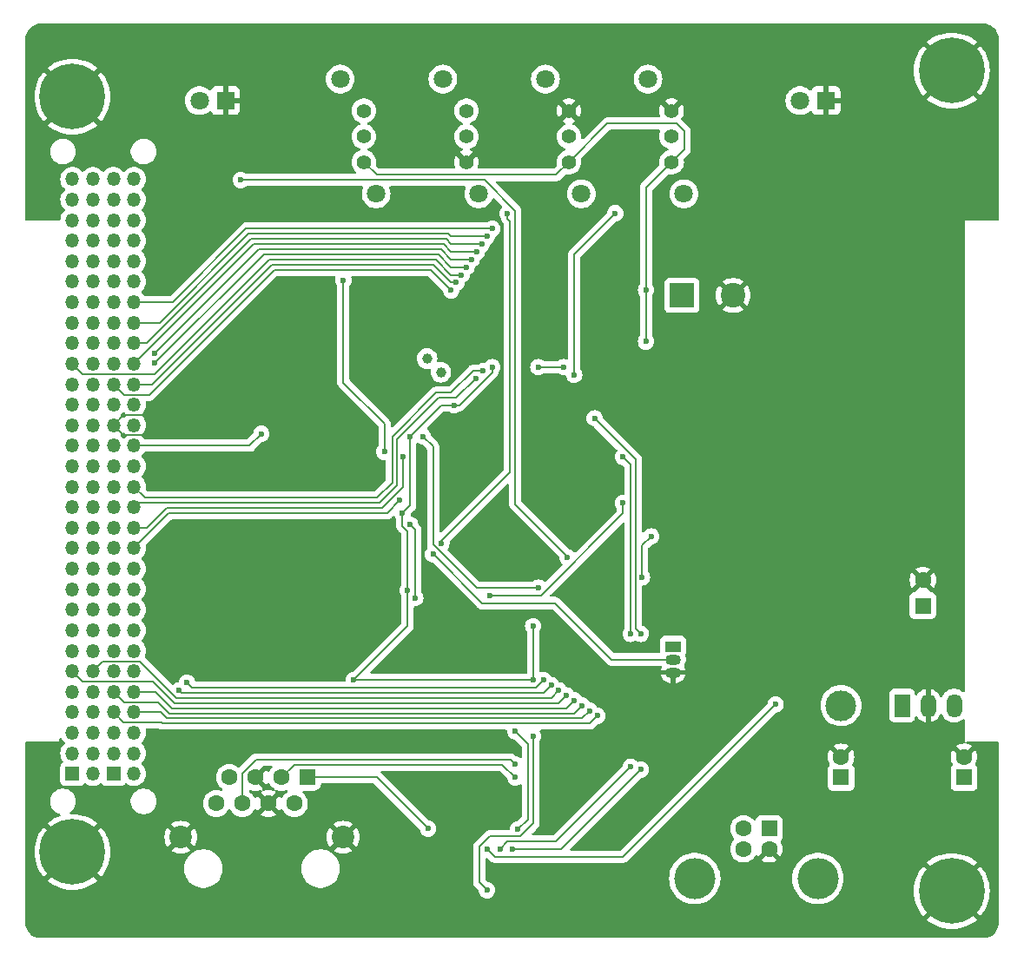
<source format=gbl>
%TF.GenerationSoftware,KiCad,Pcbnew,8.0.5*%
%TF.CreationDate,2025-04-09T01:02:25+01:00*%
%TF.ProjectId,OBC2,4f424332-2e6b-4696-9361-645f70636258,A*%
%TF.SameCoordinates,Original*%
%TF.FileFunction,Copper,L2,Bot*%
%TF.FilePolarity,Positive*%
%FSLAX46Y46*%
G04 Gerber Fmt 4.6, Leading zero omitted, Abs format (unit mm)*
G04 Created by KiCad (PCBNEW 8.0.5) date 2025-04-09 01:02:25*
%MOMM*%
%LPD*%
G01*
G04 APERTURE LIST*
G04 Aperture macros list*
%AMRoundRect*
0 Rectangle with rounded corners*
0 $1 Rounding radius*
0 $2 $3 $4 $5 $6 $7 $8 $9 X,Y pos of 4 corners*
0 Add a 4 corners polygon primitive as box body*
4,1,4,$2,$3,$4,$5,$6,$7,$8,$9,$2,$3,0*
0 Add four circle primitives for the rounded corners*
1,1,$1+$1,$2,$3*
1,1,$1+$1,$4,$5*
1,1,$1+$1,$6,$7*
1,1,$1+$1,$8,$9*
0 Add four rect primitives between the rounded corners*
20,1,$1+$1,$2,$3,$4,$5,0*
20,1,$1+$1,$4,$5,$6,$7,0*
20,1,$1+$1,$6,$7,$8,$9,0*
20,1,$1+$1,$8,$9,$2,$3,0*%
G04 Aperture macros list end*
%TA.AperFunction,ComponentPad*%
%ADD10C,1.000000*%
%TD*%
%TA.AperFunction,ComponentPad*%
%ADD11R,2.400000X2.400000*%
%TD*%
%TA.AperFunction,ComponentPad*%
%ADD12C,2.400000*%
%TD*%
%TA.AperFunction,ComponentPad*%
%ADD13C,3.600000*%
%TD*%
%TA.AperFunction,ConnectorPad*%
%ADD14C,6.400000*%
%TD*%
%TA.AperFunction,ComponentPad*%
%ADD15R,1.600000X1.600000*%
%TD*%
%TA.AperFunction,ComponentPad*%
%ADD16C,1.600000*%
%TD*%
%TA.AperFunction,ComponentPad*%
%ADD17O,1.350000X1.350000*%
%TD*%
%TA.AperFunction,ComponentPad*%
%ADD18R,1.350000X1.350000*%
%TD*%
%TA.AperFunction,ComponentPad*%
%ADD19C,4.000000*%
%TD*%
%TA.AperFunction,ComponentPad*%
%ADD20R,1.500000X2.300000*%
%TD*%
%TA.AperFunction,ComponentPad*%
%ADD21O,1.500000X2.300000*%
%TD*%
%TA.AperFunction,ComponentPad*%
%ADD22RoundRect,0.248000X-0.552000X-0.552000X0.552000X-0.552000X0.552000X0.552000X-0.552000X0.552000X0*%
%TD*%
%TA.AperFunction,ComponentPad*%
%ADD23C,2.200000*%
%TD*%
%TA.AperFunction,ComponentPad*%
%ADD24R,1.800000X1.800000*%
%TD*%
%TA.AperFunction,ComponentPad*%
%ADD25C,1.800000*%
%TD*%
%TA.AperFunction,ComponentPad*%
%ADD26C,3.000000*%
%TD*%
%TA.AperFunction,ComponentPad*%
%ADD27C,1.400000*%
%TD*%
%TA.AperFunction,ComponentPad*%
%ADD28O,1.500000X1.050000*%
%TD*%
%TA.AperFunction,ComponentPad*%
%ADD29R,1.500000X1.050000*%
%TD*%
%TA.AperFunction,ViaPad*%
%ADD30C,0.600000*%
%TD*%
%TA.AperFunction,Conductor*%
%ADD31C,0.200000*%
%TD*%
G04 APERTURE END LIST*
D10*
%TO.P,Y2,1,1*%
%TO.N,Net-(U3-PC15)*%
X89656497Y-83156497D03*
%TO.P,Y2,2,2*%
%TO.N,Net-(U3-PC14)*%
X91000000Y-84500000D03*
%TD*%
D11*
%TO.P,C19,1*%
%TO.N,Net-(C19-Pad1)*%
X114500000Y-77000000D03*
D12*
%TO.P,C19,2*%
%TO.N,GND*%
X119500000Y-77000000D03*
%TD*%
D13*
%TO.P,H2,1,1*%
%TO.N,GND*%
X140805000Y-55080000D03*
D14*
X140805000Y-55080000D03*
%TD*%
D15*
%TO.P,C1,1*%
%TO.N,Net-(C1-Pad1)*%
X130000000Y-124000000D03*
D16*
%TO.P,C1,2*%
%TO.N,GND*%
X130000000Y-122000000D03*
%TD*%
D17*
%TO.P,J2,c1,Pin_a1*%
%TO.N,unconnected-(J2-Pin_a1-Padc1)*%
X57080000Y-123660000D03*
%TO.P,J2,c2,Pin_a2*%
%TO.N,unconnected-(J2-Pin_a2-Padc2)*%
X57080000Y-121660000D03*
%TO.P,J2,c3,Pin_a3*%
%TO.N,unconnected-(J2-Pin_a3-Padc3)*%
X57080000Y-119660000D03*
%TO.P,J2,c4,Pin_a4*%
%TO.N,/I2C2_SCL*%
X57080000Y-117660000D03*
%TO.P,J2,c5,Pin_a5*%
%TO.N,unconnected-(J2-Pin_a5-Padc5)*%
X57080000Y-115660000D03*
%TO.P,J2,c6,Pin_a6*%
%TO.N,/PC7*%
X57080000Y-113660000D03*
%TO.P,J2,c7,Pin_a7*%
%TO.N,unconnected-(J2-Pin_a7-Padc7)*%
X57080000Y-111660000D03*
%TO.P,J2,c8,Pin_a8*%
%TO.N,unconnected-(J2-Pin_a8-Padc8)*%
X57080000Y-109660000D03*
%TO.P,J2,c9,Pin_a9*%
%TO.N,unconnected-(J2-Pin_a9-Padc9)*%
X57080000Y-107660000D03*
%TO.P,J2,c10,Pin_a10*%
%TO.N,unconnected-(J2-Pin_a10-Padc10)*%
X57080000Y-105660000D03*
%TO.P,J2,c11,Pin_a11*%
%TO.N,unconnected-(J2-Pin_a11-Padc11)*%
X57080000Y-103660000D03*
%TO.P,J2,c12,Pin_a12*%
%TO.N,unconnected-(J2-Pin_a12-Padc12)*%
X57080000Y-101660000D03*
%TO.P,J2,c13,Pin_a13*%
%TO.N,unconnected-(J2-Pin_a13-Padc13)*%
X57080000Y-99660000D03*
%TO.P,J2,c14,Pin_a14*%
%TO.N,unconnected-(J2-Pin_a14-Padc14)*%
X57080000Y-97660000D03*
%TO.P,J2,c15,Pin_a15*%
%TO.N,unconnected-(J2-Pin_a15-Padc15)*%
X57080000Y-95660000D03*
%TO.P,J2,c16,Pin_a16*%
%TO.N,unconnected-(J2-Pin_a16-Padc16)*%
X57080000Y-93660000D03*
%TO.P,J2,c17,Pin_a17*%
%TO.N,unconnected-(J2-Pin_a17-Padc17)*%
X57080000Y-91660000D03*
%TO.P,J2,c18,Pin_a18*%
%TO.N,unconnected-(J2-Pin_a18-Padc18)*%
X57080000Y-89660000D03*
%TO.P,J2,c19,Pin_a19*%
%TO.N,unconnected-(J2-Pin_a19-Padc19)*%
X57080000Y-87660000D03*
%TO.P,J2,c20,Pin_a20*%
%TO.N,unconnected-(J2-Pin_a20-Padc20)*%
X57080000Y-85660000D03*
%TO.P,J2,c21,Pin_a21*%
%TO.N,/PD2*%
X57080000Y-83660000D03*
%TO.P,J2,c22,Pin_a22*%
%TO.N,unconnected-(J2-Pin_a22-Padc22)*%
X57080000Y-81660000D03*
%TO.P,J2,c23,Pin_a23*%
%TO.N,unconnected-(J2-Pin_a23-Padc23)*%
X57080000Y-79660000D03*
%TO.P,J2,c24,Pin_a24*%
%TO.N,unconnected-(J2-Pin_a24-Padc24)*%
X57080000Y-77660000D03*
%TO.P,J2,c25,Pin_a25*%
%TO.N,unconnected-(J2-Pin_a25-Padc25)*%
X57080000Y-75660000D03*
%TO.P,J2,c26,Pin_a26*%
%TO.N,unconnected-(J2-Pin_a26-Padc26)*%
X57080000Y-73660000D03*
%TO.P,J2,c27,Pin_a27*%
%TO.N,unconnected-(J2-Pin_a27-Padc27)*%
X57080000Y-71660000D03*
%TO.P,J2,c28,Pin_a28*%
%TO.N,unconnected-(J2-Pin_a28-Padc28)*%
X57080000Y-69660000D03*
%TO.P,J2,c29,Pin_a29*%
%TO.N,unconnected-(J2-Pin_a29-Padc29)*%
X57080000Y-67660000D03*
%TO.P,J2,c30,Pin_a30*%
%TO.N,unconnected-(J2-Pin_a30-Padc30)*%
X57080000Y-65660000D03*
D18*
%TO.P,J2,d1,Pin_b1*%
%TO.N,unconnected-(J2-Pin_b1-Padd1)*%
X55080000Y-123660000D03*
D17*
%TO.P,J2,d2,Pin_b2*%
%TO.N,unconnected-(J2-Pin_b2-Padd2)*%
X55080000Y-121660000D03*
%TO.P,J2,d3,Pin_b3*%
%TO.N,unconnected-(J2-Pin_b3-Padd3)*%
X55080000Y-119660000D03*
%TO.P,J2,d4,Pin_b4*%
%TO.N,/I2C2_SDA*%
X55080000Y-117660000D03*
%TO.P,J2,d5,Pin_b5*%
%TO.N,unconnected-(J2-Pin_b5-Padd5)*%
X55080000Y-115660000D03*
%TO.P,J2,d6,Pin_b6*%
%TO.N,/PC8*%
X55080000Y-113660000D03*
%TO.P,J2,d7,Pin_b7*%
%TO.N,unconnected-(J2-Pin_b7-Padd7)*%
X55080000Y-111660000D03*
%TO.P,J2,d8,Pin_b8*%
%TO.N,unconnected-(J2-Pin_b8-Padd8)*%
X55080000Y-109660000D03*
%TO.P,J2,d9,Pin_b9*%
%TO.N,unconnected-(J2-Pin_b9-Padd9)*%
X55080000Y-107660000D03*
%TO.P,J2,d10,Pin_b10*%
%TO.N,unconnected-(J2-Pin_b10-Padd10)*%
X55080000Y-105660000D03*
%TO.P,J2,d11,Pin_b11*%
%TO.N,unconnected-(J2-Pin_b11-Padd11)*%
X55080000Y-103660000D03*
%TO.P,J2,d12,Pin_b12*%
%TO.N,unconnected-(J2-Pin_b12-Padd12)*%
X55080000Y-101660000D03*
%TO.P,J2,d13,Pin_b13*%
%TO.N,unconnected-(J2-Pin_b13-Padd13)*%
X55080000Y-99660000D03*
%TO.P,J2,d14,Pin_b14*%
%TO.N,unconnected-(J2-Pin_b14-Padd14)*%
X55080000Y-97660000D03*
%TO.P,J2,d15,Pin_b15*%
%TO.N,unconnected-(J2-Pin_b15-Padd15)*%
X55080000Y-95660000D03*
%TO.P,J2,d16,Pin_b16*%
%TO.N,unconnected-(J2-Pin_b16-Padd16)*%
X55080000Y-93660000D03*
%TO.P,J2,d17,Pin_b17*%
%TO.N,unconnected-(J2-Pin_b17-Padd17)*%
X55080000Y-91660000D03*
%TO.P,J2,d18,Pin_b18*%
%TO.N,unconnected-(J2-Pin_b18-Padd18)*%
X55080000Y-89660000D03*
%TO.P,J2,d19,Pin_b19*%
%TO.N,unconnected-(J2-Pin_b19-Padd19)*%
X55080000Y-87660000D03*
%TO.P,J2,d20,Pin_b20*%
%TO.N,unconnected-(J2-Pin_b20-Padd20)*%
X55080000Y-85660000D03*
%TO.P,J2,d21,Pin_b21*%
%TO.N,/PD3*%
X55080000Y-83660000D03*
%TO.P,J2,d22,Pin_b22*%
%TO.N,unconnected-(J2-Pin_b22-Padd22)*%
X55080000Y-81660000D03*
%TO.P,J2,d23,Pin_b23*%
%TO.N,unconnected-(J2-Pin_b23-Padd23)*%
X55080000Y-79660000D03*
%TO.P,J2,d24,Pin_b24*%
%TO.N,unconnected-(J2-Pin_b24-Padd24)*%
X55080000Y-77660000D03*
%TO.P,J2,d25,Pin_b25*%
%TO.N,unconnected-(J2-Pin_b25-Padd25)*%
X55080000Y-75660000D03*
%TO.P,J2,d26,Pin_b26*%
%TO.N,unconnected-(J2-Pin_b26-Padd26)*%
X55080000Y-73660000D03*
%TO.P,J2,d27,Pin_b27*%
%TO.N,unconnected-(J2-Pin_b27-Padd27)*%
X55080000Y-71660000D03*
%TO.P,J2,d28,Pin_b28*%
%TO.N,unconnected-(J2-Pin_b28-Padd28)*%
X55080000Y-69660000D03*
%TO.P,J2,d29,Pin_b29*%
%TO.N,unconnected-(J2-Pin_b29-Padd29)*%
X55080000Y-67660000D03*
%TO.P,J2,d30,Pin_b30*%
%TO.N,unconnected-(J2-Pin_b30-Padd30)*%
X55080000Y-65660000D03*
%TD*%
D15*
%TO.P,J3,1,VBUS*%
%TO.N,Net-(J3-VBUS)*%
X123000000Y-129000000D03*
D16*
%TO.P,J3,2,D-*%
%TO.N,Net-(J3-D-)*%
X120500000Y-129000000D03*
%TO.P,J3,3,D+*%
%TO.N,Net-(J3-D+)*%
X120500000Y-131000000D03*
%TO.P,J3,4,GND*%
%TO.N,GND*%
X123000000Y-131000000D03*
D19*
%TO.P,J3,5,Shield*%
%TO.N,unconnected-(J3-Shield-Pad5)_1*%
X127750000Y-133860000D03*
%TO.N,unconnected-(J3-Shield-Pad5)*%
X115750000Y-133860000D03*
%TD*%
D20*
%TO.P,U2,1,IN*%
%TO.N,Net-(U2-IN)*%
X135960000Y-117000000D03*
D21*
%TO.P,U2,2,GND*%
%TO.N,GND*%
X138500000Y-117000000D03*
%TO.P,U2,3,OUT*%
%TO.N,Net-(IC1-IN)*%
X141040000Y-117000000D03*
%TD*%
D22*
%TO.P,J4,1*%
%TO.N,Net-(U4-R2IN)*%
X78000000Y-124000000D03*
D16*
%TO.P,J4,2*%
%TO.N,unconnected-(J4-Pad2)*%
X76730000Y-126540000D03*
%TO.P,J4,3*%
%TO.N,Net-(U4-R1IN)*%
X75460000Y-124000000D03*
%TO.P,J4,4*%
%TO.N,GND*%
X74190000Y-126540000D03*
%TO.P,J4,5*%
X72920000Y-124000000D03*
%TO.P,J4,6*%
%TO.N,Net-(U4-T1OUT)*%
X71650000Y-126540000D03*
%TO.P,J4,7*%
%TO.N,unconnected-(J4-Pad7)*%
X70380000Y-124000000D03*
%TO.P,J4,8*%
%TO.N,Net-(U4-T2OUT)*%
X69110000Y-126540000D03*
D23*
%TO.P,J4,SH*%
%TO.N,GND*%
X81455000Y-129840000D03*
X65655000Y-129840000D03*
%TD*%
D24*
%TO.P,D2,1,K*%
%TO.N,GND*%
X128540000Y-58000000D03*
D25*
%TO.P,D2,2,A*%
%TO.N,Net-(D2-A)*%
X126000000Y-58000000D03*
%TD*%
D26*
%TO.P,TP1,1,1*%
%TO.N,+3V3*%
X130000000Y-117000000D03*
%TD*%
D24*
%TO.P,D3,1,K*%
%TO.N,GND*%
X70000000Y-58000000D03*
D25*
%TO.P,D3,2,A*%
%TO.N,Net-(D3-A)*%
X67460000Y-58000000D03*
%TD*%
D27*
%TO.P,S1,1,N.O.*%
%TO.N,+3V3*%
X113492500Y-64000000D03*
%TO.P,S1,2,COM*%
%TO.N,Net-(S1-COM)*%
X113492500Y-61500000D03*
%TO.P,S1,3,N.C.*%
%TO.N,GND*%
X113492500Y-59000000D03*
D25*
%TO.P,S1,MH1,MH1*%
%TO.N,unconnected-(S1-PadMH1)*%
X114692500Y-67100000D03*
%TO.P,S1,MH2,MH2*%
%TO.N,unconnected-(S1-PadMH2)*%
X111192500Y-55900000D03*
%TD*%
D13*
%TO.P,H3,1,1*%
%TO.N,GND*%
X55080000Y-131280000D03*
D14*
X55080000Y-131280000D03*
%TD*%
D13*
%TO.P,H4,1,1*%
%TO.N,GND*%
X140805000Y-135090000D03*
D14*
X140805000Y-135090000D03*
%TD*%
D27*
%TO.P,S3,1,N.O.*%
%TO.N,GND*%
X93492500Y-64000000D03*
%TO.P,S3,2,COM*%
%TO.N,/NRST*%
X93492500Y-61500000D03*
%TO.P,S3,3,N.C.*%
%TO.N,unconnected-(S3-N.C.-Pad3)*%
X93492500Y-59000000D03*
D25*
%TO.P,S3,MH1,MH1*%
%TO.N,unconnected-(S3-PadMH1)*%
X94692500Y-67100000D03*
%TO.P,S3,MH2,MH2*%
%TO.N,unconnected-(S3-PadMH2)*%
X91192500Y-55900000D03*
%TD*%
D15*
%TO.P,C3,1*%
%TO.N,Net-(IC1-IN)*%
X138000000Y-107250000D03*
D16*
%TO.P,C3,2*%
%TO.N,GND*%
X138000000Y-104750000D03*
%TD*%
D27*
%TO.P,S2,1,N.O.*%
%TO.N,+3V3*%
X103492500Y-64000000D03*
%TO.P,S2,2,COM*%
%TO.N,Net-(S2-COM)*%
X103492500Y-61500000D03*
%TO.P,S2,3,N.C.*%
%TO.N,GND*%
X103492500Y-59000000D03*
D25*
%TO.P,S2,MH1,MH1*%
%TO.N,unconnected-(S2-PadMH1)*%
X104692500Y-67100000D03*
%TO.P,S2,MH2,MH2*%
%TO.N,unconnected-(S2-PadMH2)*%
X101192500Y-55900000D03*
%TD*%
D13*
%TO.P,H1,1,1*%
%TO.N,GND*%
X55080000Y-57620000D03*
D14*
X55080000Y-57620000D03*
%TD*%
D17*
%TO.P,J1,a1,Pin_a1*%
%TO.N,unconnected-(J1-Pin_a1-Pada1)*%
X61080000Y-123660000D03*
%TO.P,J1,a2,Pin_a2*%
%TO.N,unconnected-(J1-Pin_a2-Pada2)*%
X61080000Y-121660000D03*
%TO.P,J1,a3,Pin_a3*%
%TO.N,unconnected-(J1-Pin_a3-Pada3)*%
X61080000Y-119660000D03*
%TO.P,J1,a4,Pin_a4*%
%TO.N,/UART1_TX*%
X61080000Y-117660000D03*
%TO.P,J1,a5,Pin_a5*%
%TO.N,/I2C3_SDA*%
X61080000Y-115660000D03*
%TO.P,J1,a6,Pin_a6*%
%TO.N,/PD15*%
X61080000Y-113660000D03*
%TO.P,J1,a7,Pin_a7*%
%TO.N,unconnected-(J1-Pin_a7-Pada7)*%
X61080000Y-111660000D03*
%TO.P,J1,a8,Pin_a8*%
%TO.N,unconnected-(J1-Pin_a8-Pada8)*%
X61080000Y-109660000D03*
%TO.P,J1,a9,Pin_a9*%
%TO.N,unconnected-(J1-Pin_a9-Pada9)*%
X61080000Y-107660000D03*
%TO.P,J1,a10,Pin_a10*%
%TO.N,/PE15*%
X61080000Y-105660000D03*
%TO.P,J1,a11,Pin_a11*%
%TO.N,/PE13*%
X61080000Y-103660000D03*
%TO.P,J1,a12,Pin_a12*%
%TO.N,/UART2_RX*%
X61080000Y-101660000D03*
%TO.P,J1,a13,Pin_a13*%
%TO.N,/UART2_TX*%
X61080000Y-99660000D03*
%TO.P,J1,a14,Pin_a14*%
%TO.N,/PE4*%
X61080000Y-97660000D03*
%TO.P,J1,a15,Pin_a15*%
%TO.N,/PE3*%
X61080000Y-95660000D03*
%TO.P,J1,a16,Pin_a16*%
%TO.N,unconnected-(J1-Pin_a16-Pada16)*%
X61080000Y-93660000D03*
%TO.P,J1,a17,Pin_a17*%
%TO.N,/3V3_OBC*%
X61080000Y-91660000D03*
%TO.P,J1,a18,Pin_a18*%
%TO.N,unconnected-(J1-Pin_a18-Pada18)*%
X61080000Y-89660000D03*
%TO.P,J1,a19,Pin_a19*%
%TO.N,/PC0*%
X61080000Y-87660000D03*
%TO.P,J1,a20,Pin_a20*%
%TO.N,/I2C1_SDA*%
X61080000Y-85660000D03*
%TO.P,J1,a21,Pin_a21*%
%TO.N,/PD0*%
X61080000Y-83660000D03*
%TO.P,J1,a22,Pin_a22*%
%TO.N,/SPI3_MOSI*%
X61080000Y-81660000D03*
%TO.P,J1,a23,Pin_a23*%
%TO.N,/SPI3_MISO*%
X61080000Y-79660000D03*
%TO.P,J1,a24,Pin_a24*%
%TO.N,/SPI3_SCK*%
X61080000Y-77660000D03*
%TO.P,J1,a25,Pin_a25*%
%TO.N,unconnected-(J1-Pin_a25-Pada25)*%
X61080000Y-75660000D03*
%TO.P,J1,a26,Pin_a26*%
%TO.N,unconnected-(J1-Pin_a26-Pada26)*%
X61080000Y-73660000D03*
%TO.P,J1,a27,Pin_a27*%
%TO.N,unconnected-(J1-Pin_a27-Pada27)*%
X61080000Y-71660000D03*
%TO.P,J1,a28,Pin_a28*%
%TO.N,unconnected-(J1-Pin_a28-Pada28)*%
X61080000Y-69660000D03*
%TO.P,J1,a29,Pin_a29*%
%TO.N,unconnected-(J1-Pin_a29-Pada29)*%
X61080000Y-67660000D03*
%TO.P,J1,a30,Pin_a30*%
%TO.N,unconnected-(J1-Pin_a30-Pada30)*%
X61080000Y-65660000D03*
D18*
%TO.P,J1,b1,Pin_b1*%
%TO.N,unconnected-(J1-Pin_b1-Padb1)*%
X59080000Y-123660000D03*
D17*
%TO.P,J1,b2,Pin_b2*%
%TO.N,unconnected-(J1-Pin_b2-Padb2)*%
X59080000Y-121660000D03*
%TO.P,J1,b3,Pin_b3*%
%TO.N,unconnected-(J1-Pin_b3-Padb3)*%
X59080000Y-119660000D03*
%TO.P,J1,b4,Pin_b4*%
%TO.N,/UART1_RX*%
X59080000Y-117660000D03*
%TO.P,J1,b5,Pin_b5*%
%TO.N,/I2C3_SCL*%
X59080000Y-115660000D03*
%TO.P,J1,b6,Pin_b6*%
%TO.N,/PC6*%
X59080000Y-113660000D03*
%TO.P,J1,b7,Pin_b7*%
%TO.N,unconnected-(J1-Pin_b7-Padb7)*%
X59080000Y-111660000D03*
%TO.P,J1,b8,Pin_b8*%
%TO.N,unconnected-(J1-Pin_b8-Padb8)*%
X59080000Y-109660000D03*
%TO.P,J1,b9,Pin_b9*%
%TO.N,unconnected-(J1-Pin_b9-Padb9)*%
X59080000Y-107660000D03*
%TO.P,J1,b10,Pin_b10*%
%TO.N,/PE14*%
X59080000Y-105660000D03*
%TO.P,J1,b11,Pin_b11*%
%TO.N,/PE12*%
X59080000Y-103660000D03*
%TO.P,J1,b12,Pin_b12*%
%TO.N,unconnected-(J1-Pin_b12-Padb12)*%
X59080000Y-101660000D03*
%TO.P,J1,b13,Pin_b13*%
%TO.N,/SPI2_SCK*%
X59080000Y-99660000D03*
%TO.P,J1,b14,Pin_b14*%
%TO.N,/SPI2_MOSI*%
X59080000Y-97660000D03*
%TO.P,J1,b15,Pin_b15*%
%TO.N,/SPI2_MISO*%
X59080000Y-95660000D03*
%TO.P,J1,b16,Pin_b16*%
%TO.N,unconnected-(J1-Pin_b16-Padb16)*%
X59080000Y-93660000D03*
%TO.P,J1,b17,Pin_b17*%
%TO.N,unconnected-(J1-Pin_b17-Padb17)*%
X59080000Y-91660000D03*
%TO.P,J1,b18,Pin_b18*%
%TO.N,GND*%
X59080000Y-89660000D03*
%TO.P,J1,b19,Pin_b19*%
%TO.N,/PC1*%
X59080000Y-87660000D03*
%TO.P,J1,b20,Pin_b20*%
%TO.N,/I2C1_SCL*%
X59080000Y-85660000D03*
%TO.P,J1,b21,Pin_b21*%
%TO.N,/PD1*%
X59080000Y-83660000D03*
%TO.P,J1,b22,Pin_b22*%
%TO.N,unconnected-(J1-Pin_b22-Padb22)*%
X59080000Y-81660000D03*
%TO.P,J1,b23,Pin_b23*%
%TO.N,unconnected-(J1-Pin_b23-Padb23)*%
X59080000Y-79660000D03*
%TO.P,J1,b24,Pin_b24*%
%TO.N,unconnected-(J1-Pin_b24-Padb24)*%
X59080000Y-77660000D03*
%TO.P,J1,b25,Pin_b25*%
%TO.N,unconnected-(J1-Pin_b25-Padb25)*%
X59080000Y-75660000D03*
%TO.P,J1,b26,Pin_b26*%
%TO.N,unconnected-(J1-Pin_b26-Padb26)*%
X59080000Y-73660000D03*
%TO.P,J1,b27,Pin_b27*%
%TO.N,unconnected-(J1-Pin_b27-Padb27)*%
X59080000Y-71660000D03*
%TO.P,J1,b28,Pin_b28*%
%TO.N,unconnected-(J1-Pin_b28-Padb28)*%
X59080000Y-69660000D03*
%TO.P,J1,b29,Pin_b29*%
%TO.N,unconnected-(J1-Pin_b29-Padb29)*%
X59080000Y-67660000D03*
%TO.P,J1,b30,Pin_b30*%
%TO.N,unconnected-(J1-Pin_b30-Padb30)*%
X59080000Y-65660000D03*
%TD*%
D27*
%TO.P,S4,1,N.O.*%
%TO.N,+3V3*%
X83492500Y-64000000D03*
%TO.P,S4,2,COM*%
%TO.N,/USER*%
X83492500Y-61500000D03*
%TO.P,S4,3,N.C.*%
%TO.N,unconnected-(S4-N.C.-Pad3)*%
X83492500Y-59000000D03*
D25*
%TO.P,S4,MH1,MH1*%
%TO.N,unconnected-(S4-PadMH1)*%
X84692500Y-67100000D03*
%TO.P,S4,MH2,MH2*%
%TO.N,unconnected-(S4-PadMH2)*%
X81192500Y-55900000D03*
%TD*%
D15*
%TO.P,C2,1*%
%TO.N,Net-(U2-IN)*%
X142000000Y-124000000D03*
D16*
%TO.P,C2,2*%
%TO.N,GND*%
X142000000Y-122000000D03*
%TD*%
D28*
%TO.P,U6,3,GND*%
%TO.N,GND*%
X113640000Y-113770000D03*
%TO.P,U6,2,VOUT*%
%TO.N,/TEMP*%
X113640000Y-112500000D03*
D29*
%TO.P,U6,1,+VS*%
%TO.N,+3V3*%
X113640000Y-111230000D03*
%TD*%
D30*
%TO.N,/TEMP*%
X90250000Y-102250000D03*
%TO.N,/BOOT0*%
X108000000Y-69000000D03*
%TO.N,+3V3*%
X103000000Y-84000000D03*
%TO.N,/BOOT0*%
X104000000Y-84750000D03*
%TO.N,/PD2*%
X63125000Y-83625000D03*
%TO.N,/PD1*%
X63065000Y-82685000D03*
%TO.N,+3V3*%
X88000000Y-90750000D03*
%TO.N,GND*%
X71000000Y-102000000D03*
X71000000Y-94000000D03*
%TO.N,/UART1_RX*%
X106250000Y-118000000D03*
%TO.N,/UART1_TX*%
X105500000Y-117500000D03*
%TO.N,/I2C3_SCL*%
X104750000Y-117000000D03*
%TO.N,/I2C3_SDA*%
X104000000Y-116500000D03*
%TO.N,/PC8*%
X103250000Y-116000000D03*
%TO.N,/PC7*%
X102500000Y-115500000D03*
%TO.N,/PC6*%
X101750000Y-115000000D03*
%TO.N,GND*%
X91103850Y-93195020D03*
X100000000Y-82000000D03*
X86500000Y-103500000D03*
X102000000Y-95000000D03*
X96000000Y-98000000D03*
X81500000Y-100000000D03*
X65000000Y-112000000D03*
X94000000Y-96000000D03*
X85500000Y-99325735D03*
%TO.N,+3V3*%
X82500000Y-114500000D03*
X108750000Y-97250000D03*
X100500000Y-84000000D03*
X96000000Y-84000000D03*
X110600000Y-104500000D03*
X87250000Y-98250000D03*
X87750000Y-105750000D03*
X100000000Y-114500000D03*
X100000000Y-120000000D03*
X100000000Y-109250000D03*
X95750000Y-106250000D03*
X92277818Y-87722182D03*
X95500000Y-135000000D03*
X111000000Y-76500000D03*
X111500000Y-100500000D03*
X111000000Y-81500000D03*
%TO.N,/SWO*%
X98000000Y-131000000D03*
X110500000Y-123250000D03*
X105989949Y-88989949D03*
X110500000Y-110000000D03*
%TO.N,/SWCLK*%
X108742641Y-92742641D03*
X109500000Y-122960000D03*
X109500000Y-110000000D03*
X96750000Y-131000000D03*
%TO.N,/SWDIO*%
X95500000Y-131000000D03*
X123625000Y-116875000D03*
%TO.N,/PD13*%
X103349564Y-102551907D03*
X71500000Y-65750000D03*
%TO.N,/BOOT1*%
X97500000Y-69000000D03*
X91049265Y-101200735D03*
%TO.N,/SPI1_SCK*%
X88000000Y-99348529D03*
X88500000Y-106499999D03*
%TO.N,/I2C1_SDA*%
X92500000Y-75750000D03*
%TO.N,/SPI3_MOSI*%
X95000000Y-72000000D03*
%TO.N,/SPI3_MISO*%
X95500000Y-71250000D03*
%TO.N,/I2C1_SCL*%
X92000000Y-76500000D03*
%TO.N,/UART3_CTS*%
X98250000Y-119500000D03*
X98500000Y-129080000D03*
%TO.N,/UART2_TX*%
X87286657Y-92768329D03*
%TO.N,/SPI3_SCK*%
X96000000Y-70500000D03*
%TO.N,/UART2_RX*%
X87000000Y-97000000D03*
%TO.N,Net-(U4-R2IN)*%
X89750000Y-129000000D03*
%TO.N,Net-(U4-T1OUT)*%
X98250000Y-122730000D03*
%TO.N,Net-(U4-R1IN)*%
X98250000Y-124000000D03*
%TO.N,/SPI2_SCK*%
X89250000Y-90750000D03*
X100500000Y-105500000D03*
%TO.N,/USER*%
X85500000Y-92250000D03*
X81500000Y-75500000D03*
%TO.N,/PD15*%
X66250000Y-114750000D03*
X101000000Y-114500000D03*
%TO.N,/PC6*%
X65500000Y-115500000D03*
%TO.N,/PE3*%
X95139088Y-84360912D03*
%TO.N,/PE4*%
X94431980Y-85068020D03*
%TO.N,/PD1*%
X94000000Y-73500000D03*
%TO.N,/PD0*%
X94500000Y-72750000D03*
%TO.N,/PD2*%
X93500000Y-74250000D03*
%TO.N,/PD3*%
X93000000Y-75000000D03*
%TO.N,GND*%
X119500000Y-125500000D03*
%TO.N,/3V3_OBC*%
X73500000Y-90500000D03*
%TD*%
D31*
%TO.N,/TEMP*%
X107622285Y-112500000D02*
X113640000Y-112500000D01*
X95000000Y-107000000D02*
X102122285Y-107000000D01*
X102122285Y-107000000D02*
X107622285Y-112500000D01*
X90250000Y-102250000D02*
X95000000Y-107000000D01*
%TO.N,/BOOT1*%
X97500000Y-69500000D02*
X97500000Y-69000000D01*
X91049265Y-101200735D02*
X91049265Y-100950735D01*
X97750000Y-94250000D02*
X97750000Y-69750000D01*
X91049265Y-100950735D02*
X97750000Y-94250000D01*
X97750000Y-69750000D02*
X97500000Y-69500000D01*
%TO.N,/SPI3_SCK*%
X72000000Y-70500000D02*
X64840000Y-77660000D01*
X64840000Y-77660000D02*
X61080000Y-77660000D01*
X96000000Y-70500000D02*
X72000000Y-70500000D01*
%TO.N,/SPI3_MISO*%
X63590000Y-79660000D02*
X61080000Y-79660000D01*
X72250000Y-71000000D02*
X63590000Y-79660000D01*
X91750000Y-71000000D02*
X72250000Y-71000000D01*
X92000000Y-71250000D02*
X91750000Y-71000000D01*
X95500000Y-71250000D02*
X92000000Y-71250000D01*
%TO.N,/SPI3_MOSI*%
X91500000Y-71500000D02*
X72500000Y-71500000D01*
X92000000Y-72000000D02*
X91500000Y-71500000D01*
X62340000Y-81660000D02*
X61080000Y-81660000D01*
X72500000Y-71500000D02*
X62340000Y-81660000D01*
X95000000Y-72000000D02*
X92000000Y-72000000D01*
%TO.N,/PD0*%
X62240000Y-82500000D02*
X61080000Y-83660000D01*
X62250000Y-82500000D02*
X62240000Y-82500000D01*
X72750000Y-72000000D02*
X62250000Y-82500000D01*
X91250000Y-72000000D02*
X72750000Y-72000000D01*
X92000000Y-72750000D02*
X91250000Y-72000000D01*
X94500000Y-72750000D02*
X92000000Y-72750000D01*
%TO.N,/PD1*%
X73250000Y-72500000D02*
X63065000Y-82685000D01*
X91000000Y-72500000D02*
X73250000Y-72500000D01*
X92000000Y-73500000D02*
X91000000Y-72500000D01*
X94000000Y-73500000D02*
X92000000Y-73500000D01*
%TO.N,/PD2*%
X73750000Y-73000000D02*
X63125000Y-83625000D01*
X90750000Y-73000000D02*
X73750000Y-73000000D01*
X92000000Y-74250000D02*
X90750000Y-73000000D01*
X93500000Y-74250000D02*
X92000000Y-74250000D01*
%TO.N,/PD3*%
X56105000Y-84685000D02*
X55080000Y-83660000D01*
X74250000Y-73500000D02*
X63065000Y-84685000D01*
X92000000Y-75000000D02*
X90500000Y-73500000D01*
X93000000Y-75000000D02*
X92000000Y-75000000D01*
X90500000Y-73500000D02*
X74250000Y-73500000D01*
X63065000Y-84685000D02*
X56105000Y-84685000D01*
%TO.N,/I2C1_SDA*%
X90250000Y-74000000D02*
X74500000Y-74000000D01*
X92000000Y-75750000D02*
X90250000Y-74000000D01*
X74500000Y-74000000D02*
X62840000Y-85660000D01*
X92500000Y-75750000D02*
X92000000Y-75750000D01*
X62840000Y-85660000D02*
X61080000Y-85660000D01*
%TO.N,/I2C1_SCL*%
X60105000Y-86685000D02*
X59080000Y-85660000D01*
X74750000Y-74500000D02*
X62565000Y-86685000D01*
X92000000Y-76500000D02*
X90000000Y-74500000D01*
X90000000Y-74500000D02*
X74750000Y-74500000D01*
X62565000Y-86685000D02*
X60105000Y-86685000D01*
%TO.N,/BOOT0*%
X104000000Y-73000000D02*
X104000000Y-84750000D01*
X108000000Y-69000000D02*
X104000000Y-73000000D01*
%TO.N,/PD13*%
X95250000Y-65750000D02*
X71500000Y-65750000D01*
X98250000Y-68750000D02*
X95250000Y-65750000D01*
X98250000Y-97371322D02*
X98250000Y-68750000D01*
X103349564Y-102551907D02*
X103349564Y-102470886D01*
X103349564Y-102470886D02*
X98250000Y-97371322D01*
%TO.N,+3V3*%
X100000000Y-109250000D02*
X100000000Y-114500000D01*
%TO.N,/PE3*%
X94139088Y-84360912D02*
X95139088Y-84360912D01*
X92000000Y-86500000D02*
X94139088Y-84360912D01*
X86250000Y-90750000D02*
X90500000Y-86500000D01*
X90500000Y-86500000D02*
X92000000Y-86500000D01*
X84750000Y-96750000D02*
X86250000Y-95250000D01*
X62170000Y-96750000D02*
X84750000Y-96750000D01*
X86250000Y-95250000D02*
X86250000Y-90750000D01*
X61080000Y-95660000D02*
X62170000Y-96750000D01*
%TO.N,/PE4*%
X85000000Y-97250000D02*
X61490000Y-97250000D01*
X86686657Y-95563343D02*
X85000000Y-97250000D01*
X86686657Y-91063343D02*
X86686657Y-95563343D01*
X92500000Y-87000000D02*
X90750000Y-87000000D01*
X61490000Y-97250000D02*
X61080000Y-97660000D01*
X94431980Y-85068020D02*
X92500000Y-87000000D01*
X90750000Y-87000000D02*
X86686657Y-91063343D01*
%TO.N,+3V3*%
X91027818Y-87722182D02*
X92277818Y-87722182D01*
X88000000Y-90750000D02*
X91027818Y-87722182D01*
X111000000Y-66492500D02*
X113492500Y-64000000D01*
X111000000Y-76500000D02*
X111000000Y-66492500D01*
X111000000Y-81500000D02*
X111000000Y-76500000D01*
X92777818Y-87722182D02*
X92277818Y-87722182D01*
X96000000Y-84500000D02*
X92777818Y-87722182D01*
X96000000Y-84000000D02*
X96000000Y-84500000D01*
X87250000Y-98250000D02*
X88000000Y-97500000D01*
X87750000Y-105750000D02*
X87750000Y-100000000D01*
X87750000Y-100000000D02*
X87250000Y-99500000D01*
X87250000Y-99500000D02*
X87250000Y-98250000D01*
%TO.N,/UART2_RX*%
X85750000Y-98250000D02*
X64490000Y-98250000D01*
X87000000Y-97000000D02*
X85750000Y-98250000D01*
X64490000Y-98250000D02*
X61080000Y-101660000D01*
%TO.N,/UART2_TX*%
X62340000Y-99660000D02*
X64250000Y-97750000D01*
X64250000Y-97750000D02*
X85250000Y-97750000D01*
X85250000Y-97750000D02*
X87286657Y-95713343D01*
X61080000Y-99660000D02*
X62340000Y-99660000D01*
X87286657Y-95713343D02*
X87286657Y-92768329D01*
%TO.N,/UART1_RX*%
X105500000Y-118750000D02*
X106250000Y-118000000D01*
X104000000Y-118750000D02*
X105500000Y-118750000D01*
X60055000Y-118635000D02*
X59080000Y-117660000D01*
X63865000Y-118750000D02*
X63750000Y-118635000D01*
X104000000Y-118750000D02*
X63865000Y-118750000D01*
X63750000Y-118635000D02*
X60055000Y-118635000D01*
%TO.N,/UART1_TX*%
X103250000Y-118250000D02*
X104750000Y-118250000D01*
X104750000Y-118250000D02*
X105500000Y-117500000D01*
X64250000Y-118250000D02*
X63660000Y-117660000D01*
X103250000Y-118250000D02*
X64250000Y-118250000D01*
X63660000Y-117660000D02*
X61080000Y-117660000D01*
%TO.N,/I2C3_SCL*%
X104000000Y-117750000D02*
X104750000Y-117000000D01*
X102750000Y-117750000D02*
X104000000Y-117750000D01*
X63435000Y-116685000D02*
X60105000Y-116685000D01*
X64500000Y-117750000D02*
X63435000Y-116685000D01*
X102750000Y-117750000D02*
X64500000Y-117750000D01*
X60105000Y-116685000D02*
X59080000Y-115660000D01*
%TO.N,/I2C3_SDA*%
X103250000Y-117250000D02*
X104000000Y-116500000D01*
X102250000Y-117250000D02*
X103250000Y-117250000D01*
X63160000Y-115660000D02*
X61080000Y-115660000D01*
X64750000Y-117250000D02*
X63160000Y-115660000D01*
X102250000Y-117250000D02*
X64750000Y-117250000D01*
%TO.N,/PC8*%
X102500000Y-116750000D02*
X103250000Y-116000000D01*
X100000000Y-116750000D02*
X102500000Y-116750000D01*
%TO.N,/PC7*%
X101750000Y-116250000D02*
X102500000Y-115500000D01*
X100250000Y-116250000D02*
X101750000Y-116250000D01*
%TO.N,/PC6*%
X101000000Y-115750000D02*
X101750000Y-115000000D01*
X99750000Y-115750000D02*
X101000000Y-115750000D01*
%TO.N,/PC8*%
X56105000Y-114685000D02*
X55080000Y-113660000D01*
X65000000Y-116750000D02*
X62935000Y-114685000D01*
X100000000Y-116750000D02*
X65000000Y-116750000D01*
X62935000Y-114685000D02*
X56105000Y-114685000D01*
%TO.N,/PC7*%
X61685000Y-112685000D02*
X58055000Y-112685000D01*
X65250000Y-116250000D02*
X61685000Y-112685000D01*
X58055000Y-112685000D02*
X57080000Y-113660000D01*
X100250000Y-116250000D02*
X65250000Y-116250000D01*
%TO.N,/PC6*%
X65750000Y-115750000D02*
X65500000Y-115500000D01*
X99750000Y-115750000D02*
X65750000Y-115750000D01*
%TO.N,GND*%
X60055000Y-90635000D02*
X62115000Y-90635000D01*
X59080000Y-89660000D02*
X60055000Y-90635000D01*
X59080000Y-89660000D02*
X60055000Y-88685000D01*
X60055000Y-88685000D02*
X62185000Y-88685000D01*
%TO.N,+3V3*%
X111500000Y-100500000D02*
X110600000Y-101400000D01*
X84742500Y-65250000D02*
X102242500Y-65250000D01*
X114000000Y-60250000D02*
X107242500Y-60250000D01*
X102242500Y-65250000D02*
X103492500Y-64000000D01*
X108750000Y-97250000D02*
X108750000Y-98250000D01*
X87750000Y-109250000D02*
X87750000Y-105750000D01*
X108750000Y-98250000D02*
X100750000Y-106250000D01*
X114750000Y-62742500D02*
X114750000Y-61000000D01*
X113492500Y-64000000D02*
X114750000Y-62742500D01*
X94750000Y-130750000D02*
X94750000Y-134250000D01*
X83492500Y-64000000D02*
X84742500Y-65250000D01*
X100750000Y-106250000D02*
X95750000Y-106250000D01*
X110600000Y-101400000D02*
X110600000Y-104500000D01*
X94750000Y-134250000D02*
X95500000Y-135000000D01*
X95750000Y-129750000D02*
X94750000Y-130750000D01*
X107242500Y-60250000D02*
X103492500Y-64000000D01*
X82500000Y-114500000D02*
X87750000Y-109250000D01*
X98750000Y-129750000D02*
X95750000Y-129750000D01*
X114750000Y-61000000D02*
X114000000Y-60250000D01*
X100000000Y-128500000D02*
X98750000Y-129750000D01*
X100000000Y-120000000D02*
X100000000Y-128500000D01*
%TO.N,/SWO*%
X110000000Y-109500000D02*
X110500000Y-110000000D01*
X110500000Y-123250000D02*
X110480000Y-123250000D01*
X110480000Y-123250000D02*
X102730000Y-131000000D01*
X102730000Y-131000000D02*
X98000000Y-131000000D01*
X105989949Y-88989949D02*
X110000000Y-93000000D01*
X110000000Y-93000000D02*
X110000000Y-109500000D01*
%TO.N,/SWCLK*%
X109500000Y-93500000D02*
X108742641Y-92742641D01*
X109500000Y-110000000D02*
X109500000Y-93500000D01*
X102210000Y-130250000D02*
X109500000Y-122960000D01*
X96750000Y-131000000D02*
X97500000Y-130250000D01*
X97500000Y-130250000D02*
X102210000Y-130250000D01*
%TO.N,/SWDIO*%
X123625000Y-116875000D02*
X108750000Y-131750000D01*
X108750000Y-131750000D02*
X96250000Y-131750000D01*
X96250000Y-131750000D02*
X95500000Y-131000000D01*
%TO.N,/UART3_CTS*%
X98250000Y-119500000D02*
X99500000Y-120750000D01*
X99500000Y-128080000D02*
X98500000Y-129080000D01*
X99500000Y-120750000D02*
X99500000Y-128080000D01*
%TO.N,Net-(U4-R2IN)*%
X78000000Y-124000000D02*
X84750000Y-124000000D01*
X84750000Y-124000000D02*
X89750000Y-129000000D01*
%TO.N,Net-(U4-R1IN)*%
X98250000Y-124000000D02*
X97000000Y-122750000D01*
X97000000Y-122750000D02*
X76710000Y-122750000D01*
X76710000Y-122750000D02*
X75460000Y-124000000D01*
%TO.N,/SPI2_SCK*%
X100500000Y-105500000D02*
X94500000Y-105500000D01*
X94500000Y-105500000D02*
X90250000Y-101250000D01*
X90250000Y-91750000D02*
X89250000Y-90750000D01*
X90250000Y-101250000D02*
X90250000Y-91750000D01*
%TO.N,/PD15*%
X66750000Y-115250000D02*
X66250000Y-114750000D01*
X100250000Y-115250000D02*
X66750000Y-115250000D01*
X101000000Y-114500000D02*
X100250000Y-115250000D01*
%TO.N,+3V3*%
X100000000Y-114500000D02*
X82500000Y-114500000D01*
%TO.N,/SPI1_SCK*%
X88500000Y-106499999D02*
X88500000Y-99848529D01*
X88500000Y-99848529D02*
X88000000Y-99348529D01*
%TO.N,+3V3*%
X88000000Y-97500000D02*
X88000000Y-90750000D01*
%TO.N,Net-(U4-T1OUT)*%
X98250000Y-122730000D02*
X97770000Y-122250000D01*
X71650000Y-123600000D02*
X71650000Y-126540000D01*
X73000000Y-122250000D02*
X71650000Y-123600000D01*
X97770000Y-122250000D02*
X73000000Y-122250000D01*
%TO.N,/3V3_OBC*%
X73500000Y-90500000D02*
X72340000Y-91660000D01*
X72340000Y-91660000D02*
X61080000Y-91660000D01*
%TO.N,+3V3*%
X103000000Y-84000000D02*
X100500000Y-84000000D01*
%TO.N,/USER*%
X85500000Y-92250000D02*
X85500000Y-89500000D01*
X81500000Y-85500000D02*
X81500000Y-75500000D01*
X85500000Y-89500000D02*
X81500000Y-85500000D01*
%TD*%
%TA.AperFunction,Conductor*%
%TO.N,GND*%
G36*
X143889418Y-50500816D02*
G01*
X144089561Y-50515130D01*
X144107063Y-50517647D01*
X144298797Y-50559355D01*
X144315755Y-50564334D01*
X144499609Y-50632909D01*
X144515701Y-50640259D01*
X144687904Y-50734288D01*
X144702784Y-50743849D01*
X144859867Y-50861441D01*
X144873237Y-50873027D01*
X145011972Y-51011762D01*
X145023558Y-51025132D01*
X145141146Y-51182210D01*
X145150711Y-51197095D01*
X145244740Y-51369298D01*
X145252090Y-51385390D01*
X145320662Y-51569236D01*
X145325646Y-51586212D01*
X145367351Y-51777931D01*
X145369869Y-51795442D01*
X145384184Y-51995580D01*
X145384500Y-52004427D01*
X145384500Y-69561000D01*
X145364815Y-69628039D01*
X145312011Y-69673794D01*
X145260500Y-69685000D01*
X142075000Y-69685000D01*
X142075000Y-115567164D01*
X142055315Y-115634203D01*
X142002511Y-115679958D01*
X141933353Y-115689902D01*
X141869797Y-115660877D01*
X141863319Y-115654845D01*
X141854648Y-115646174D01*
X141854646Y-115646172D01*
X141695405Y-115530476D01*
X141631151Y-115497737D01*
X141520029Y-115441117D01*
X141332826Y-115380290D01*
X141138422Y-115349500D01*
X141138417Y-115349500D01*
X140941583Y-115349500D01*
X140941578Y-115349500D01*
X140747173Y-115380290D01*
X140559970Y-115441117D01*
X140384594Y-115530476D01*
X140293741Y-115596485D01*
X140225354Y-115646172D01*
X140225352Y-115646174D01*
X140225351Y-115646174D01*
X140086174Y-115785351D01*
X140086174Y-115785352D01*
X140086172Y-115785354D01*
X140073980Y-115802135D01*
X139970476Y-115944594D01*
X139880204Y-116121764D01*
X139832229Y-116172560D01*
X139764408Y-116189355D01*
X139698274Y-116166818D01*
X139659234Y-116121764D01*
X139569095Y-115944856D01*
X139453444Y-115785678D01*
X139314321Y-115646555D01*
X139155143Y-115530904D01*
X138979835Y-115441581D01*
X138792705Y-115380778D01*
X138750000Y-115374014D01*
X138750000Y-116566988D01*
X138692993Y-116534075D01*
X138565826Y-116500000D01*
X138434174Y-116500000D01*
X138307007Y-116534075D01*
X138250000Y-116566988D01*
X138250000Y-115374014D01*
X138249999Y-115374014D01*
X138207294Y-115380778D01*
X138020164Y-115441581D01*
X137844856Y-115530904D01*
X137685678Y-115646555D01*
X137546555Y-115785678D01*
X137434817Y-115939471D01*
X137379486Y-115982137D01*
X137309873Y-115988115D01*
X137248078Y-115955509D01*
X137213721Y-115894670D01*
X137210499Y-115866585D01*
X137210499Y-115802129D01*
X137210498Y-115802123D01*
X137210497Y-115802116D01*
X137204091Y-115742517D01*
X137193690Y-115714631D01*
X137153797Y-115607671D01*
X137153793Y-115607664D01*
X137067547Y-115492455D01*
X137067544Y-115492452D01*
X136952335Y-115406206D01*
X136952328Y-115406202D01*
X136817482Y-115355908D01*
X136817483Y-115355908D01*
X136757883Y-115349501D01*
X136757881Y-115349500D01*
X136757873Y-115349500D01*
X136757864Y-115349500D01*
X135162129Y-115349500D01*
X135162123Y-115349501D01*
X135102516Y-115355908D01*
X134967671Y-115406202D01*
X134967664Y-115406206D01*
X134852455Y-115492452D01*
X134852452Y-115492455D01*
X134766206Y-115607664D01*
X134766202Y-115607671D01*
X134715908Y-115742517D01*
X134709501Y-115802116D01*
X134709501Y-115802123D01*
X134709500Y-115802135D01*
X134709500Y-118197870D01*
X134709501Y-118197876D01*
X134715908Y-118257483D01*
X134766202Y-118392328D01*
X134766206Y-118392335D01*
X134852452Y-118507544D01*
X134852455Y-118507547D01*
X134967664Y-118593793D01*
X134967671Y-118593797D01*
X135102517Y-118644091D01*
X135102516Y-118644091D01*
X135109444Y-118644835D01*
X135162127Y-118650500D01*
X136757872Y-118650499D01*
X136817483Y-118644091D01*
X136952331Y-118593796D01*
X137067546Y-118507546D01*
X137153796Y-118392331D01*
X137204091Y-118257483D01*
X137210500Y-118197873D01*
X137210499Y-118133413D01*
X137230183Y-118066377D01*
X137282986Y-118020621D01*
X137352144Y-118010677D01*
X137415700Y-118039701D01*
X137434817Y-118060529D01*
X137546555Y-118214321D01*
X137685678Y-118353444D01*
X137844856Y-118469095D01*
X138020162Y-118558418D01*
X138207283Y-118619218D01*
X138250000Y-118625984D01*
X138250000Y-117433012D01*
X138307007Y-117465925D01*
X138434174Y-117500000D01*
X138565826Y-117500000D01*
X138692993Y-117465925D01*
X138750000Y-117433012D01*
X138750000Y-118625983D01*
X138792716Y-118619218D01*
X138979837Y-118558418D01*
X139155143Y-118469095D01*
X139314321Y-118353444D01*
X139453444Y-118214321D01*
X139569097Y-118055141D01*
X139659234Y-117878236D01*
X139707208Y-117827439D01*
X139775029Y-117810644D01*
X139841164Y-117833181D01*
X139880204Y-117878235D01*
X139881115Y-117880024D01*
X139881116Y-117880025D01*
X139970476Y-118055405D01*
X140086172Y-118214646D01*
X140225354Y-118353828D01*
X140384595Y-118469524D01*
X140459214Y-118507544D01*
X140559970Y-118558882D01*
X140559972Y-118558882D01*
X140559975Y-118558884D01*
X140660317Y-118591487D01*
X140747173Y-118619709D01*
X140941578Y-118650500D01*
X140941583Y-118650500D01*
X141138422Y-118650500D01*
X141332826Y-118619709D01*
X141334337Y-118619218D01*
X141520025Y-118558884D01*
X141695405Y-118469524D01*
X141854646Y-118353828D01*
X141863319Y-118345155D01*
X141924642Y-118311670D01*
X141994334Y-118316654D01*
X142050267Y-118358526D01*
X142074684Y-118423990D01*
X142075000Y-118432836D01*
X142075000Y-120485773D01*
X142107555Y-120545393D01*
X142102571Y-120615085D01*
X142060699Y-120671018D01*
X141997196Y-120695279D01*
X141773400Y-120714858D01*
X141773389Y-120714860D01*
X141553682Y-120773730D01*
X141553673Y-120773734D01*
X141347516Y-120869866D01*
X141347512Y-120869868D01*
X141274526Y-120920973D01*
X141274526Y-120920974D01*
X141953553Y-121600000D01*
X141947339Y-121600000D01*
X141845606Y-121627259D01*
X141754394Y-121679920D01*
X141679920Y-121754394D01*
X141627259Y-121845606D01*
X141600000Y-121947339D01*
X141600000Y-121953552D01*
X140920974Y-121274526D01*
X140920973Y-121274526D01*
X140869868Y-121347512D01*
X140869866Y-121347516D01*
X140773734Y-121553673D01*
X140773730Y-121553682D01*
X140714860Y-121773389D01*
X140714858Y-121773400D01*
X140695034Y-121999997D01*
X140695034Y-122000002D01*
X140714858Y-122226599D01*
X140714860Y-122226610D01*
X140773730Y-122446317D01*
X140773734Y-122446326D01*
X140869865Y-122652481D01*
X140869868Y-122652485D01*
X140878812Y-122665260D01*
X140901138Y-122731467D01*
X140884125Y-122799234D01*
X140851549Y-122835645D01*
X140842456Y-122842452D01*
X140842451Y-122842457D01*
X140756206Y-122957664D01*
X140756202Y-122957671D01*
X140705908Y-123092517D01*
X140699501Y-123152116D01*
X140699501Y-123152123D01*
X140699500Y-123152135D01*
X140699500Y-124847870D01*
X140699501Y-124847876D01*
X140705908Y-124907483D01*
X140756202Y-125042328D01*
X140756206Y-125042335D01*
X140842452Y-125157544D01*
X140842455Y-125157547D01*
X140957664Y-125243793D01*
X140957671Y-125243797D01*
X141092517Y-125294091D01*
X141092516Y-125294091D01*
X141099444Y-125294835D01*
X141152127Y-125300500D01*
X142847872Y-125300499D01*
X142907483Y-125294091D01*
X143042331Y-125243796D01*
X143157546Y-125157546D01*
X143243796Y-125042331D01*
X143294091Y-124907483D01*
X143300500Y-124847873D01*
X143300499Y-123152128D01*
X143294091Y-123092517D01*
X143293446Y-123090789D01*
X143243797Y-122957671D01*
X143243793Y-122957664D01*
X143176421Y-122867668D01*
X143157546Y-122842454D01*
X143148449Y-122835644D01*
X143106581Y-122779710D01*
X143101599Y-122710018D01*
X143121191Y-122665253D01*
X143130134Y-122652481D01*
X143226265Y-122446326D01*
X143226269Y-122446317D01*
X143285139Y-122226610D01*
X143285141Y-122226599D01*
X143304966Y-122000002D01*
X143304966Y-121999997D01*
X143285141Y-121773400D01*
X143285139Y-121773389D01*
X143226269Y-121553682D01*
X143226264Y-121553668D01*
X143130136Y-121347521D01*
X143130132Y-121347513D01*
X143079025Y-121274526D01*
X142400000Y-121953551D01*
X142400000Y-121947339D01*
X142372741Y-121845606D01*
X142320080Y-121754394D01*
X142245606Y-121679920D01*
X142154394Y-121627259D01*
X142052661Y-121600000D01*
X142046448Y-121600000D01*
X142725472Y-120920974D01*
X142652478Y-120869863D01*
X142446331Y-120773735D01*
X142446317Y-120773730D01*
X142278540Y-120728775D01*
X142218879Y-120692410D01*
X142188350Y-120629563D01*
X142196645Y-120560188D01*
X142241130Y-120506310D01*
X142307682Y-120485035D01*
X142310633Y-120485000D01*
X145260500Y-120485000D01*
X145327539Y-120504685D01*
X145373294Y-120557489D01*
X145384500Y-120609000D01*
X145384500Y-138165572D01*
X145384184Y-138174419D01*
X145369869Y-138374557D01*
X145367351Y-138392068D01*
X145325646Y-138583787D01*
X145320662Y-138600763D01*
X145252090Y-138784609D01*
X145244740Y-138800701D01*
X145150711Y-138972904D01*
X145141146Y-138987789D01*
X145023558Y-139144867D01*
X145011972Y-139158237D01*
X144873237Y-139296972D01*
X144859867Y-139308558D01*
X144702789Y-139426146D01*
X144687904Y-139435711D01*
X144515701Y-139529740D01*
X144499609Y-139537090D01*
X144315763Y-139605662D01*
X144298787Y-139610646D01*
X144107068Y-139652351D01*
X144089557Y-139654869D01*
X143908779Y-139667799D01*
X143889417Y-139669184D01*
X143880572Y-139669500D01*
X52004428Y-139669500D01*
X51995582Y-139669184D01*
X51973622Y-139667613D01*
X51795442Y-139654869D01*
X51777931Y-139652351D01*
X51586212Y-139610646D01*
X51569236Y-139605662D01*
X51385390Y-139537090D01*
X51369298Y-139529740D01*
X51197095Y-139435711D01*
X51182210Y-139426146D01*
X51025132Y-139308558D01*
X51011762Y-139296972D01*
X50873027Y-139158237D01*
X50861441Y-139144867D01*
X50743849Y-138987784D01*
X50734288Y-138972904D01*
X50640259Y-138800701D01*
X50632909Y-138784609D01*
X50572091Y-138621551D01*
X50564334Y-138600755D01*
X50559355Y-138583797D01*
X50517647Y-138392063D01*
X50515130Y-138374556D01*
X50500816Y-138174418D01*
X50500500Y-138165572D01*
X50500500Y-131279999D01*
X51374922Y-131279999D01*
X51374922Y-131280000D01*
X51395219Y-131667287D01*
X51455886Y-132050323D01*
X51455887Y-132050330D01*
X51556262Y-132424936D01*
X51695244Y-132786994D01*
X51871310Y-133132543D01*
X52082531Y-133457793D01*
X52291095Y-133715350D01*
X52291096Y-133715350D01*
X53785748Y-132220698D01*
X53859588Y-132322330D01*
X54037670Y-132500412D01*
X54139300Y-132574251D01*
X52644648Y-134068903D01*
X52644649Y-134068904D01*
X52902206Y-134277468D01*
X53227456Y-134488689D01*
X53573005Y-134664755D01*
X53935063Y-134803737D01*
X54309669Y-134904112D01*
X54309676Y-134904113D01*
X54692712Y-134964780D01*
X55079999Y-134985078D01*
X55080001Y-134985078D01*
X55467287Y-134964780D01*
X55850323Y-134904113D01*
X55850330Y-134904112D01*
X56224936Y-134803737D01*
X56586994Y-134664755D01*
X56932543Y-134488689D01*
X57257783Y-134277476D01*
X57257785Y-134277475D01*
X57515349Y-134068902D01*
X56020698Y-132574251D01*
X56122330Y-132500412D01*
X56300412Y-132322330D01*
X56374251Y-132220698D01*
X57868902Y-133715349D01*
X58077475Y-133457785D01*
X58077476Y-133457783D01*
X58288689Y-133132543D01*
X58464755Y-132786994D01*
X58472405Y-132767065D01*
X65964500Y-132767065D01*
X65964500Y-133012934D01*
X65980248Y-133132543D01*
X65996591Y-133256677D01*
X66059109Y-133490000D01*
X66060222Y-133494152D01*
X66060225Y-133494162D01*
X66107056Y-133607221D01*
X66154306Y-133721292D01*
X66277233Y-133934208D01*
X66277235Y-133934211D01*
X66277236Y-133934212D01*
X66426897Y-134129254D01*
X66426903Y-134129261D01*
X66600738Y-134303096D01*
X66600745Y-134303102D01*
X66634570Y-134329057D01*
X66795792Y-134452767D01*
X67008708Y-134575694D01*
X67235847Y-134669778D01*
X67473323Y-134733409D01*
X67717073Y-134765500D01*
X67717080Y-134765500D01*
X67962920Y-134765500D01*
X67962927Y-134765500D01*
X68206677Y-134733409D01*
X68444153Y-134669778D01*
X68671292Y-134575694D01*
X68884208Y-134452767D01*
X69079256Y-134303101D01*
X69253101Y-134129256D01*
X69402767Y-133934208D01*
X69525694Y-133721292D01*
X69619778Y-133494153D01*
X69683409Y-133256677D01*
X69715500Y-133012927D01*
X69715500Y-132767073D01*
X69715499Y-132767065D01*
X77394500Y-132767065D01*
X77394500Y-133012934D01*
X77410248Y-133132543D01*
X77426591Y-133256677D01*
X77489109Y-133490000D01*
X77490222Y-133494152D01*
X77490225Y-133494162D01*
X77537056Y-133607221D01*
X77584306Y-133721292D01*
X77707233Y-133934208D01*
X77707235Y-133934211D01*
X77707236Y-133934212D01*
X77856897Y-134129254D01*
X77856903Y-134129261D01*
X78030738Y-134303096D01*
X78030745Y-134303102D01*
X78064570Y-134329057D01*
X78225792Y-134452767D01*
X78438708Y-134575694D01*
X78665847Y-134669778D01*
X78903323Y-134733409D01*
X79147073Y-134765500D01*
X79147080Y-134765500D01*
X79392920Y-134765500D01*
X79392927Y-134765500D01*
X79636677Y-134733409D01*
X79874153Y-134669778D01*
X80101292Y-134575694D01*
X80314208Y-134452767D01*
X80509256Y-134303101D01*
X80683101Y-134129256D01*
X80832767Y-133934208D01*
X80955694Y-133721292D01*
X81049778Y-133494153D01*
X81113409Y-133256677D01*
X81145500Y-133012927D01*
X81145500Y-132767073D01*
X81113409Y-132523323D01*
X81049778Y-132285847D01*
X80955694Y-132058708D01*
X80832767Y-131845792D01*
X80740441Y-131725471D01*
X80683102Y-131650745D01*
X80683096Y-131650738D01*
X80509261Y-131476903D01*
X80509254Y-131476897D01*
X80314212Y-131327236D01*
X80314211Y-131327235D01*
X80314208Y-131327233D01*
X80101292Y-131204306D01*
X80050683Y-131183343D01*
X79874162Y-131110225D01*
X79874155Y-131110223D01*
X79874153Y-131110222D01*
X79636677Y-131046591D01*
X79595939Y-131041227D01*
X79392934Y-131014500D01*
X79392927Y-131014500D01*
X79147073Y-131014500D01*
X79147065Y-131014500D01*
X78915059Y-131045045D01*
X78903323Y-131046591D01*
X78665847Y-131110222D01*
X78665837Y-131110225D01*
X78438714Y-131204303D01*
X78438705Y-131204307D01*
X78225787Y-131327236D01*
X78030745Y-131476897D01*
X78030738Y-131476903D01*
X77856903Y-131650738D01*
X77856897Y-131650745D01*
X77707236Y-131845787D01*
X77584307Y-132058705D01*
X77584303Y-132058714D01*
X77490225Y-132285837D01*
X77490222Y-132285847D01*
X77480447Y-132322330D01*
X77426592Y-132523320D01*
X77426590Y-132523331D01*
X77394500Y-132767065D01*
X69715499Y-132767065D01*
X69683409Y-132523323D01*
X69619778Y-132285847D01*
X69525694Y-132058708D01*
X69402767Y-131845792D01*
X69310441Y-131725471D01*
X69253102Y-131650745D01*
X69253096Y-131650738D01*
X69079261Y-131476903D01*
X69079254Y-131476897D01*
X68884212Y-131327236D01*
X68884211Y-131327235D01*
X68884208Y-131327233D01*
X68671292Y-131204306D01*
X68620683Y-131183343D01*
X68444162Y-131110225D01*
X68444155Y-131110223D01*
X68444153Y-131110222D01*
X68206677Y-131046591D01*
X68165939Y-131041227D01*
X67962934Y-131014500D01*
X67962927Y-131014500D01*
X67717073Y-131014500D01*
X67717065Y-131014500D01*
X67485059Y-131045045D01*
X67473323Y-131046591D01*
X67235847Y-131110222D01*
X67235837Y-131110225D01*
X67008714Y-131204303D01*
X67008705Y-131204307D01*
X66795787Y-131327236D01*
X66600745Y-131476897D01*
X66600738Y-131476903D01*
X66426903Y-131650738D01*
X66426897Y-131650745D01*
X66277236Y-131845787D01*
X66154307Y-132058705D01*
X66154303Y-132058714D01*
X66060225Y-132285837D01*
X66060222Y-132285847D01*
X66050447Y-132322330D01*
X65996592Y-132523320D01*
X65996590Y-132523331D01*
X65964500Y-132767065D01*
X58472405Y-132767065D01*
X58603737Y-132424936D01*
X58704112Y-132050330D01*
X58704113Y-132050323D01*
X58764780Y-131667287D01*
X58785078Y-131280000D01*
X58785078Y-131279999D01*
X58764780Y-130892712D01*
X58704113Y-130509676D01*
X58704112Y-130509669D01*
X58603737Y-130135063D01*
X58490472Y-129840000D01*
X64050052Y-129840000D01*
X64069812Y-130091072D01*
X64128603Y-130335956D01*
X64224980Y-130568631D01*
X64356568Y-130783362D01*
X64357266Y-130784179D01*
X64939152Y-130202293D01*
X64946049Y-130218942D01*
X65033599Y-130349970D01*
X65145030Y-130461401D01*
X65276058Y-130548951D01*
X65292705Y-130555846D01*
X64710819Y-131137732D01*
X64710819Y-131137733D01*
X64711634Y-131138429D01*
X64926368Y-131270019D01*
X65159043Y-131366396D01*
X65403927Y-131425187D01*
X65655000Y-131444947D01*
X65906072Y-131425187D01*
X66150956Y-131366396D01*
X66383631Y-131270019D01*
X66598361Y-131138432D01*
X66598363Y-131138430D01*
X66599180Y-131137732D01*
X66017294Y-130555846D01*
X66033942Y-130548951D01*
X66164970Y-130461401D01*
X66276401Y-130349970D01*
X66363951Y-130218942D01*
X66370846Y-130202294D01*
X66952732Y-130784180D01*
X66953430Y-130783363D01*
X66953432Y-130783361D01*
X67085019Y-130568631D01*
X67181396Y-130335956D01*
X67240187Y-130091072D01*
X67259947Y-129840000D01*
X79850052Y-129840000D01*
X79869812Y-130091072D01*
X79928603Y-130335956D01*
X80024980Y-130568631D01*
X80156568Y-130783362D01*
X80157266Y-130784179D01*
X80739152Y-130202293D01*
X80746049Y-130218942D01*
X80833599Y-130349970D01*
X80945030Y-130461401D01*
X81076058Y-130548951D01*
X81092705Y-130555846D01*
X80510819Y-131137732D01*
X80510819Y-131137733D01*
X80511634Y-131138429D01*
X80726368Y-131270019D01*
X80959043Y-131366396D01*
X81203927Y-131425187D01*
X81455000Y-131444947D01*
X81706072Y-131425187D01*
X81950956Y-131366396D01*
X82183631Y-131270019D01*
X82398361Y-131138432D01*
X82398363Y-131138430D01*
X82399180Y-131137732D01*
X81817294Y-130555846D01*
X81833942Y-130548951D01*
X81964970Y-130461401D01*
X82076401Y-130349970D01*
X82163951Y-130218942D01*
X82170846Y-130202294D01*
X82752732Y-130784180D01*
X82753430Y-130783363D01*
X82753432Y-130783361D01*
X82885019Y-130568631D01*
X82981396Y-130335956D01*
X83040187Y-130091072D01*
X83059947Y-129840000D01*
X83040187Y-129588927D01*
X82981396Y-129344043D01*
X82885019Y-129111368D01*
X82753429Y-128896634D01*
X82752733Y-128895819D01*
X82752732Y-128895819D01*
X82170846Y-129477705D01*
X82163951Y-129461058D01*
X82076401Y-129330030D01*
X81964970Y-129218599D01*
X81833942Y-129131049D01*
X81817293Y-129124153D01*
X82399179Y-128542266D01*
X82398362Y-128541568D01*
X82183631Y-128409980D01*
X81950956Y-128313603D01*
X81706072Y-128254812D01*
X81455000Y-128235052D01*
X81203927Y-128254812D01*
X80959043Y-128313603D01*
X80726368Y-128409980D01*
X80511637Y-128541567D01*
X80510819Y-128542266D01*
X81092706Y-129124153D01*
X81076058Y-129131049D01*
X80945030Y-129218599D01*
X80833599Y-129330030D01*
X80746049Y-129461058D01*
X80739153Y-129477706D01*
X80157266Y-128895819D01*
X80156567Y-128896637D01*
X80024980Y-129111368D01*
X79928603Y-129344043D01*
X79869812Y-129588927D01*
X79850052Y-129840000D01*
X67259947Y-129840000D01*
X67240187Y-129588927D01*
X67181396Y-129344043D01*
X67085019Y-129111368D01*
X66953429Y-128896634D01*
X66952733Y-128895819D01*
X66952732Y-128895819D01*
X66370846Y-129477705D01*
X66363951Y-129461058D01*
X66276401Y-129330030D01*
X66164970Y-129218599D01*
X66033942Y-129131049D01*
X66017293Y-129124153D01*
X66599179Y-128542266D01*
X66598362Y-128541568D01*
X66383631Y-128409980D01*
X66150956Y-128313603D01*
X65906072Y-128254812D01*
X65655000Y-128235052D01*
X65403927Y-128254812D01*
X65159043Y-128313603D01*
X64926368Y-128409980D01*
X64711637Y-128541567D01*
X64710819Y-128542266D01*
X65292706Y-129124153D01*
X65276058Y-129131049D01*
X65145030Y-129218599D01*
X65033599Y-129330030D01*
X64946049Y-129461058D01*
X64939153Y-129477706D01*
X64357266Y-128895819D01*
X64356567Y-128896637D01*
X64224980Y-129111368D01*
X64128603Y-129344043D01*
X64069812Y-129588927D01*
X64050052Y-129840000D01*
X58490472Y-129840000D01*
X58464755Y-129773005D01*
X58288689Y-129427456D01*
X58077468Y-129102206D01*
X57868904Y-128844649D01*
X57868903Y-128844648D01*
X56374251Y-130339300D01*
X56300412Y-130237670D01*
X56122330Y-130059588D01*
X56020698Y-129985748D01*
X57515350Y-128491096D01*
X57515350Y-128491095D01*
X57257793Y-128282531D01*
X56932543Y-128071310D01*
X56586994Y-127895244D01*
X56224936Y-127756262D01*
X55850330Y-127655887D01*
X55850323Y-127655886D01*
X55467287Y-127595219D01*
X55080001Y-127574922D01*
X55079998Y-127574922D01*
X54943945Y-127582052D01*
X54875968Y-127565903D01*
X54827512Y-127515566D01*
X54813963Y-127447023D01*
X54839622Y-127382035D01*
X54864569Y-127357905D01*
X54959646Y-127288828D01*
X55098828Y-127149646D01*
X55214524Y-126990405D01*
X55303884Y-126815025D01*
X55364709Y-126627826D01*
X55378619Y-126540000D01*
X55395500Y-126433422D01*
X55395500Y-126236577D01*
X60764500Y-126236577D01*
X60764500Y-126433422D01*
X60795290Y-126627826D01*
X60856117Y-126815029D01*
X60929644Y-126959333D01*
X60945476Y-126990405D01*
X61061172Y-127149646D01*
X61200354Y-127288828D01*
X61359595Y-127404524D01*
X61442455Y-127446743D01*
X61534970Y-127493882D01*
X61534972Y-127493882D01*
X61534975Y-127493884D01*
X61601705Y-127515566D01*
X61722173Y-127554709D01*
X61916578Y-127585500D01*
X61916583Y-127585500D01*
X62113422Y-127585500D01*
X62307826Y-127554709D01*
X62311596Y-127553484D01*
X62495025Y-127493884D01*
X62670405Y-127404524D01*
X62829646Y-127288828D01*
X62968828Y-127149646D01*
X63084524Y-126990405D01*
X63173884Y-126815025D01*
X63234709Y-126627826D01*
X63248619Y-126540000D01*
X63265500Y-126433422D01*
X63265500Y-126236577D01*
X63234709Y-126042173D01*
X63184378Y-125887272D01*
X63173884Y-125854975D01*
X63173882Y-125854972D01*
X63173882Y-125854970D01*
X63084523Y-125679594D01*
X62968828Y-125520354D01*
X62829646Y-125381172D01*
X62670405Y-125265476D01*
X62649566Y-125254858D01*
X62495029Y-125176117D01*
X62307826Y-125115290D01*
X62113422Y-125084500D01*
X62113417Y-125084500D01*
X61916583Y-125084500D01*
X61916578Y-125084500D01*
X61722173Y-125115290D01*
X61534970Y-125176117D01*
X61359594Y-125265476D01*
X61277988Y-125324767D01*
X61200354Y-125381172D01*
X61200352Y-125381174D01*
X61200351Y-125381174D01*
X61061174Y-125520351D01*
X61061174Y-125520352D01*
X61061172Y-125520354D01*
X61011485Y-125588741D01*
X60945476Y-125679594D01*
X60856117Y-125854970D01*
X60795290Y-126042173D01*
X60764500Y-126236577D01*
X55395500Y-126236577D01*
X55364709Y-126042173D01*
X55314378Y-125887272D01*
X55303884Y-125854975D01*
X55303882Y-125854972D01*
X55303882Y-125854970D01*
X55214523Y-125679594D01*
X55098828Y-125520354D01*
X54959646Y-125381172D01*
X54800405Y-125265476D01*
X54779566Y-125254858D01*
X54625029Y-125176117D01*
X54437826Y-125115290D01*
X54243422Y-125084500D01*
X54243417Y-125084500D01*
X54046583Y-125084500D01*
X54046578Y-125084500D01*
X53852173Y-125115290D01*
X53664970Y-125176117D01*
X53489594Y-125265476D01*
X53407988Y-125324767D01*
X53330354Y-125381172D01*
X53330352Y-125381174D01*
X53330351Y-125381174D01*
X53191174Y-125520351D01*
X53191174Y-125520352D01*
X53191172Y-125520354D01*
X53141485Y-125588741D01*
X53075476Y-125679594D01*
X52986117Y-125854970D01*
X52925290Y-126042173D01*
X52894500Y-126236577D01*
X52894500Y-126433422D01*
X52925290Y-126627826D01*
X52986117Y-126815029D01*
X53059644Y-126959333D01*
X53075476Y-126990405D01*
X53191172Y-127149646D01*
X53330354Y-127288828D01*
X53489595Y-127404524D01*
X53572455Y-127446743D01*
X53664970Y-127493882D01*
X53664972Y-127493882D01*
X53664975Y-127493884D01*
X53848404Y-127553484D01*
X53906079Y-127592922D01*
X53933277Y-127657281D01*
X53921362Y-127726127D01*
X53874118Y-127777603D01*
X53854523Y-127787179D01*
X53573005Y-127895244D01*
X53227456Y-128071310D01*
X52902206Y-128282531D01*
X52644648Y-128491095D01*
X52644648Y-128491096D01*
X54139301Y-129985748D01*
X54037670Y-130059588D01*
X53859588Y-130237670D01*
X53785748Y-130339300D01*
X52291096Y-128844648D01*
X52291095Y-128844648D01*
X52082531Y-129102206D01*
X51871310Y-129427456D01*
X51695244Y-129773005D01*
X51556262Y-130135063D01*
X51455887Y-130509669D01*
X51455886Y-130509676D01*
X51395219Y-130892712D01*
X51374922Y-131279999D01*
X50500500Y-131279999D01*
X50500500Y-120609000D01*
X50520185Y-120541961D01*
X50572989Y-120496206D01*
X50624500Y-120485000D01*
X53810000Y-120485000D01*
X53810000Y-120273909D01*
X53829685Y-120206870D01*
X53882489Y-120161115D01*
X53951647Y-120151171D01*
X54015203Y-120180196D01*
X54045000Y-120218638D01*
X54076286Y-120281470D01*
X54207574Y-120455324D01*
X54331572Y-120568363D01*
X54367854Y-120628074D01*
X54366093Y-120697922D01*
X54331572Y-120751637D01*
X54207574Y-120864675D01*
X54076288Y-121038527D01*
X53979184Y-121233537D01*
X53919564Y-121443081D01*
X53899464Y-121659999D01*
X53899464Y-121660000D01*
X53919564Y-121876918D01*
X53919564Y-121876920D01*
X53919565Y-121876923D01*
X53964649Y-122035377D01*
X53979184Y-122086462D01*
X54052755Y-122234211D01*
X54076288Y-122281472D01*
X54113073Y-122330184D01*
X54157747Y-122389341D01*
X54182439Y-122454702D01*
X54167874Y-122523037D01*
X54133105Y-122563334D01*
X54047452Y-122627455D01*
X53961206Y-122742664D01*
X53961202Y-122742671D01*
X53910908Y-122877517D01*
X53904501Y-122937116D01*
X53904500Y-122937135D01*
X53904500Y-124382870D01*
X53904501Y-124382876D01*
X53910908Y-124442483D01*
X53961202Y-124577328D01*
X53961206Y-124577335D01*
X54047452Y-124692544D01*
X54047455Y-124692547D01*
X54162664Y-124778793D01*
X54162671Y-124778797D01*
X54297517Y-124829091D01*
X54297516Y-124829091D01*
X54304444Y-124829835D01*
X54357127Y-124835500D01*
X55802872Y-124835499D01*
X55862483Y-124829091D01*
X55997331Y-124778796D01*
X56112546Y-124692546D01*
X56174785Y-124609404D01*
X56230718Y-124567535D01*
X56300410Y-124562551D01*
X56357588Y-124592078D01*
X56368568Y-124602088D01*
X56368570Y-124602089D01*
X56368571Y-124602090D01*
X56553786Y-124716770D01*
X56553792Y-124716773D01*
X56576244Y-124725471D01*
X56756931Y-124795470D01*
X56971074Y-124835500D01*
X56971076Y-124835500D01*
X57188924Y-124835500D01*
X57188926Y-124835500D01*
X57403069Y-124795470D01*
X57606210Y-124716772D01*
X57791432Y-124602088D01*
X57802407Y-124592082D01*
X57865207Y-124561463D01*
X57934594Y-124569657D01*
X57985214Y-124609405D01*
X58047452Y-124692544D01*
X58047455Y-124692547D01*
X58162664Y-124778793D01*
X58162671Y-124778797D01*
X58297517Y-124829091D01*
X58297516Y-124829091D01*
X58304444Y-124829835D01*
X58357127Y-124835500D01*
X59802872Y-124835499D01*
X59862483Y-124829091D01*
X59997331Y-124778796D01*
X60112546Y-124692546D01*
X60174785Y-124609404D01*
X60230718Y-124567535D01*
X60300410Y-124562551D01*
X60357588Y-124592078D01*
X60368568Y-124602088D01*
X60368570Y-124602089D01*
X60368571Y-124602090D01*
X60553786Y-124716770D01*
X60553792Y-124716773D01*
X60576244Y-124725471D01*
X60756931Y-124795470D01*
X60971074Y-124835500D01*
X60971076Y-124835500D01*
X61188924Y-124835500D01*
X61188926Y-124835500D01*
X61403069Y-124795470D01*
X61606210Y-124716772D01*
X61791432Y-124602088D01*
X61952427Y-124455322D01*
X62083712Y-124281472D01*
X62180817Y-124086459D01*
X62240435Y-123876923D01*
X62260536Y-123660000D01*
X62240435Y-123443077D01*
X62180817Y-123233541D01*
X62083712Y-123038528D01*
X61952427Y-122864678D01*
X61828423Y-122751634D01*
X61792145Y-122691927D01*
X61793905Y-122622079D01*
X61828423Y-122568365D01*
X61952427Y-122455322D01*
X62083712Y-122281472D01*
X62180817Y-122086459D01*
X62240435Y-121876923D01*
X62260536Y-121660000D01*
X62240435Y-121443077D01*
X62180817Y-121233541D01*
X62083712Y-121038528D01*
X61952427Y-120864678D01*
X61828423Y-120751634D01*
X61792145Y-120691927D01*
X61793905Y-120622079D01*
X61828423Y-120568365D01*
X61952427Y-120455322D01*
X62083712Y-120281472D01*
X62180817Y-120086459D01*
X62240435Y-119876923D01*
X62260536Y-119660000D01*
X62240435Y-119443077D01*
X62226310Y-119393433D01*
X62226896Y-119323568D01*
X62265163Y-119265109D01*
X62328960Y-119236618D01*
X62345576Y-119235500D01*
X63471685Y-119235500D01*
X63533684Y-119252112D01*
X63633216Y-119309577D01*
X63785943Y-119350501D01*
X63785945Y-119350501D01*
X63951654Y-119350501D01*
X63951670Y-119350500D01*
X97322524Y-119350500D01*
X97389563Y-119370185D01*
X97435318Y-119422989D01*
X97445744Y-119488386D01*
X97444435Y-119500001D01*
X97444435Y-119500003D01*
X97464630Y-119679249D01*
X97464631Y-119679254D01*
X97524211Y-119849523D01*
X97541425Y-119876918D01*
X97620184Y-120002262D01*
X97747738Y-120129816D01*
X97900478Y-120225789D01*
X98070745Y-120285368D01*
X98157669Y-120295161D01*
X98222080Y-120322226D01*
X98231465Y-120330700D01*
X98863181Y-120962416D01*
X98896666Y-121023739D01*
X98899500Y-121050097D01*
X98899500Y-121968338D01*
X98879815Y-122035377D01*
X98827011Y-122081132D01*
X98757853Y-122091076D01*
X98709528Y-122073332D01*
X98599521Y-122004210D01*
X98429249Y-121944630D01*
X98342332Y-121934837D01*
X98277918Y-121907770D01*
X98268535Y-121899298D01*
X98250523Y-121881286D01*
X98250520Y-121881284D01*
X98138717Y-121769481D01*
X98138716Y-121769480D01*
X98051904Y-121719360D01*
X98051904Y-121719359D01*
X98051900Y-121719358D01*
X98001785Y-121690423D01*
X97849057Y-121649499D01*
X97690943Y-121649499D01*
X97683347Y-121649499D01*
X97683331Y-121649500D01*
X73079057Y-121649500D01*
X72920942Y-121649500D01*
X72768215Y-121690423D01*
X72768214Y-121690423D01*
X72768212Y-121690424D01*
X72768209Y-121690425D01*
X72718096Y-121719359D01*
X72718095Y-121719360D01*
X72674689Y-121744420D01*
X72631285Y-121769479D01*
X72631282Y-121769481D01*
X72519478Y-121881286D01*
X71397656Y-123003107D01*
X71336333Y-123036592D01*
X71266641Y-123031608D01*
X71222294Y-123003107D01*
X71219141Y-122999954D01*
X71032734Y-122869432D01*
X71032732Y-122869431D01*
X70826497Y-122773261D01*
X70826488Y-122773258D01*
X70606697Y-122714366D01*
X70606693Y-122714365D01*
X70606692Y-122714365D01*
X70606691Y-122714364D01*
X70606686Y-122714364D01*
X70380002Y-122694532D01*
X70379998Y-122694532D01*
X70153313Y-122714364D01*
X70153302Y-122714366D01*
X69933511Y-122773258D01*
X69933502Y-122773261D01*
X69727267Y-122869431D01*
X69727265Y-122869432D01*
X69540858Y-122999954D01*
X69379954Y-123160858D01*
X69249432Y-123347265D01*
X69249431Y-123347267D01*
X69153261Y-123553502D01*
X69153258Y-123553511D01*
X69094366Y-123773302D01*
X69094364Y-123773313D01*
X69074532Y-123999998D01*
X69074532Y-124000001D01*
X69094364Y-124226686D01*
X69094366Y-124226697D01*
X69153258Y-124446488D01*
X69153261Y-124446497D01*
X69249431Y-124652732D01*
X69249432Y-124652734D01*
X69379954Y-124839141D01*
X69540858Y-125000045D01*
X69540861Y-125000047D01*
X69687785Y-125102923D01*
X69731410Y-125157499D01*
X69738604Y-125226998D01*
X69707082Y-125289352D01*
X69646852Y-125324767D01*
X69577037Y-125321996D01*
X69564259Y-125316881D01*
X69556496Y-125313261D01*
X69556492Y-125313260D01*
X69556488Y-125313258D01*
X69336697Y-125254366D01*
X69336693Y-125254365D01*
X69336692Y-125254365D01*
X69336691Y-125254364D01*
X69336686Y-125254364D01*
X69110002Y-125234532D01*
X69109998Y-125234532D01*
X68883313Y-125254364D01*
X68883302Y-125254366D01*
X68663511Y-125313258D01*
X68663502Y-125313261D01*
X68457267Y-125409431D01*
X68457265Y-125409432D01*
X68270858Y-125539954D01*
X68109954Y-125700858D01*
X67979432Y-125887265D01*
X67979431Y-125887267D01*
X67883261Y-126093502D01*
X67883258Y-126093511D01*
X67824366Y-126313302D01*
X67824364Y-126313313D01*
X67804532Y-126539998D01*
X67804532Y-126540001D01*
X67824364Y-126766686D01*
X67824366Y-126766697D01*
X67883258Y-126986488D01*
X67883261Y-126986497D01*
X67979431Y-127192732D01*
X67979432Y-127192734D01*
X68109954Y-127379141D01*
X68270858Y-127540045D01*
X68270861Y-127540047D01*
X68457266Y-127670568D01*
X68663504Y-127766739D01*
X68663509Y-127766740D01*
X68663511Y-127766741D01*
X68704049Y-127777603D01*
X68883308Y-127825635D01*
X69045230Y-127839801D01*
X69109998Y-127845468D01*
X69110000Y-127845468D01*
X69110002Y-127845468D01*
X69166673Y-127840509D01*
X69336692Y-127825635D01*
X69556496Y-127766739D01*
X69762734Y-127670568D01*
X69949139Y-127540047D01*
X70110047Y-127379139D01*
X70240568Y-127192734D01*
X70267618Y-127134724D01*
X70313790Y-127082285D01*
X70380983Y-127063133D01*
X70447865Y-127083348D01*
X70492382Y-127134725D01*
X70519429Y-127192728D01*
X70519432Y-127192734D01*
X70649954Y-127379141D01*
X70810858Y-127540045D01*
X70810861Y-127540047D01*
X70997266Y-127670568D01*
X71203504Y-127766739D01*
X71203509Y-127766740D01*
X71203511Y-127766741D01*
X71244049Y-127777603D01*
X71423308Y-127825635D01*
X71585230Y-127839801D01*
X71649998Y-127845468D01*
X71650000Y-127845468D01*
X71650002Y-127845468D01*
X71706673Y-127840509D01*
X71876692Y-127825635D01*
X72096496Y-127766739D01*
X72302734Y-127670568D01*
X72489139Y-127540047D01*
X72650047Y-127379139D01*
X72780568Y-127192734D01*
X72807893Y-127134134D01*
X72854065Y-127081695D01*
X72921258Y-127062543D01*
X72988139Y-127082758D01*
X73032657Y-127134134D01*
X73059864Y-127192480D01*
X73110974Y-127265472D01*
X73747861Y-126628584D01*
X73770667Y-126713694D01*
X73829910Y-126816306D01*
X73913694Y-126900090D01*
X74016306Y-126959333D01*
X74101414Y-126982137D01*
X73464526Y-127619025D01*
X73537513Y-127670132D01*
X73537521Y-127670136D01*
X73743668Y-127766264D01*
X73743682Y-127766269D01*
X73963389Y-127825139D01*
X73963400Y-127825141D01*
X74189998Y-127844966D01*
X74190002Y-127844966D01*
X74416599Y-127825141D01*
X74416610Y-127825139D01*
X74636317Y-127766269D01*
X74636331Y-127766264D01*
X74842478Y-127670136D01*
X74915471Y-127619024D01*
X74278585Y-126982138D01*
X74363694Y-126959333D01*
X74466306Y-126900090D01*
X74550090Y-126816306D01*
X74609333Y-126713694D01*
X74632138Y-126628585D01*
X75269024Y-127265471D01*
X75320133Y-127192482D01*
X75347341Y-127134135D01*
X75393513Y-127081696D01*
X75460707Y-127062543D01*
X75527588Y-127082758D01*
X75572105Y-127134132D01*
X75599432Y-127192734D01*
X75599433Y-127192735D01*
X75729954Y-127379141D01*
X75890858Y-127540045D01*
X75890861Y-127540047D01*
X76077266Y-127670568D01*
X76283504Y-127766739D01*
X76283509Y-127766740D01*
X76283511Y-127766741D01*
X76324049Y-127777603D01*
X76503308Y-127825635D01*
X76665230Y-127839801D01*
X76729998Y-127845468D01*
X76730000Y-127845468D01*
X76730002Y-127845468D01*
X76786673Y-127840509D01*
X76956692Y-127825635D01*
X77176496Y-127766739D01*
X77382734Y-127670568D01*
X77569139Y-127540047D01*
X77730047Y-127379139D01*
X77860568Y-127192734D01*
X77956739Y-126986496D01*
X78015635Y-126766692D01*
X78035468Y-126540000D01*
X78015635Y-126313308D01*
X77956739Y-126093504D01*
X77860568Y-125887266D01*
X77730047Y-125700861D01*
X77730045Y-125700858D01*
X77569142Y-125539955D01*
X77549320Y-125526076D01*
X77505694Y-125471500D01*
X77498500Y-125402001D01*
X77530022Y-125339646D01*
X77590251Y-125304232D01*
X77620442Y-125300500D01*
X78601875Y-125300500D01*
X78601880Y-125300500D01*
X78704390Y-125290027D01*
X78870483Y-125234990D01*
X79019407Y-125143133D01*
X79143133Y-125019407D01*
X79234990Y-124870483D01*
X79290027Y-124704390D01*
X79290027Y-124704388D01*
X79290029Y-124704383D01*
X79291280Y-124698542D01*
X79324562Y-124637108D01*
X79385774Y-124603421D01*
X79412532Y-124600500D01*
X84449903Y-124600500D01*
X84516942Y-124620185D01*
X84537584Y-124636819D01*
X88919298Y-129018533D01*
X88952783Y-129079856D01*
X88954837Y-129092330D01*
X88964630Y-129179249D01*
X89024210Y-129349521D01*
X89073180Y-129427456D01*
X89120184Y-129502262D01*
X89247738Y-129629816D01*
X89400478Y-129725789D01*
X89501697Y-129761207D01*
X89570745Y-129785368D01*
X89570750Y-129785369D01*
X89749996Y-129805565D01*
X89750000Y-129805565D01*
X89750004Y-129805565D01*
X89929249Y-129785369D01*
X89929252Y-129785368D01*
X89929255Y-129785368D01*
X90099522Y-129725789D01*
X90252262Y-129629816D01*
X90379816Y-129502262D01*
X90475789Y-129349522D01*
X90535368Y-129179255D01*
X90538721Y-129149499D01*
X90555565Y-129000003D01*
X90555565Y-128999996D01*
X90535369Y-128820750D01*
X90535368Y-128820745D01*
X90504241Y-128731789D01*
X90475789Y-128650478D01*
X90379816Y-128497738D01*
X90252262Y-128370184D01*
X90132019Y-128294630D01*
X90099521Y-128274210D01*
X89929249Y-128214630D01*
X89842330Y-128204837D01*
X89777916Y-128177770D01*
X89768533Y-128169298D01*
X85237590Y-123638355D01*
X85237588Y-123638352D01*
X85161417Y-123562181D01*
X85127932Y-123500858D01*
X85132916Y-123431166D01*
X85174788Y-123375233D01*
X85240252Y-123350816D01*
X85249098Y-123350500D01*
X96699903Y-123350500D01*
X96766942Y-123370185D01*
X96787584Y-123386819D01*
X97419298Y-124018533D01*
X97452783Y-124079856D01*
X97454837Y-124092330D01*
X97464630Y-124179249D01*
X97524210Y-124349521D01*
X97590690Y-124455323D01*
X97620184Y-124502262D01*
X97747738Y-124629816D01*
X97790473Y-124656668D01*
X97886127Y-124716772D01*
X97900478Y-124725789D01*
X98051955Y-124778793D01*
X98070745Y-124785368D01*
X98070750Y-124785369D01*
X98249996Y-124805565D01*
X98250000Y-124805565D01*
X98250004Y-124805565D01*
X98429249Y-124785369D01*
X98429252Y-124785368D01*
X98429255Y-124785368D01*
X98599522Y-124725789D01*
X98613873Y-124716772D01*
X98709527Y-124656668D01*
X98776764Y-124637667D01*
X98843599Y-124658034D01*
X98888814Y-124711302D01*
X98899500Y-124761661D01*
X98899500Y-127779902D01*
X98879815Y-127846941D01*
X98863181Y-127867583D01*
X98481465Y-128249298D01*
X98420142Y-128282783D01*
X98407668Y-128284837D01*
X98320750Y-128294630D01*
X98150478Y-128354210D01*
X97997737Y-128450184D01*
X97870184Y-128577737D01*
X97774211Y-128730476D01*
X97714631Y-128900745D01*
X97714630Y-128900750D01*
X97699011Y-129039383D01*
X97671945Y-129103797D01*
X97614350Y-129143352D01*
X97575791Y-129149500D01*
X95836670Y-129149500D01*
X95836654Y-129149499D01*
X95829058Y-129149499D01*
X95670943Y-129149499D01*
X95594579Y-129169961D01*
X95518214Y-129190423D01*
X95518209Y-129190426D01*
X95381290Y-129269475D01*
X95381282Y-129269481D01*
X94269481Y-130381282D01*
X94269477Y-130381287D01*
X94223620Y-130460716D01*
X94223620Y-130460717D01*
X94190423Y-130518214D01*
X94190423Y-130518215D01*
X94149499Y-130670943D01*
X94149499Y-130670945D01*
X94149499Y-130839046D01*
X94149500Y-130839059D01*
X94149500Y-134163330D01*
X94149499Y-134163348D01*
X94149499Y-134329054D01*
X94149498Y-134329054D01*
X94190423Y-134481787D01*
X94199634Y-134497739D01*
X94199633Y-134497739D01*
X94199635Y-134497741D01*
X94269475Y-134618709D01*
X94269481Y-134618717D01*
X94388349Y-134737585D01*
X94388355Y-134737590D01*
X94669298Y-135018533D01*
X94702783Y-135079856D01*
X94704837Y-135092330D01*
X94714630Y-135179249D01*
X94774210Y-135349521D01*
X94833295Y-135443553D01*
X94870184Y-135502262D01*
X94997738Y-135629816D01*
X95088080Y-135686582D01*
X95116098Y-135704187D01*
X95150478Y-135725789D01*
X95320745Y-135785368D01*
X95320750Y-135785369D01*
X95499996Y-135805565D01*
X95500000Y-135805565D01*
X95500004Y-135805565D01*
X95679249Y-135785369D01*
X95679252Y-135785368D01*
X95679255Y-135785368D01*
X95849522Y-135725789D01*
X96002262Y-135629816D01*
X96129816Y-135502262D01*
X96225789Y-135349522D01*
X96285368Y-135179255D01*
X96295425Y-135089999D01*
X96305565Y-135000003D01*
X96305565Y-134999996D01*
X96285369Y-134820750D01*
X96285368Y-134820745D01*
X96266037Y-134765500D01*
X96225789Y-134650478D01*
X96129816Y-134497738D01*
X96002262Y-134370184D01*
X95895502Y-134303102D01*
X95849521Y-134274210D01*
X95679249Y-134214630D01*
X95592330Y-134204837D01*
X95527916Y-134177770D01*
X95518533Y-134169298D01*
X95386819Y-134037584D01*
X95353334Y-133976261D01*
X95350500Y-133949903D01*
X95350500Y-133859994D01*
X113244556Y-133859994D01*
X113244556Y-133860005D01*
X113264310Y-134174004D01*
X113264311Y-134174011D01*
X113323270Y-134483083D01*
X113420497Y-134782316D01*
X113420499Y-134782321D01*
X113554461Y-135067003D01*
X113554464Y-135067009D01*
X113723051Y-135332661D01*
X113723054Y-135332665D01*
X113923606Y-135575090D01*
X113923608Y-135575092D01*
X113923610Y-135575094D01*
X114147530Y-135785369D01*
X114152968Y-135790476D01*
X114152978Y-135790484D01*
X114407504Y-135975408D01*
X114407509Y-135975410D01*
X114407516Y-135975416D01*
X114683234Y-136126994D01*
X114683239Y-136126996D01*
X114683241Y-136126997D01*
X114683242Y-136126998D01*
X114975771Y-136242818D01*
X114975774Y-136242819D01*
X115239032Y-136310412D01*
X115280527Y-136321066D01*
X115346010Y-136329338D01*
X115592670Y-136360499D01*
X115592679Y-136360499D01*
X115592682Y-136360500D01*
X115592684Y-136360500D01*
X115907316Y-136360500D01*
X115907318Y-136360500D01*
X115907321Y-136360499D01*
X115907329Y-136360499D01*
X116093593Y-136336968D01*
X116219473Y-136321066D01*
X116524225Y-136242819D01*
X116524228Y-136242818D01*
X116816757Y-136126998D01*
X116816758Y-136126997D01*
X116816756Y-136126997D01*
X116816766Y-136126994D01*
X117092484Y-135975416D01*
X117347030Y-135790478D01*
X117576390Y-135575094D01*
X117776947Y-135332663D01*
X117945537Y-135067007D01*
X118079503Y-134782315D01*
X118176731Y-134483079D01*
X118235688Y-134174015D01*
X118235689Y-134174004D01*
X118255444Y-133860005D01*
X118255444Y-133859994D01*
X125244556Y-133859994D01*
X125244556Y-133860005D01*
X125264310Y-134174004D01*
X125264311Y-134174011D01*
X125323270Y-134483083D01*
X125420497Y-134782316D01*
X125420499Y-134782321D01*
X125554461Y-135067003D01*
X125554464Y-135067009D01*
X125723051Y-135332661D01*
X125723054Y-135332665D01*
X125923606Y-135575090D01*
X125923608Y-135575092D01*
X125923610Y-135575094D01*
X126147530Y-135785369D01*
X126152968Y-135790476D01*
X126152978Y-135790484D01*
X126407504Y-135975408D01*
X126407509Y-135975410D01*
X126407516Y-135975416D01*
X126683234Y-136126994D01*
X126683239Y-136126996D01*
X126683241Y-136126997D01*
X126683242Y-136126998D01*
X126975771Y-136242818D01*
X126975774Y-136242819D01*
X127239032Y-136310412D01*
X127280527Y-136321066D01*
X127346010Y-136329338D01*
X127592670Y-136360499D01*
X127592679Y-136360499D01*
X127592682Y-136360500D01*
X127592684Y-136360500D01*
X127907316Y-136360500D01*
X127907318Y-136360500D01*
X127907321Y-136360499D01*
X127907329Y-136360499D01*
X128093593Y-136336968D01*
X128219473Y-136321066D01*
X128524225Y-136242819D01*
X128524228Y-136242818D01*
X128816757Y-136126998D01*
X128816758Y-136126997D01*
X128816756Y-136126997D01*
X128816766Y-136126994D01*
X129092484Y-135975416D01*
X129347030Y-135790478D01*
X129576390Y-135575094D01*
X129776947Y-135332663D01*
X129930946Y-135089999D01*
X137099922Y-135089999D01*
X137099922Y-135090000D01*
X137120219Y-135477287D01*
X137180886Y-135860323D01*
X137180887Y-135860330D01*
X137281262Y-136234936D01*
X137420244Y-136596994D01*
X137596310Y-136942543D01*
X137807531Y-137267793D01*
X138016095Y-137525350D01*
X138016096Y-137525350D01*
X139510748Y-136030698D01*
X139584588Y-136132330D01*
X139762670Y-136310412D01*
X139864300Y-136384251D01*
X138369648Y-137878903D01*
X138369649Y-137878904D01*
X138627206Y-138087468D01*
X138952456Y-138298689D01*
X139298005Y-138474755D01*
X139660063Y-138613737D01*
X140034669Y-138714112D01*
X140034676Y-138714113D01*
X140417712Y-138774780D01*
X140804999Y-138795078D01*
X140805001Y-138795078D01*
X141192287Y-138774780D01*
X141575323Y-138714113D01*
X141575330Y-138714112D01*
X141949936Y-138613737D01*
X142311994Y-138474755D01*
X142657543Y-138298689D01*
X142982783Y-138087476D01*
X142982785Y-138087475D01*
X143240349Y-137878902D01*
X141745698Y-136384251D01*
X141847330Y-136310412D01*
X142025412Y-136132330D01*
X142099251Y-136030698D01*
X143593902Y-137525349D01*
X143802475Y-137267785D01*
X143802476Y-137267783D01*
X144013689Y-136942543D01*
X144189755Y-136596994D01*
X144328737Y-136234936D01*
X144429112Y-135860330D01*
X144429113Y-135860323D01*
X144489780Y-135477287D01*
X144510078Y-135090000D01*
X144510078Y-135089999D01*
X144489780Y-134702712D01*
X144429113Y-134319676D01*
X144429112Y-134319669D01*
X144328737Y-133945063D01*
X144189755Y-133583005D01*
X144013689Y-133237456D01*
X143802468Y-132912206D01*
X143593904Y-132654649D01*
X143593903Y-132654648D01*
X142099251Y-134149300D01*
X142025412Y-134047670D01*
X141847330Y-133869588D01*
X141745698Y-133795748D01*
X143240350Y-132301096D01*
X143240350Y-132301095D01*
X142982793Y-132092531D01*
X142657543Y-131881310D01*
X142311994Y-131705244D01*
X141949936Y-131566262D01*
X141575330Y-131465887D01*
X141575323Y-131465886D01*
X141192287Y-131405219D01*
X140805001Y-131384922D01*
X140804999Y-131384922D01*
X140417712Y-131405219D01*
X140034676Y-131465886D01*
X140034669Y-131465887D01*
X139660063Y-131566262D01*
X139298005Y-131705244D01*
X138952456Y-131881310D01*
X138627206Y-132092531D01*
X138369648Y-132301095D01*
X138369648Y-132301096D01*
X139864301Y-133795748D01*
X139762670Y-133869588D01*
X139584588Y-134047670D01*
X139510748Y-134149300D01*
X138016096Y-132654648D01*
X138016095Y-132654648D01*
X137807531Y-132912206D01*
X137596310Y-133237456D01*
X137420244Y-133583005D01*
X137281262Y-133945063D01*
X137180887Y-134319669D01*
X137180886Y-134319676D01*
X137120219Y-134702712D01*
X137099922Y-135089999D01*
X129930946Y-135089999D01*
X129945537Y-135067007D01*
X130079503Y-134782315D01*
X130176731Y-134483079D01*
X130235688Y-134174015D01*
X130235689Y-134174004D01*
X130255444Y-133860005D01*
X130255444Y-133859994D01*
X130235689Y-133545995D01*
X130235688Y-133545988D01*
X130235688Y-133545985D01*
X130176731Y-133236921D01*
X130079503Y-132937685D01*
X130067513Y-132912206D01*
X129946316Y-132654649D01*
X129945537Y-132652993D01*
X129863244Y-132523320D01*
X129776948Y-132387338D01*
X129776945Y-132387334D01*
X129576393Y-132144909D01*
X129576391Y-132144907D01*
X129561121Y-132130567D01*
X129347030Y-131929522D01*
X129347027Y-131929520D01*
X129347021Y-131929515D01*
X129092495Y-131744591D01*
X129092488Y-131744586D01*
X129092484Y-131744584D01*
X128816766Y-131593006D01*
X128816763Y-131593004D01*
X128816758Y-131593002D01*
X128816757Y-131593001D01*
X128524228Y-131477181D01*
X128524225Y-131477180D01*
X128219476Y-131398934D01*
X128219463Y-131398932D01*
X127907329Y-131359500D01*
X127907318Y-131359500D01*
X127592682Y-131359500D01*
X127592670Y-131359500D01*
X127280536Y-131398932D01*
X127280523Y-131398934D01*
X126975774Y-131477180D01*
X126975771Y-131477181D01*
X126683242Y-131593001D01*
X126683241Y-131593002D01*
X126407516Y-131744584D01*
X126407504Y-131744591D01*
X126152978Y-131929515D01*
X126152968Y-131929523D01*
X125923608Y-132144907D01*
X125923606Y-132144909D01*
X125723054Y-132387334D01*
X125723051Y-132387338D01*
X125554464Y-132652990D01*
X125554461Y-132652996D01*
X125420499Y-132937678D01*
X125420497Y-132937683D01*
X125323270Y-133236916D01*
X125264311Y-133545988D01*
X125264310Y-133545995D01*
X125244556Y-133859994D01*
X118255444Y-133859994D01*
X118235689Y-133545995D01*
X118235688Y-133545988D01*
X118235688Y-133545985D01*
X118176731Y-133236921D01*
X118079503Y-132937685D01*
X118067513Y-132912206D01*
X117946316Y-132654649D01*
X117945537Y-132652993D01*
X117863244Y-132523320D01*
X117776948Y-132387338D01*
X117776945Y-132387334D01*
X117576393Y-132144909D01*
X117576391Y-132144907D01*
X117561121Y-132130567D01*
X117347030Y-131929522D01*
X117347027Y-131929520D01*
X117347021Y-131929515D01*
X117092495Y-131744591D01*
X117092488Y-131744586D01*
X117092484Y-131744584D01*
X116816766Y-131593006D01*
X116816763Y-131593004D01*
X116816758Y-131593002D01*
X116816757Y-131593001D01*
X116524228Y-131477181D01*
X116524225Y-131477180D01*
X116219476Y-131398934D01*
X116219463Y-131398932D01*
X115907329Y-131359500D01*
X115907318Y-131359500D01*
X115592682Y-131359500D01*
X115592670Y-131359500D01*
X115280536Y-131398932D01*
X115280523Y-131398934D01*
X114975774Y-131477180D01*
X114975771Y-131477181D01*
X114683242Y-131593001D01*
X114683241Y-131593002D01*
X114407516Y-131744584D01*
X114407504Y-131744591D01*
X114152978Y-131929515D01*
X114152968Y-131929523D01*
X113923608Y-132144907D01*
X113923606Y-132144909D01*
X113723054Y-132387334D01*
X113723051Y-132387338D01*
X113554464Y-132652990D01*
X113554461Y-132652996D01*
X113420499Y-132937678D01*
X113420497Y-132937683D01*
X113323270Y-133236916D01*
X113264311Y-133545988D01*
X113264310Y-133545995D01*
X113244556Y-133859994D01*
X95350500Y-133859994D01*
X95350500Y-131999097D01*
X95370185Y-131932058D01*
X95422989Y-131886303D01*
X95492147Y-131876359D01*
X95555703Y-131905384D01*
X95562181Y-131911416D01*
X95765139Y-132114374D01*
X95765149Y-132114385D01*
X95769479Y-132118715D01*
X95769480Y-132118716D01*
X95881284Y-132230520D01*
X95968095Y-132280639D01*
X95968097Y-132280641D01*
X96003524Y-132301095D01*
X96018215Y-132309577D01*
X96170943Y-132350500D01*
X96329057Y-132350500D01*
X108663331Y-132350500D01*
X108663347Y-132350501D01*
X108670943Y-132350501D01*
X108829054Y-132350501D01*
X108829057Y-132350501D01*
X108981785Y-132309577D01*
X109031904Y-132280639D01*
X109118716Y-132230520D01*
X109230520Y-132118716D01*
X109230520Y-132118714D01*
X109240728Y-132108507D01*
X109240729Y-132108504D01*
X112349235Y-128999998D01*
X119194532Y-128999998D01*
X119194532Y-129000001D01*
X119214364Y-129226686D01*
X119214366Y-129226697D01*
X119273258Y-129446488D01*
X119273261Y-129446497D01*
X119369431Y-129652732D01*
X119369432Y-129652734D01*
X119499954Y-129839141D01*
X119573132Y-129912319D01*
X119606617Y-129973642D01*
X119601633Y-130043334D01*
X119573132Y-130087681D01*
X119499954Y-130160858D01*
X119369432Y-130347265D01*
X119369431Y-130347267D01*
X119273261Y-130553502D01*
X119273258Y-130553511D01*
X119214366Y-130773302D01*
X119214364Y-130773313D01*
X119194532Y-130999998D01*
X119194532Y-131000001D01*
X119214364Y-131226686D01*
X119214366Y-131226697D01*
X119273258Y-131446488D01*
X119273261Y-131446497D01*
X119369431Y-131652732D01*
X119369432Y-131652734D01*
X119499954Y-131839141D01*
X119660858Y-132000045D01*
X119660861Y-132000047D01*
X119847266Y-132130568D01*
X120053504Y-132226739D01*
X120273308Y-132285635D01*
X120435230Y-132299801D01*
X120499998Y-132305468D01*
X120500000Y-132305468D01*
X120500002Y-132305468D01*
X120556673Y-132300509D01*
X120726692Y-132285635D01*
X120946496Y-132226739D01*
X121152734Y-132130568D01*
X121339139Y-132000047D01*
X121500047Y-131839139D01*
X121630568Y-131652734D01*
X121637893Y-131637024D01*
X121684064Y-131584586D01*
X121751257Y-131565433D01*
X121818138Y-131585648D01*
X121862657Y-131637024D01*
X121869864Y-131652480D01*
X121920974Y-131725472D01*
X122537449Y-131108997D01*
X122557370Y-131183343D01*
X122619905Y-131291657D01*
X122708343Y-131380095D01*
X122816657Y-131442630D01*
X122891002Y-131462550D01*
X122274526Y-132079025D01*
X122347513Y-132130132D01*
X122347521Y-132130136D01*
X122553668Y-132226264D01*
X122553682Y-132226269D01*
X122773389Y-132285139D01*
X122773400Y-132285141D01*
X122999998Y-132304966D01*
X123000002Y-132304966D01*
X123226599Y-132285141D01*
X123226610Y-132285139D01*
X123446317Y-132226269D01*
X123446331Y-132226264D01*
X123652478Y-132130136D01*
X123725471Y-132079024D01*
X123108997Y-131462550D01*
X123183343Y-131442630D01*
X123291657Y-131380095D01*
X123380095Y-131291657D01*
X123442630Y-131183343D01*
X123462550Y-131108997D01*
X124079024Y-131725471D01*
X124130136Y-131652478D01*
X124226264Y-131446331D01*
X124226269Y-131446317D01*
X124285139Y-131226610D01*
X124285141Y-131226599D01*
X124304966Y-131000002D01*
X124304966Y-130999997D01*
X124285141Y-130773400D01*
X124285139Y-130773389D01*
X124226269Y-130553682D01*
X124226265Y-130553673D01*
X124130134Y-130347518D01*
X124130130Y-130347512D01*
X124121188Y-130334740D01*
X124098861Y-130268534D01*
X124115873Y-130200767D01*
X124148454Y-130164351D01*
X124157546Y-130157546D01*
X124243796Y-130042331D01*
X124294091Y-129907483D01*
X124300500Y-129847873D01*
X124300499Y-128152128D01*
X124294091Y-128092517D01*
X124286181Y-128071310D01*
X124243797Y-127957671D01*
X124243793Y-127957664D01*
X124157547Y-127842455D01*
X124157544Y-127842452D01*
X124042335Y-127756206D01*
X124042328Y-127756202D01*
X123907482Y-127705908D01*
X123907483Y-127705908D01*
X123847883Y-127699501D01*
X123847881Y-127699500D01*
X123847873Y-127699500D01*
X123847864Y-127699500D01*
X122152129Y-127699500D01*
X122152123Y-127699501D01*
X122092516Y-127705908D01*
X121957671Y-127756202D01*
X121957664Y-127756206D01*
X121842455Y-127842452D01*
X121842452Y-127842455D01*
X121756206Y-127957664D01*
X121756202Y-127957671D01*
X121705909Y-128092513D01*
X121704632Y-128097922D01*
X121670058Y-128158638D01*
X121608147Y-128191023D01*
X121538556Y-128184796D01*
X121496274Y-128157087D01*
X121339141Y-127999954D01*
X121152734Y-127869432D01*
X121152732Y-127869431D01*
X120946497Y-127773261D01*
X120946488Y-127773258D01*
X120726697Y-127714366D01*
X120726693Y-127714365D01*
X120726692Y-127714365D01*
X120726691Y-127714364D01*
X120726686Y-127714364D01*
X120500002Y-127694532D01*
X120499998Y-127694532D01*
X120273313Y-127714364D01*
X120273302Y-127714366D01*
X120053511Y-127773258D01*
X120053502Y-127773261D01*
X119847267Y-127869431D01*
X119847265Y-127869432D01*
X119660858Y-127999954D01*
X119499954Y-128160858D01*
X119369432Y-128347265D01*
X119369431Y-128347267D01*
X119273261Y-128553502D01*
X119273258Y-128553511D01*
X119214366Y-128773302D01*
X119214364Y-128773313D01*
X119194532Y-128999998D01*
X112349235Y-128999998D01*
X119349237Y-121999997D01*
X128695034Y-121999997D01*
X128695034Y-122000002D01*
X128714858Y-122226599D01*
X128714860Y-122226610D01*
X128773730Y-122446317D01*
X128773734Y-122446326D01*
X128869865Y-122652481D01*
X128869868Y-122652485D01*
X128878812Y-122665260D01*
X128901138Y-122731467D01*
X128884125Y-122799234D01*
X128851549Y-122835645D01*
X128842456Y-122842452D01*
X128842451Y-122842457D01*
X128756206Y-122957664D01*
X128756202Y-122957671D01*
X128705908Y-123092517D01*
X128699501Y-123152116D01*
X128699501Y-123152123D01*
X128699500Y-123152135D01*
X128699500Y-124847870D01*
X128699501Y-124847876D01*
X128705908Y-124907483D01*
X128756202Y-125042328D01*
X128756206Y-125042335D01*
X128842452Y-125157544D01*
X128842455Y-125157547D01*
X128957664Y-125243793D01*
X128957671Y-125243797D01*
X129092517Y-125294091D01*
X129092516Y-125294091D01*
X129099444Y-125294835D01*
X129152127Y-125300500D01*
X130847872Y-125300499D01*
X130907483Y-125294091D01*
X131042331Y-125243796D01*
X131157546Y-125157546D01*
X131243796Y-125042331D01*
X131294091Y-124907483D01*
X131300500Y-124847873D01*
X131300499Y-123152128D01*
X131294091Y-123092517D01*
X131293446Y-123090789D01*
X131243797Y-122957671D01*
X131243793Y-122957664D01*
X131176421Y-122867668D01*
X131157546Y-122842454D01*
X131148449Y-122835644D01*
X131106581Y-122779710D01*
X131101599Y-122710018D01*
X131121191Y-122665253D01*
X131130134Y-122652481D01*
X131226265Y-122446326D01*
X131226269Y-122446317D01*
X131285139Y-122226610D01*
X131285141Y-122226599D01*
X131304966Y-122000002D01*
X131304966Y-121999997D01*
X131285141Y-121773400D01*
X131285139Y-121773389D01*
X131226269Y-121553682D01*
X131226264Y-121553668D01*
X131130136Y-121347521D01*
X131130132Y-121347513D01*
X131079025Y-121274526D01*
X130400000Y-121953551D01*
X130400000Y-121947339D01*
X130372741Y-121845606D01*
X130320080Y-121754394D01*
X130245606Y-121679920D01*
X130154394Y-121627259D01*
X130052661Y-121600000D01*
X130046448Y-121600000D01*
X130725472Y-120920974D01*
X130652478Y-120869863D01*
X130446331Y-120773735D01*
X130446317Y-120773730D01*
X130226610Y-120714860D01*
X130226599Y-120714858D01*
X130000002Y-120695034D01*
X129999998Y-120695034D01*
X129773400Y-120714858D01*
X129773389Y-120714860D01*
X129553682Y-120773730D01*
X129553673Y-120773734D01*
X129347516Y-120869866D01*
X129347512Y-120869868D01*
X129274526Y-120920973D01*
X129274526Y-120920974D01*
X129953553Y-121600000D01*
X129947339Y-121600000D01*
X129845606Y-121627259D01*
X129754394Y-121679920D01*
X129679920Y-121754394D01*
X129627259Y-121845606D01*
X129600000Y-121947339D01*
X129600000Y-121953552D01*
X128920974Y-121274526D01*
X128920973Y-121274526D01*
X128869868Y-121347512D01*
X128869866Y-121347516D01*
X128773734Y-121553673D01*
X128773730Y-121553682D01*
X128714860Y-121773389D01*
X128714858Y-121773400D01*
X128695034Y-121999997D01*
X119349237Y-121999997D01*
X123643536Y-117705698D01*
X123704857Y-117672215D01*
X123717310Y-117670163D01*
X123804255Y-117660368D01*
X123974522Y-117600789D01*
X124127262Y-117504816D01*
X124254816Y-117377262D01*
X124350789Y-117224522D01*
X124410368Y-117054255D01*
X124416481Y-117000000D01*
X124416481Y-116999998D01*
X127994390Y-116999998D01*
X127994390Y-117000001D01*
X128014804Y-117285433D01*
X128075628Y-117565037D01*
X128075630Y-117565043D01*
X128075631Y-117565046D01*
X128167235Y-117810644D01*
X128175635Y-117833166D01*
X128312770Y-118084309D01*
X128312775Y-118084317D01*
X128484254Y-118313387D01*
X128484270Y-118313405D01*
X128686594Y-118515729D01*
X128686612Y-118515745D01*
X128915682Y-118687224D01*
X128915690Y-118687229D01*
X129166833Y-118824364D01*
X129166832Y-118824364D01*
X129166836Y-118824365D01*
X129166839Y-118824367D01*
X129434954Y-118924369D01*
X129434960Y-118924370D01*
X129434962Y-118924371D01*
X129714566Y-118985195D01*
X129714568Y-118985195D01*
X129714572Y-118985196D01*
X129968220Y-119003337D01*
X129999999Y-119005610D01*
X130000000Y-119005610D01*
X130000001Y-119005610D01*
X130028595Y-119003564D01*
X130285428Y-118985196D01*
X130452270Y-118948902D01*
X130565037Y-118924371D01*
X130565037Y-118924370D01*
X130565046Y-118924369D01*
X130833161Y-118824367D01*
X131084315Y-118687226D01*
X131313395Y-118515739D01*
X131515739Y-118313395D01*
X131687226Y-118084315D01*
X131824367Y-117833161D01*
X131924369Y-117565046D01*
X131985196Y-117285428D01*
X132005610Y-117000000D01*
X131985196Y-116714572D01*
X131981100Y-116695745D01*
X131924371Y-116434962D01*
X131924370Y-116434960D01*
X131924369Y-116434954D01*
X131824367Y-116166839D01*
X131821241Y-116161115D01*
X131687229Y-115915690D01*
X131687224Y-115915682D01*
X131515745Y-115686612D01*
X131515729Y-115686594D01*
X131313405Y-115484270D01*
X131313387Y-115484254D01*
X131084317Y-115312775D01*
X131084309Y-115312770D01*
X130833166Y-115175635D01*
X130833167Y-115175635D01*
X130613713Y-115093783D01*
X130565046Y-115075631D01*
X130565043Y-115075630D01*
X130565037Y-115075628D01*
X130285433Y-115014804D01*
X130000001Y-114994390D01*
X129999999Y-114994390D01*
X129714566Y-115014804D01*
X129434962Y-115075628D01*
X129166833Y-115175635D01*
X128915690Y-115312770D01*
X128915682Y-115312775D01*
X128686612Y-115484254D01*
X128686594Y-115484270D01*
X128484270Y-115686594D01*
X128484254Y-115686612D01*
X128312775Y-115915682D01*
X128312770Y-115915690D01*
X128175635Y-116166833D01*
X128075628Y-116434962D01*
X128014804Y-116714566D01*
X127994390Y-116999998D01*
X124416481Y-116999998D01*
X124430565Y-116875003D01*
X124430565Y-116874996D01*
X124410369Y-116695750D01*
X124410368Y-116695745D01*
X124350788Y-116525476D01*
X124282894Y-116417424D01*
X124254816Y-116372738D01*
X124127262Y-116245184D01*
X123974523Y-116149211D01*
X123804254Y-116089631D01*
X123804249Y-116089630D01*
X123625004Y-116069435D01*
X123624996Y-116069435D01*
X123445750Y-116089630D01*
X123445745Y-116089631D01*
X123275476Y-116149211D01*
X123122737Y-116245184D01*
X122995184Y-116372737D01*
X122899210Y-116525478D01*
X122839630Y-116695750D01*
X122829837Y-116782667D01*
X122802770Y-116847081D01*
X122794298Y-116856464D01*
X108537584Y-131113181D01*
X108476261Y-131146666D01*
X108449903Y-131149500D01*
X103729097Y-131149500D01*
X103662058Y-131129815D01*
X103616303Y-131077011D01*
X103606359Y-131007853D01*
X103635384Y-130944297D01*
X103641416Y-130937819D01*
X105352549Y-129226686D01*
X110495995Y-124083238D01*
X110557316Y-124049755D01*
X110569790Y-124047701D01*
X110587112Y-124045749D01*
X110679249Y-124035369D01*
X110679252Y-124035368D01*
X110679255Y-124035368D01*
X110849522Y-123975789D01*
X111002262Y-123879816D01*
X111129816Y-123752262D01*
X111225789Y-123599522D01*
X111285368Y-123429255D01*
X111285369Y-123429249D01*
X111305565Y-123250003D01*
X111305565Y-123249996D01*
X111285369Y-123070750D01*
X111285368Y-123070745D01*
X111257865Y-122992147D01*
X111225789Y-122900478D01*
X111217206Y-122886819D01*
X111150559Y-122780750D01*
X111129816Y-122747738D01*
X111002262Y-122620184D01*
X110986815Y-122610478D01*
X110849523Y-122524211D01*
X110679254Y-122464631D01*
X110679249Y-122464630D01*
X110500004Y-122444435D01*
X110499996Y-122444435D01*
X110320746Y-122464631D01*
X110320742Y-122464632D01*
X110257952Y-122486602D01*
X110188173Y-122490163D01*
X110129319Y-122457241D01*
X110002262Y-122330184D01*
X109849523Y-122234211D01*
X109679254Y-122174631D01*
X109679249Y-122174630D01*
X109500004Y-122154435D01*
X109499996Y-122154435D01*
X109320750Y-122174630D01*
X109320745Y-122174631D01*
X109150476Y-122234211D01*
X108997737Y-122330184D01*
X108870184Y-122457737D01*
X108774210Y-122610478D01*
X108714630Y-122780750D01*
X108704837Y-122867668D01*
X108677770Y-122932082D01*
X108669298Y-122941465D01*
X101997584Y-129613181D01*
X101936261Y-129646666D01*
X101909903Y-129649500D01*
X99999097Y-129649500D01*
X99932058Y-129629815D01*
X99886303Y-129577011D01*
X99876359Y-129507853D01*
X99905384Y-129444297D01*
X99911416Y-129437819D01*
X100245437Y-129103797D01*
X100358506Y-128990727D01*
X100358511Y-128990724D01*
X100368714Y-128980520D01*
X100368716Y-128980520D01*
X100480520Y-128868716D01*
X100535604Y-128773308D01*
X100538544Y-128768216D01*
X100538545Y-128768214D01*
X100559574Y-128731790D01*
X100559575Y-128731789D01*
X100559575Y-128731787D01*
X100559577Y-128731785D01*
X100600501Y-128579057D01*
X100600501Y-128420943D01*
X100600501Y-128413348D01*
X100600500Y-128413330D01*
X100600500Y-120582412D01*
X100620185Y-120515373D01*
X100627555Y-120505097D01*
X100629810Y-120502267D01*
X100629816Y-120502262D01*
X100725789Y-120349522D01*
X100785368Y-120179255D01*
X100787412Y-120161115D01*
X100805565Y-120000003D01*
X100805565Y-119999996D01*
X100785369Y-119820750D01*
X100785368Y-119820745D01*
X100725788Y-119650475D01*
X100656668Y-119540473D01*
X100637667Y-119473236D01*
X100658034Y-119406401D01*
X100711302Y-119361186D01*
X100761661Y-119350500D01*
X103920943Y-119350500D01*
X105413331Y-119350500D01*
X105413347Y-119350501D01*
X105420943Y-119350501D01*
X105579054Y-119350501D01*
X105579057Y-119350501D01*
X105731785Y-119309577D01*
X105793040Y-119274211D01*
X105868716Y-119230520D01*
X105980520Y-119118716D01*
X105980520Y-119118714D01*
X105990724Y-119108511D01*
X105990728Y-119108506D01*
X106268535Y-118830698D01*
X106329856Y-118797215D01*
X106342311Y-118795163D01*
X106429255Y-118785368D01*
X106599522Y-118725789D01*
X106752262Y-118629816D01*
X106879816Y-118502262D01*
X106975789Y-118349522D01*
X107035368Y-118179255D01*
X107037412Y-118161115D01*
X107055565Y-118000003D01*
X107055565Y-117999996D01*
X107035369Y-117820750D01*
X107035368Y-117820745D01*
X106975789Y-117650478D01*
X106879816Y-117497738D01*
X106752262Y-117370184D01*
X106599523Y-117274211D01*
X106429254Y-117214631D01*
X106429250Y-117214630D01*
X106313008Y-117201533D01*
X106248594Y-117174466D01*
X106221898Y-117144285D01*
X106165324Y-117054249D01*
X106129816Y-116997738D01*
X106002262Y-116870184D01*
X105849523Y-116774211D01*
X105679254Y-116714631D01*
X105679250Y-116714630D01*
X105563008Y-116701533D01*
X105498594Y-116674466D01*
X105471898Y-116644285D01*
X105379815Y-116497737D01*
X105252262Y-116370184D01*
X105099523Y-116274211D01*
X104929254Y-116214631D01*
X104929250Y-116214630D01*
X104813008Y-116201533D01*
X104748594Y-116174466D01*
X104721898Y-116144285D01*
X104629815Y-115997737D01*
X104502262Y-115870184D01*
X104349523Y-115774211D01*
X104179254Y-115714631D01*
X104179250Y-115714630D01*
X104063008Y-115701533D01*
X103998594Y-115674466D01*
X103971898Y-115644285D01*
X103923439Y-115567164D01*
X103879816Y-115497738D01*
X103752262Y-115370184D01*
X103599523Y-115274211D01*
X103429254Y-115214631D01*
X103429250Y-115214630D01*
X103313008Y-115201533D01*
X103248594Y-115174466D01*
X103221898Y-115144285D01*
X103178758Y-115075628D01*
X103129816Y-114997738D01*
X103002262Y-114870184D01*
X102993499Y-114864678D01*
X102849523Y-114774211D01*
X102679254Y-114714631D01*
X102679250Y-114714630D01*
X102563008Y-114701533D01*
X102498594Y-114674466D01*
X102471898Y-114644285D01*
X102381236Y-114499998D01*
X102379816Y-114497738D01*
X102252262Y-114370184D01*
X102099523Y-114274211D01*
X101929254Y-114214631D01*
X101929250Y-114214630D01*
X101813008Y-114201533D01*
X101748594Y-114174466D01*
X101721898Y-114144285D01*
X101643804Y-114020000D01*
X101629816Y-113997738D01*
X101502262Y-113870184D01*
X101349523Y-113774211D01*
X101179254Y-113714631D01*
X101179249Y-113714630D01*
X101000004Y-113694435D01*
X100999996Y-113694435D01*
X100820750Y-113714630D01*
X100820739Y-113714633D01*
X100765453Y-113733978D01*
X100695674Y-113737539D01*
X100635047Y-113702809D01*
X100602821Y-113640816D01*
X100600500Y-113616936D01*
X100600500Y-109832412D01*
X100620185Y-109765373D01*
X100627555Y-109755097D01*
X100629810Y-109752267D01*
X100629816Y-109752262D01*
X100725789Y-109599522D01*
X100785368Y-109429255D01*
X100792024Y-109370184D01*
X100805565Y-109250003D01*
X100805565Y-109249996D01*
X100785369Y-109070750D01*
X100785368Y-109070745D01*
X100725788Y-108900476D01*
X100686582Y-108838080D01*
X100629816Y-108747738D01*
X100502262Y-108620184D01*
X100349523Y-108524211D01*
X100179254Y-108464631D01*
X100179249Y-108464630D01*
X100000004Y-108444435D01*
X99999996Y-108444435D01*
X99820750Y-108464630D01*
X99820745Y-108464631D01*
X99650476Y-108524211D01*
X99497737Y-108620184D01*
X99370184Y-108747737D01*
X99274211Y-108900476D01*
X99214631Y-109070745D01*
X99214630Y-109070750D01*
X99194435Y-109249996D01*
X99194435Y-109250003D01*
X99214630Y-109429249D01*
X99214631Y-109429254D01*
X99274211Y-109599523D01*
X99306229Y-109650478D01*
X99362939Y-109740732D01*
X99370185Y-109752263D01*
X99372445Y-109755097D01*
X99373334Y-109757275D01*
X99373889Y-109758158D01*
X99373734Y-109758255D01*
X99398855Y-109819783D01*
X99399500Y-109832412D01*
X99399500Y-113775500D01*
X99379815Y-113842539D01*
X99327011Y-113888294D01*
X99275500Y-113899500D01*
X84249097Y-113899500D01*
X84182058Y-113879815D01*
X84136303Y-113827011D01*
X84126359Y-113757853D01*
X84155384Y-113694297D01*
X84161416Y-113687819D01*
X85131323Y-112717912D01*
X88108506Y-109740727D01*
X88108511Y-109740724D01*
X88118714Y-109730520D01*
X88118716Y-109730520D01*
X88230520Y-109618716D01*
X88300366Y-109497738D01*
X88300369Y-109497734D01*
X88304971Y-109489761D01*
X88309577Y-109481785D01*
X88350500Y-109329058D01*
X88350500Y-109170943D01*
X88350500Y-107427475D01*
X88370185Y-107360436D01*
X88422989Y-107314681D01*
X88488385Y-107304255D01*
X88500000Y-107305564D01*
X88500001Y-107305563D01*
X88500002Y-107305564D01*
X88500004Y-107305564D01*
X88679249Y-107285368D01*
X88679252Y-107285367D01*
X88679255Y-107285367D01*
X88849522Y-107225788D01*
X89002262Y-107129815D01*
X89129816Y-107002261D01*
X89225789Y-106849521D01*
X89285368Y-106679254D01*
X89285369Y-106679248D01*
X89305565Y-106500002D01*
X89305565Y-106499995D01*
X89285369Y-106320749D01*
X89285368Y-106320744D01*
X89261405Y-106252262D01*
X89225789Y-106150477D01*
X89129816Y-105997737D01*
X89129814Y-105997735D01*
X89129813Y-105997733D01*
X89127550Y-105994895D01*
X89126659Y-105992714D01*
X89126111Y-105991841D01*
X89126264Y-105991744D01*
X89101144Y-105930208D01*
X89100500Y-105917586D01*
X89100500Y-99937589D01*
X89100501Y-99937576D01*
X89100501Y-99769473D01*
X89100501Y-99769472D01*
X89059577Y-99616745D01*
X89037816Y-99579054D01*
X88980524Y-99479819D01*
X88980522Y-99479816D01*
X88980521Y-99479815D01*
X88980520Y-99479813D01*
X88830698Y-99329992D01*
X88797215Y-99268671D01*
X88795163Y-99256215D01*
X88785368Y-99169274D01*
X88725789Y-98999007D01*
X88629816Y-98846267D01*
X88502262Y-98718713D01*
X88500987Y-98717912D01*
X88349523Y-98622740D01*
X88179252Y-98563160D01*
X88145492Y-98559356D01*
X88081079Y-98532289D01*
X88041524Y-98474694D01*
X88036157Y-98422254D01*
X88045161Y-98342332D01*
X88072227Y-98277918D01*
X88080690Y-98268543D01*
X88358506Y-97990728D01*
X88358511Y-97990724D01*
X88368714Y-97980520D01*
X88368716Y-97980520D01*
X88480520Y-97868716D01*
X88501480Y-97832412D01*
X88537813Y-97769482D01*
X88537814Y-97769480D01*
X88559574Y-97731790D01*
X88559573Y-97731790D01*
X88559577Y-97731785D01*
X88600500Y-97579057D01*
X88600500Y-97420943D01*
X88600500Y-91511661D01*
X88620185Y-91444622D01*
X88672989Y-91398867D01*
X88742147Y-91388923D01*
X88790472Y-91406667D01*
X88900478Y-91475789D01*
X89070745Y-91535368D01*
X89157669Y-91545161D01*
X89222080Y-91572226D01*
X89231465Y-91580700D01*
X89613181Y-91962416D01*
X89646666Y-92023739D01*
X89649500Y-92050097D01*
X89649500Y-101163330D01*
X89649499Y-101163348D01*
X89649499Y-101329054D01*
X89649498Y-101329054D01*
X89690423Y-101481786D01*
X89690424Y-101481787D01*
X89706893Y-101510312D01*
X89706895Y-101510316D01*
X89714486Y-101523465D01*
X89730956Y-101591365D01*
X89708102Y-101657391D01*
X89694779Y-101673141D01*
X89620185Y-101747736D01*
X89620184Y-101747737D01*
X89524211Y-101900476D01*
X89464631Y-102070745D01*
X89464630Y-102070750D01*
X89444435Y-102249996D01*
X89444435Y-102250003D01*
X89464630Y-102429249D01*
X89464631Y-102429254D01*
X89524211Y-102599523D01*
X89542151Y-102628074D01*
X89620184Y-102752262D01*
X89747738Y-102879816D01*
X89900478Y-102975789D01*
X90070745Y-103035368D01*
X90157669Y-103045161D01*
X90222080Y-103072226D01*
X90231465Y-103080700D01*
X94515139Y-107364374D01*
X94515149Y-107364385D01*
X94519479Y-107368715D01*
X94519480Y-107368716D01*
X94631284Y-107480520D01*
X94631286Y-107480521D01*
X94631290Y-107480524D01*
X94768209Y-107559573D01*
X94768216Y-107559577D01*
X94880019Y-107589534D01*
X94920942Y-107600500D01*
X94920943Y-107600500D01*
X101822188Y-107600500D01*
X101889227Y-107620185D01*
X101909868Y-107636818D01*
X107253569Y-112980520D01*
X107253571Y-112980521D01*
X107253575Y-112980524D01*
X107390494Y-113059573D01*
X107390501Y-113059577D01*
X107543228Y-113100501D01*
X107543230Y-113100501D01*
X107708939Y-113100501D01*
X107708955Y-113100500D01*
X112398114Y-113100500D01*
X112465153Y-113120185D01*
X112510908Y-113172989D01*
X112520852Y-113242147D01*
X112508837Y-113278788D01*
X112508987Y-113278851D01*
X112508169Y-113280824D01*
X112507470Y-113282958D01*
X112506652Y-113284487D01*
X112429390Y-113471016D01*
X112429387Y-113471025D01*
X112419647Y-113520000D01*
X113274134Y-113520000D01*
X113298326Y-113522383D01*
X113301123Y-113522939D01*
X113313995Y-113525499D01*
X113313996Y-113525500D01*
X113313997Y-113525500D01*
X113354170Y-113525500D01*
X113339925Y-113539745D01*
X113290556Y-113625255D01*
X113265000Y-113720630D01*
X113265000Y-113819370D01*
X113290556Y-113914745D01*
X113339925Y-114000255D01*
X113359670Y-114020000D01*
X112419647Y-114020000D01*
X112429387Y-114068974D01*
X112429390Y-114068983D01*
X112506652Y-114255513D01*
X112506659Y-114255526D01*
X112618829Y-114423399D01*
X112618832Y-114423403D01*
X112761596Y-114566167D01*
X112761600Y-114566170D01*
X112929473Y-114678340D01*
X112929486Y-114678347D01*
X113116016Y-114755609D01*
X113116025Y-114755612D01*
X113314041Y-114794999D01*
X113314045Y-114795000D01*
X113390000Y-114795000D01*
X113390000Y-114050330D01*
X113409745Y-114070075D01*
X113495255Y-114119444D01*
X113590630Y-114145000D01*
X113689370Y-114145000D01*
X113784745Y-114119444D01*
X113870255Y-114070075D01*
X113890000Y-114050330D01*
X113890000Y-114795000D01*
X113965955Y-114795000D01*
X113965958Y-114794999D01*
X114163974Y-114755612D01*
X114163983Y-114755609D01*
X114350513Y-114678347D01*
X114350526Y-114678340D01*
X114518399Y-114566170D01*
X114518403Y-114566167D01*
X114661167Y-114423403D01*
X114661170Y-114423399D01*
X114773340Y-114255526D01*
X114773347Y-114255513D01*
X114850609Y-114068983D01*
X114850612Y-114068974D01*
X114860353Y-114020000D01*
X113920330Y-114020000D01*
X113940075Y-114000255D01*
X113989444Y-113914745D01*
X114015000Y-113819370D01*
X114015000Y-113720630D01*
X113989444Y-113625255D01*
X113940075Y-113539745D01*
X113925830Y-113525500D01*
X113966004Y-113525500D01*
X113966004Y-113525499D01*
X113979473Y-113522820D01*
X113981674Y-113522383D01*
X114005866Y-113520000D01*
X114860353Y-113520000D01*
X114850612Y-113471025D01*
X114850609Y-113471016D01*
X114773347Y-113284486D01*
X114773343Y-113284479D01*
X114719795Y-113204340D01*
X114698917Y-113137662D01*
X114717401Y-113070282D01*
X114719733Y-113066652D01*
X114773786Y-112985756D01*
X114851091Y-112799127D01*
X114890500Y-112601003D01*
X114890500Y-112398997D01*
X114851091Y-112200873D01*
X114817673Y-112120198D01*
X114810205Y-112050730D01*
X114829964Y-112005340D01*
X114829547Y-112005112D01*
X114832095Y-112000444D01*
X114832972Y-111998431D01*
X114833796Y-111997331D01*
X114884091Y-111862483D01*
X114890500Y-111802873D01*
X114890499Y-110657128D01*
X114884091Y-110597517D01*
X114873217Y-110568363D01*
X114833797Y-110462671D01*
X114833793Y-110462664D01*
X114747547Y-110347455D01*
X114747544Y-110347452D01*
X114632335Y-110261206D01*
X114632328Y-110261202D01*
X114497482Y-110210908D01*
X114497483Y-110210908D01*
X114437883Y-110204501D01*
X114437881Y-110204500D01*
X114437873Y-110204500D01*
X114437864Y-110204500D01*
X112842129Y-110204500D01*
X112842123Y-110204501D01*
X112782516Y-110210908D01*
X112647671Y-110261202D01*
X112647664Y-110261206D01*
X112532455Y-110347452D01*
X112532452Y-110347455D01*
X112446206Y-110462664D01*
X112446202Y-110462671D01*
X112395908Y-110597517D01*
X112389501Y-110657116D01*
X112389501Y-110657123D01*
X112389500Y-110657135D01*
X112389501Y-111775500D01*
X112369816Y-111842539D01*
X112317013Y-111888294D01*
X112265501Y-111899500D01*
X107922383Y-111899500D01*
X107855344Y-111879815D01*
X107834702Y-111863181D01*
X102609875Y-106638355D01*
X102609873Y-106638352D01*
X102491002Y-106519481D01*
X102491001Y-106519480D01*
X102384537Y-106458013D01*
X102384535Y-106458012D01*
X102354070Y-106440423D01*
X102354069Y-106440422D01*
X102354068Y-106440422D01*
X102298166Y-106425443D01*
X102201342Y-106399499D01*
X102043228Y-106399499D01*
X102035632Y-106399499D01*
X102035616Y-106399500D01*
X101749097Y-106399500D01*
X101682058Y-106379815D01*
X101636303Y-106327011D01*
X101626359Y-106257853D01*
X101655384Y-106194297D01*
X101661416Y-106187819D01*
X108687819Y-99161416D01*
X108749142Y-99127931D01*
X108818834Y-99132915D01*
X108874767Y-99174787D01*
X108899184Y-99240251D01*
X108899500Y-99249097D01*
X108899500Y-109417587D01*
X108879815Y-109484626D01*
X108872450Y-109494896D01*
X108870186Y-109497734D01*
X108774211Y-109650476D01*
X108714631Y-109820745D01*
X108714630Y-109820750D01*
X108694435Y-109999996D01*
X108694435Y-110000003D01*
X108714630Y-110179249D01*
X108714631Y-110179254D01*
X108774211Y-110349523D01*
X108840691Y-110455324D01*
X108870184Y-110502262D01*
X108997738Y-110629816D01*
X109150478Y-110725789D01*
X109320745Y-110785368D01*
X109320750Y-110785369D01*
X109499996Y-110805565D01*
X109500000Y-110805565D01*
X109500004Y-110805565D01*
X109679249Y-110785369D01*
X109679252Y-110785368D01*
X109679255Y-110785368D01*
X109849522Y-110725789D01*
X109862059Y-110717912D01*
X109934027Y-110672691D01*
X110001264Y-110653690D01*
X110065973Y-110672691D01*
X110150475Y-110725788D01*
X110320745Y-110785368D01*
X110320750Y-110785369D01*
X110499996Y-110805565D01*
X110500000Y-110805565D01*
X110500004Y-110805565D01*
X110679249Y-110785369D01*
X110679252Y-110785368D01*
X110679255Y-110785368D01*
X110849522Y-110725789D01*
X111002262Y-110629816D01*
X111129816Y-110502262D01*
X111225789Y-110349522D01*
X111285368Y-110179255D01*
X111287412Y-110161115D01*
X111305565Y-110000003D01*
X111305565Y-109999996D01*
X111285369Y-109820750D01*
X111285368Y-109820745D01*
X111229121Y-109660000D01*
X111225789Y-109650478D01*
X111129816Y-109497738D01*
X111002262Y-109370184D01*
X110849521Y-109274210D01*
X110756845Y-109241781D01*
X110683544Y-109216132D01*
X110626770Y-109175412D01*
X110601022Y-109110460D01*
X110600500Y-109099092D01*
X110600500Y-105416321D01*
X110620185Y-105349282D01*
X110672989Y-105303527D01*
X110710612Y-105293101D01*
X110779255Y-105285368D01*
X110949522Y-105225789D01*
X111102262Y-105129816D01*
X111229816Y-105002262D01*
X111325789Y-104849522D01*
X111360614Y-104749997D01*
X136695034Y-104749997D01*
X136695034Y-104750002D01*
X136714858Y-104976599D01*
X136714860Y-104976610D01*
X136773730Y-105196317D01*
X136773735Y-105196331D01*
X136869863Y-105402478D01*
X136920974Y-105475472D01*
X137600000Y-104796446D01*
X137600000Y-104802661D01*
X137627259Y-104904394D01*
X137679920Y-104995606D01*
X137754394Y-105070080D01*
X137845606Y-105122741D01*
X137947339Y-105150000D01*
X137953553Y-105150000D01*
X137269352Y-105834199D01*
X137259506Y-105883194D01*
X137210890Y-105933377D01*
X137155367Y-105948049D01*
X137155423Y-105949099D01*
X137155429Y-105949146D01*
X137155426Y-105949146D01*
X137155436Y-105949324D01*
X137152123Y-105949501D01*
X137092516Y-105955908D01*
X136957671Y-106006202D01*
X136957664Y-106006206D01*
X136842455Y-106092452D01*
X136842452Y-106092455D01*
X136756206Y-106207664D01*
X136756202Y-106207671D01*
X136705908Y-106342517D01*
X136699782Y-106399500D01*
X136699501Y-106402123D01*
X136699500Y-106402135D01*
X136699500Y-108097870D01*
X136699501Y-108097876D01*
X136705908Y-108157483D01*
X136756202Y-108292328D01*
X136756206Y-108292335D01*
X136842452Y-108407544D01*
X136842455Y-108407547D01*
X136957664Y-108493793D01*
X136957671Y-108493797D01*
X137092517Y-108544091D01*
X137092516Y-108544091D01*
X137099444Y-108544835D01*
X137152127Y-108550500D01*
X138847872Y-108550499D01*
X138907483Y-108544091D01*
X139042331Y-108493796D01*
X139157546Y-108407546D01*
X139243796Y-108292331D01*
X139294091Y-108157483D01*
X139300500Y-108097873D01*
X139300499Y-106402128D01*
X139294091Y-106342517D01*
X139285970Y-106320744D01*
X139243797Y-106207671D01*
X139243793Y-106207664D01*
X139157547Y-106092455D01*
X139157544Y-106092452D01*
X139042335Y-106006206D01*
X139042328Y-106006202D01*
X138907482Y-105955908D01*
X138907483Y-105955908D01*
X138847883Y-105949501D01*
X138847881Y-105949500D01*
X138847873Y-105949500D01*
X138847864Y-105949500D01*
X138844548Y-105949322D01*
X138844627Y-105947847D01*
X138783215Y-105929815D01*
X138737460Y-105877011D01*
X138729969Y-105833522D01*
X138046447Y-105150000D01*
X138052661Y-105150000D01*
X138154394Y-105122741D01*
X138245606Y-105070080D01*
X138320080Y-104995606D01*
X138372741Y-104904394D01*
X138400000Y-104802661D01*
X138400000Y-104796447D01*
X139079024Y-105475471D01*
X139130136Y-105402478D01*
X139226264Y-105196331D01*
X139226269Y-105196317D01*
X139285139Y-104976610D01*
X139285141Y-104976599D01*
X139304966Y-104750002D01*
X139304966Y-104749997D01*
X139285141Y-104523400D01*
X139285139Y-104523389D01*
X139226269Y-104303682D01*
X139226264Y-104303668D01*
X139130136Y-104097521D01*
X139130132Y-104097513D01*
X139079025Y-104024526D01*
X138400000Y-104703551D01*
X138400000Y-104697339D01*
X138372741Y-104595606D01*
X138320080Y-104504394D01*
X138245606Y-104429920D01*
X138154394Y-104377259D01*
X138052661Y-104350000D01*
X138046448Y-104350000D01*
X138725472Y-103670974D01*
X138652478Y-103619863D01*
X138446331Y-103523735D01*
X138446317Y-103523730D01*
X138226610Y-103464860D01*
X138226599Y-103464858D01*
X138000002Y-103445034D01*
X137999998Y-103445034D01*
X137773400Y-103464858D01*
X137773389Y-103464860D01*
X137553682Y-103523730D01*
X137553673Y-103523734D01*
X137347516Y-103619866D01*
X137347512Y-103619868D01*
X137274526Y-103670973D01*
X137274526Y-103670974D01*
X137953553Y-104350000D01*
X137947339Y-104350000D01*
X137845606Y-104377259D01*
X137754394Y-104429920D01*
X137679920Y-104504394D01*
X137627259Y-104595606D01*
X137600000Y-104697339D01*
X137600000Y-104703552D01*
X136920974Y-104024526D01*
X136920973Y-104024526D01*
X136869868Y-104097512D01*
X136869866Y-104097516D01*
X136773734Y-104303673D01*
X136773730Y-104303682D01*
X136714860Y-104523389D01*
X136714858Y-104523400D01*
X136695034Y-104749997D01*
X111360614Y-104749997D01*
X111385368Y-104679255D01*
X111385369Y-104679249D01*
X111405565Y-104500003D01*
X111405565Y-104499996D01*
X111385369Y-104320750D01*
X111385368Y-104320745D01*
X111325788Y-104150476D01*
X111229813Y-103997734D01*
X111227550Y-103994896D01*
X111226659Y-103992715D01*
X111226111Y-103991842D01*
X111226264Y-103991745D01*
X111201144Y-103930209D01*
X111200500Y-103917587D01*
X111200500Y-101700096D01*
X111220185Y-101633057D01*
X111236815Y-101612419D01*
X111518535Y-101330698D01*
X111579856Y-101297215D01*
X111592311Y-101295163D01*
X111679255Y-101285368D01*
X111849522Y-101225789D01*
X112002262Y-101129816D01*
X112129816Y-101002262D01*
X112225789Y-100849522D01*
X112285368Y-100679255D01*
X112285369Y-100679249D01*
X112305565Y-100500003D01*
X112305565Y-100499996D01*
X112285369Y-100320750D01*
X112285368Y-100320745D01*
X112268920Y-100273739D01*
X112225789Y-100150478D01*
X112207938Y-100122069D01*
X112170506Y-100062496D01*
X112129816Y-99997738D01*
X112002262Y-99870184D01*
X111999919Y-99868712D01*
X111849523Y-99774211D01*
X111679254Y-99714631D01*
X111679249Y-99714630D01*
X111500004Y-99694435D01*
X111499996Y-99694435D01*
X111320750Y-99714630D01*
X111320745Y-99714631D01*
X111150476Y-99774211D01*
X110997737Y-99870184D01*
X110870182Y-99997739D01*
X110829493Y-100062496D01*
X110777158Y-100108787D01*
X110708105Y-100119434D01*
X110644257Y-100091059D01*
X110605885Y-100032669D01*
X110600500Y-99996523D01*
X110600500Y-93089060D01*
X110600501Y-93089047D01*
X110600501Y-92920944D01*
X110595579Y-92902576D01*
X110559577Y-92768216D01*
X110544813Y-92742644D01*
X110480524Y-92631290D01*
X110480518Y-92631282D01*
X106820649Y-88971414D01*
X106787164Y-88910091D01*
X106785112Y-88897635D01*
X106775317Y-88810694D01*
X106715738Y-88640427D01*
X106619765Y-88487687D01*
X106492211Y-88360133D01*
X106475666Y-88349737D01*
X106339472Y-88264160D01*
X106169203Y-88204580D01*
X106169198Y-88204579D01*
X105989953Y-88184384D01*
X105989945Y-88184384D01*
X105810699Y-88204579D01*
X105810694Y-88204580D01*
X105640425Y-88264160D01*
X105487686Y-88360133D01*
X105360133Y-88487686D01*
X105264160Y-88640425D01*
X105204580Y-88810694D01*
X105204579Y-88810699D01*
X105184384Y-88989945D01*
X105184384Y-88989952D01*
X105204579Y-89169198D01*
X105204580Y-89169203D01*
X105264160Y-89339472D01*
X105360133Y-89492211D01*
X105487687Y-89619765D01*
X105640427Y-89715738D01*
X105810694Y-89775317D01*
X105897618Y-89785110D01*
X105962029Y-89812175D01*
X105971414Y-89820649D01*
X108164302Y-92013538D01*
X108197787Y-92074861D01*
X108192803Y-92144553D01*
X108164304Y-92188899D01*
X108112824Y-92240380D01*
X108016852Y-92393117D01*
X107957272Y-92563386D01*
X107957271Y-92563391D01*
X107937076Y-92742637D01*
X107937076Y-92742644D01*
X107957271Y-92921890D01*
X107957272Y-92921895D01*
X108016852Y-93092164D01*
X108105683Y-93233537D01*
X108112825Y-93244903D01*
X108240379Y-93372457D01*
X108393119Y-93468430D01*
X108563386Y-93528009D01*
X108650310Y-93537802D01*
X108714721Y-93564867D01*
X108724106Y-93573341D01*
X108863181Y-93712416D01*
X108896666Y-93773739D01*
X108899500Y-93800097D01*
X108899500Y-96322523D01*
X108879815Y-96389562D01*
X108827011Y-96435317D01*
X108761620Y-96445744D01*
X108754024Y-96444888D01*
X108750000Y-96444435D01*
X108749999Y-96444435D01*
X108749996Y-96444435D01*
X108570750Y-96464630D01*
X108570745Y-96464631D01*
X108400476Y-96524211D01*
X108247737Y-96620184D01*
X108120184Y-96747737D01*
X108024211Y-96900476D01*
X107964631Y-97070745D01*
X107964630Y-97070750D01*
X107944435Y-97249996D01*
X107944435Y-97250003D01*
X107964630Y-97429249D01*
X107964631Y-97429254D01*
X108024211Y-97599523D01*
X108036271Y-97618716D01*
X108107317Y-97731785D01*
X108120185Y-97752263D01*
X108122445Y-97755097D01*
X108123334Y-97757275D01*
X108123889Y-97758158D01*
X108123734Y-97758255D01*
X108148855Y-97819783D01*
X108149500Y-97832412D01*
X108149500Y-97949902D01*
X108129815Y-98016941D01*
X108113181Y-98037583D01*
X104127930Y-102022833D01*
X104066607Y-102056318D01*
X103996915Y-102051334D01*
X103952568Y-102022833D01*
X103851826Y-101922091D01*
X103699085Y-101826117D01*
X103528810Y-101766536D01*
X103522023Y-101764987D01*
X103522574Y-101762569D01*
X103468776Y-101739954D01*
X103459407Y-101731493D01*
X98886819Y-97158905D01*
X98853334Y-97097582D01*
X98850500Y-97071224D01*
X98850500Y-83999996D01*
X99694435Y-83999996D01*
X99694435Y-84000003D01*
X99714630Y-84179249D01*
X99714631Y-84179254D01*
X99774211Y-84349523D01*
X99840691Y-84455324D01*
X99870184Y-84502262D01*
X99997738Y-84629816D01*
X100150478Y-84725789D01*
X100302306Y-84778916D01*
X100320745Y-84785368D01*
X100320750Y-84785369D01*
X100499996Y-84805565D01*
X100500000Y-84805565D01*
X100500004Y-84805565D01*
X100679249Y-84785369D01*
X100679252Y-84785368D01*
X100679255Y-84785368D01*
X100849522Y-84725789D01*
X101002262Y-84629816D01*
X101002267Y-84629810D01*
X101005097Y-84627555D01*
X101007275Y-84626665D01*
X101008158Y-84626111D01*
X101008255Y-84626265D01*
X101069783Y-84601145D01*
X101082412Y-84600500D01*
X102417588Y-84600500D01*
X102484627Y-84620185D01*
X102494903Y-84627555D01*
X102497736Y-84629814D01*
X102497738Y-84629816D01*
X102650478Y-84725789D01*
X102802306Y-84778916D01*
X102820745Y-84785368D01*
X102820750Y-84785369D01*
X102999996Y-84805565D01*
X103000000Y-84805565D01*
X103000002Y-84805565D01*
X103029862Y-84802200D01*
X103074959Y-84797119D01*
X103143780Y-84809173D01*
X103195159Y-84856522D01*
X103212062Y-84906453D01*
X103214631Y-84929251D01*
X103214631Y-84929254D01*
X103274211Y-85099523D01*
X103344184Y-85210883D01*
X103370184Y-85252262D01*
X103497738Y-85379816D01*
X103650478Y-85475789D01*
X103734930Y-85505340D01*
X103820745Y-85535368D01*
X103820750Y-85535369D01*
X103999996Y-85555565D01*
X104000000Y-85555565D01*
X104000004Y-85555565D01*
X104179249Y-85535369D01*
X104179252Y-85535368D01*
X104179255Y-85535368D01*
X104349522Y-85475789D01*
X104502262Y-85379816D01*
X104629816Y-85252262D01*
X104725789Y-85099522D01*
X104785368Y-84929255D01*
X104785368Y-84929252D01*
X104785369Y-84929249D01*
X104805565Y-84750003D01*
X104805565Y-84749996D01*
X104785369Y-84570750D01*
X104785368Y-84570745D01*
X104725789Y-84400478D01*
X104629816Y-84247738D01*
X104629814Y-84247736D01*
X104629813Y-84247734D01*
X104627550Y-84244896D01*
X104626659Y-84242715D01*
X104626111Y-84241842D01*
X104626264Y-84241745D01*
X104601144Y-84180209D01*
X104600500Y-84167587D01*
X104600500Y-73300096D01*
X104620185Y-73233057D01*
X104636814Y-73212420D01*
X108018535Y-69830698D01*
X108079856Y-69797215D01*
X108092311Y-69795163D01*
X108179255Y-69785368D01*
X108349522Y-69725789D01*
X108502262Y-69629816D01*
X108629816Y-69502262D01*
X108725789Y-69349522D01*
X108785368Y-69179255D01*
X108805565Y-69000000D01*
X108802419Y-68972082D01*
X108785369Y-68820750D01*
X108785368Y-68820745D01*
X108742390Y-68697922D01*
X108725789Y-68650478D01*
X108629816Y-68497738D01*
X108502262Y-68370184D01*
X108441843Y-68332220D01*
X108349523Y-68274211D01*
X108179254Y-68214631D01*
X108179249Y-68214630D01*
X108000004Y-68194435D01*
X107999996Y-68194435D01*
X107820750Y-68214630D01*
X107820745Y-68214631D01*
X107650476Y-68274211D01*
X107497737Y-68370184D01*
X107370184Y-68497737D01*
X107274210Y-68650478D01*
X107214630Y-68820750D01*
X107204837Y-68907668D01*
X107177770Y-68972082D01*
X107169298Y-68981465D01*
X103631286Y-72519478D01*
X103519481Y-72631282D01*
X103519480Y-72631284D01*
X103483020Y-72694435D01*
X103440423Y-72768215D01*
X103399499Y-72920943D01*
X103399499Y-72920945D01*
X103399499Y-73089046D01*
X103399500Y-73089059D01*
X103399500Y-83116936D01*
X103379815Y-83183975D01*
X103327011Y-83229730D01*
X103257853Y-83239674D01*
X103234547Y-83233978D01*
X103179260Y-83214633D01*
X103179249Y-83214630D01*
X103000004Y-83194435D01*
X102999996Y-83194435D01*
X102820750Y-83214630D01*
X102820745Y-83214631D01*
X102650476Y-83274211D01*
X102497736Y-83370185D01*
X102494903Y-83372445D01*
X102492724Y-83373334D01*
X102491842Y-83373889D01*
X102491744Y-83373734D01*
X102430217Y-83398855D01*
X102417588Y-83399500D01*
X101082412Y-83399500D01*
X101015373Y-83379815D01*
X101005097Y-83372445D01*
X101002263Y-83370185D01*
X101002262Y-83370184D01*
X100899500Y-83305614D01*
X100849523Y-83274211D01*
X100679254Y-83214631D01*
X100679249Y-83214630D01*
X100500004Y-83194435D01*
X100499996Y-83194435D01*
X100320750Y-83214630D01*
X100320745Y-83214631D01*
X100150476Y-83274211D01*
X99997737Y-83370184D01*
X99870184Y-83497737D01*
X99774211Y-83650476D01*
X99714631Y-83820745D01*
X99714630Y-83820750D01*
X99694435Y-83999996D01*
X98850500Y-83999996D01*
X98850500Y-68839060D01*
X98850501Y-68839047D01*
X98850501Y-68670944D01*
X98850501Y-68670943D01*
X98809577Y-68518216D01*
X98777293Y-68462298D01*
X98730524Y-68381290D01*
X98730518Y-68381282D01*
X97449228Y-67099993D01*
X103287200Y-67099993D01*
X103287200Y-67100006D01*
X103306364Y-67331297D01*
X103306366Y-67331308D01*
X103363342Y-67556300D01*
X103456575Y-67768848D01*
X103583516Y-67963147D01*
X103583519Y-67963151D01*
X103583521Y-67963153D01*
X103740716Y-68133913D01*
X103740719Y-68133915D01*
X103740722Y-68133918D01*
X103923865Y-68276464D01*
X103923871Y-68276468D01*
X103923874Y-68276470D01*
X104127997Y-68386936D01*
X104216806Y-68417424D01*
X104347515Y-68462297D01*
X104347517Y-68462297D01*
X104347519Y-68462298D01*
X104576451Y-68500500D01*
X104576452Y-68500500D01*
X104808548Y-68500500D01*
X104808549Y-68500500D01*
X105037481Y-68462298D01*
X105257003Y-68386936D01*
X105461126Y-68276470D01*
X105464029Y-68274211D01*
X105566525Y-68194435D01*
X105644284Y-68133913D01*
X105801479Y-67963153D01*
X105928424Y-67768849D01*
X106021657Y-67556300D01*
X106078634Y-67331305D01*
X106097800Y-67100000D01*
X106097800Y-67099993D01*
X106078635Y-66868702D01*
X106078633Y-66868691D01*
X106021657Y-66643699D01*
X105928424Y-66431151D01*
X105801483Y-66236852D01*
X105801480Y-66236849D01*
X105801479Y-66236847D01*
X105644284Y-66066087D01*
X105644279Y-66066083D01*
X105644277Y-66066081D01*
X105461134Y-65923535D01*
X105461128Y-65923531D01*
X105257004Y-65813064D01*
X105256995Y-65813061D01*
X105037484Y-65737702D01*
X104865782Y-65709050D01*
X104808549Y-65699500D01*
X104576451Y-65699500D01*
X104530664Y-65707140D01*
X104347515Y-65737702D01*
X104128004Y-65813061D01*
X104127995Y-65813064D01*
X103923871Y-65923531D01*
X103923865Y-65923535D01*
X103740722Y-66066081D01*
X103740719Y-66066084D01*
X103583516Y-66236852D01*
X103456575Y-66431151D01*
X103363342Y-66643699D01*
X103306366Y-66868691D01*
X103306364Y-66868702D01*
X103287200Y-67099993D01*
X97449228Y-67099993D01*
X96411416Y-66062181D01*
X96377931Y-66000858D01*
X96382915Y-65931166D01*
X96424787Y-65875233D01*
X96490251Y-65850816D01*
X96499097Y-65850500D01*
X102155831Y-65850500D01*
X102155847Y-65850501D01*
X102163443Y-65850501D01*
X102321554Y-65850501D01*
X102321557Y-65850501D01*
X102474285Y-65809577D01*
X102524404Y-65780639D01*
X102611216Y-65730520D01*
X102723020Y-65618716D01*
X102723020Y-65618714D01*
X102733228Y-65608507D01*
X102733230Y-65608504D01*
X103132819Y-65208914D01*
X103194140Y-65175431D01*
X103243283Y-65174708D01*
X103381257Y-65200500D01*
X103381259Y-65200500D01*
X103603741Y-65200500D01*
X103603743Y-65200500D01*
X103822440Y-65159618D01*
X104029901Y-65079247D01*
X104219062Y-64962124D01*
X104383481Y-64812236D01*
X104517558Y-64634689D01*
X104616729Y-64435528D01*
X104677615Y-64221536D01*
X104698143Y-64000000D01*
X104677615Y-63778464D01*
X104672229Y-63759534D01*
X104672815Y-63689669D01*
X104703812Y-63637921D01*
X107454916Y-60886819D01*
X107516239Y-60853334D01*
X107542597Y-60850500D01*
X112274549Y-60850500D01*
X112341588Y-60870185D01*
X112387343Y-60922989D01*
X112397287Y-60992147D01*
X112385549Y-61029772D01*
X112368275Y-61064461D01*
X112368269Y-61064476D01*
X112307385Y-61278462D01*
X112307384Y-61278464D01*
X112286857Y-61499999D01*
X112286857Y-61500000D01*
X112307384Y-61721535D01*
X112307385Y-61721537D01*
X112368269Y-61935523D01*
X112368275Y-61935538D01*
X112467438Y-62134683D01*
X112467443Y-62134691D01*
X112601520Y-62312238D01*
X112765937Y-62462123D01*
X112765939Y-62462125D01*
X112955095Y-62579245D01*
X112955096Y-62579245D01*
X112955099Y-62579247D01*
X113097398Y-62634374D01*
X113152798Y-62676946D01*
X113176389Y-62742713D01*
X113160678Y-62810793D01*
X113110654Y-62859572D01*
X113097406Y-62865622D01*
X112991193Y-62906769D01*
X112955101Y-62920752D01*
X112955095Y-62920754D01*
X112765939Y-63037874D01*
X112765937Y-63037876D01*
X112601520Y-63187761D01*
X112467443Y-63365308D01*
X112467438Y-63365316D01*
X112368275Y-63564461D01*
X112368269Y-63564476D01*
X112307385Y-63778462D01*
X112307384Y-63778464D01*
X112286857Y-63999999D01*
X112286857Y-64000000D01*
X112307385Y-64221537D01*
X112312770Y-64240463D01*
X112312183Y-64310330D01*
X112281185Y-64362078D01*
X110631286Y-66011978D01*
X110519481Y-66123782D01*
X110519479Y-66123785D01*
X110484410Y-66184528D01*
X110484409Y-66184530D01*
X110440423Y-66260714D01*
X110440423Y-66260715D01*
X110399499Y-66413443D01*
X110399499Y-66413445D01*
X110399499Y-66581546D01*
X110399500Y-66581559D01*
X110399500Y-75917587D01*
X110379815Y-75984626D01*
X110372450Y-75994896D01*
X110370186Y-75997734D01*
X110274211Y-76150476D01*
X110214631Y-76320745D01*
X110214630Y-76320750D01*
X110194435Y-76499996D01*
X110194435Y-76500003D01*
X110214630Y-76679249D01*
X110214631Y-76679254D01*
X110274211Y-76849523D01*
X110319129Y-76921009D01*
X110368765Y-77000004D01*
X110370185Y-77002263D01*
X110372445Y-77005097D01*
X110373334Y-77007275D01*
X110373889Y-77008158D01*
X110373734Y-77008255D01*
X110398855Y-77069783D01*
X110399500Y-77082412D01*
X110399500Y-80917587D01*
X110379815Y-80984626D01*
X110372450Y-80994896D01*
X110370186Y-80997734D01*
X110274211Y-81150476D01*
X110214631Y-81320745D01*
X110214630Y-81320750D01*
X110194435Y-81499996D01*
X110194435Y-81500003D01*
X110214630Y-81679249D01*
X110214631Y-81679254D01*
X110274211Y-81849523D01*
X110291428Y-81876923D01*
X110370184Y-82002262D01*
X110497738Y-82129816D01*
X110547550Y-82161115D01*
X110620368Y-82206870D01*
X110650478Y-82225789D01*
X110787997Y-82273909D01*
X110820745Y-82285368D01*
X110820750Y-82285369D01*
X110999996Y-82305565D01*
X111000000Y-82305565D01*
X111000004Y-82305565D01*
X111179249Y-82285369D01*
X111179252Y-82285368D01*
X111179255Y-82285368D01*
X111349522Y-82225789D01*
X111502262Y-82129816D01*
X111629816Y-82002262D01*
X111725789Y-81849522D01*
X111785368Y-81679255D01*
X111785369Y-81679249D01*
X111805565Y-81500003D01*
X111805565Y-81499996D01*
X111785369Y-81320750D01*
X111785368Y-81320745D01*
X111725788Y-81150476D01*
X111667411Y-81057570D01*
X111629816Y-80997738D01*
X111629814Y-80997736D01*
X111629813Y-80997734D01*
X111627550Y-80994896D01*
X111626659Y-80992715D01*
X111626111Y-80991842D01*
X111626264Y-80991745D01*
X111601144Y-80930209D01*
X111600500Y-80917587D01*
X111600500Y-77082412D01*
X111620185Y-77015373D01*
X111627555Y-77005097D01*
X111629810Y-77002267D01*
X111629816Y-77002262D01*
X111725789Y-76849522D01*
X111785368Y-76679255D01*
X111785369Y-76679249D01*
X111805565Y-76500003D01*
X111805565Y-76499996D01*
X111785369Y-76320750D01*
X111785368Y-76320745D01*
X111725788Y-76150476D01*
X111656165Y-76039672D01*
X111629816Y-75997738D01*
X111629814Y-75997736D01*
X111629813Y-75997734D01*
X111627550Y-75994896D01*
X111626659Y-75992715D01*
X111626111Y-75991842D01*
X111626264Y-75991745D01*
X111601144Y-75930209D01*
X111600500Y-75917587D01*
X111600500Y-75752135D01*
X112799500Y-75752135D01*
X112799500Y-78247870D01*
X112799501Y-78247876D01*
X112805908Y-78307483D01*
X112856202Y-78442328D01*
X112856206Y-78442335D01*
X112942452Y-78557544D01*
X112942455Y-78557547D01*
X113057664Y-78643793D01*
X113057671Y-78643797D01*
X113192517Y-78694091D01*
X113192516Y-78694091D01*
X113199444Y-78694835D01*
X113252127Y-78700500D01*
X115747872Y-78700499D01*
X115807483Y-78694091D01*
X115942331Y-78643796D01*
X116057546Y-78557546D01*
X116143796Y-78442331D01*
X116194091Y-78307483D01*
X116200500Y-78247873D01*
X116200499Y-76999995D01*
X117795233Y-76999995D01*
X117795233Y-77000004D01*
X117814273Y-77254079D01*
X117870968Y-77502477D01*
X117870973Y-77502494D01*
X117964058Y-77739671D01*
X117964057Y-77739671D01*
X118091454Y-77960327D01*
X118091461Y-77960338D01*
X118133452Y-78012991D01*
X118133453Y-78012992D01*
X118935387Y-77211058D01*
X118940889Y-77231591D01*
X119019881Y-77368408D01*
X119131592Y-77480119D01*
X119268409Y-77559111D01*
X119288940Y-77564612D01*
X118486813Y-78366738D01*
X118647616Y-78476371D01*
X118647624Y-78476376D01*
X118877176Y-78586921D01*
X118877174Y-78586921D01*
X119120652Y-78662024D01*
X119120658Y-78662026D01*
X119372595Y-78699999D01*
X119372604Y-78700000D01*
X119627396Y-78700000D01*
X119627404Y-78699999D01*
X119879341Y-78662026D01*
X119879347Y-78662024D01*
X120122824Y-78586921D01*
X120352376Y-78476376D01*
X120352377Y-78476375D01*
X120513185Y-78366738D01*
X119711060Y-77564612D01*
X119731591Y-77559111D01*
X119868408Y-77480119D01*
X119980119Y-77368408D01*
X120059111Y-77231591D01*
X120064612Y-77211059D01*
X120866544Y-78012992D01*
X120866546Y-78012991D01*
X120908544Y-77960330D01*
X121035941Y-77739671D01*
X121129026Y-77502494D01*
X121129031Y-77502477D01*
X121185726Y-77254079D01*
X121204767Y-77000004D01*
X121204767Y-76999995D01*
X121185726Y-76745920D01*
X121129031Y-76497522D01*
X121129026Y-76497505D01*
X121035941Y-76260328D01*
X121035942Y-76260328D01*
X120908545Y-76039672D01*
X120866545Y-75987006D01*
X120064612Y-76788939D01*
X120059111Y-76768409D01*
X119980119Y-76631592D01*
X119868408Y-76519881D01*
X119731591Y-76440889D01*
X119711059Y-76435387D01*
X120513185Y-75633260D01*
X120352384Y-75523628D01*
X120352376Y-75523623D01*
X120122823Y-75413078D01*
X120122825Y-75413078D01*
X119879347Y-75337975D01*
X119879341Y-75337973D01*
X119627404Y-75300000D01*
X119372595Y-75300000D01*
X119120658Y-75337973D01*
X119120652Y-75337975D01*
X118877175Y-75413078D01*
X118647622Y-75523625D01*
X118647609Y-75523632D01*
X118486813Y-75633259D01*
X119288941Y-76435387D01*
X119268409Y-76440889D01*
X119131592Y-76519881D01*
X119019881Y-76631592D01*
X118940889Y-76768409D01*
X118935387Y-76788941D01*
X118133452Y-75987006D01*
X118091457Y-76039667D01*
X117964058Y-76260328D01*
X117870973Y-76497505D01*
X117870968Y-76497522D01*
X117814273Y-76745920D01*
X117795233Y-76999995D01*
X116200499Y-76999995D01*
X116200499Y-75752128D01*
X116194091Y-75692517D01*
X116189144Y-75679254D01*
X116143797Y-75557671D01*
X116143793Y-75557664D01*
X116057547Y-75442455D01*
X116057544Y-75442452D01*
X115942335Y-75356206D01*
X115942328Y-75356202D01*
X115807482Y-75305908D01*
X115807483Y-75305908D01*
X115747883Y-75299501D01*
X115747881Y-75299500D01*
X115747873Y-75299500D01*
X115747864Y-75299500D01*
X113252129Y-75299500D01*
X113252123Y-75299501D01*
X113192516Y-75305908D01*
X113057671Y-75356202D01*
X113057664Y-75356206D01*
X112942455Y-75442452D01*
X112942452Y-75442455D01*
X112856206Y-75557664D01*
X112856202Y-75557671D01*
X112805908Y-75692517D01*
X112799501Y-75752116D01*
X112799501Y-75752123D01*
X112799500Y-75752135D01*
X111600500Y-75752135D01*
X111600500Y-67099993D01*
X113287200Y-67099993D01*
X113287200Y-67100006D01*
X113306364Y-67331297D01*
X113306366Y-67331308D01*
X113363342Y-67556300D01*
X113456575Y-67768848D01*
X113583516Y-67963147D01*
X113583519Y-67963151D01*
X113583521Y-67963153D01*
X113740716Y-68133913D01*
X113740719Y-68133915D01*
X113740722Y-68133918D01*
X113923865Y-68276464D01*
X113923871Y-68276468D01*
X113923874Y-68276470D01*
X114127997Y-68386936D01*
X114216806Y-68417424D01*
X114347515Y-68462297D01*
X114347517Y-68462297D01*
X114347519Y-68462298D01*
X114576451Y-68500500D01*
X114576452Y-68500500D01*
X114808548Y-68500500D01*
X114808549Y-68500500D01*
X115037481Y-68462298D01*
X115257003Y-68386936D01*
X115461126Y-68276470D01*
X115464029Y-68274211D01*
X115566525Y-68194435D01*
X115644284Y-68133913D01*
X115801479Y-67963153D01*
X115928424Y-67768849D01*
X116021657Y-67556300D01*
X116078634Y-67331305D01*
X116097800Y-67100000D01*
X116097800Y-67099993D01*
X116078635Y-66868702D01*
X116078633Y-66868691D01*
X116021657Y-66643699D01*
X115928424Y-66431151D01*
X115801483Y-66236852D01*
X115801480Y-66236849D01*
X115801479Y-66236847D01*
X115644284Y-66066087D01*
X115644279Y-66066083D01*
X115644277Y-66066081D01*
X115461134Y-65923535D01*
X115461128Y-65923531D01*
X115257004Y-65813064D01*
X115256995Y-65813061D01*
X115037484Y-65737702D01*
X114865782Y-65709050D01*
X114808549Y-65699500D01*
X114576451Y-65699500D01*
X114530664Y-65707140D01*
X114347515Y-65737702D01*
X114128004Y-65813061D01*
X114127995Y-65813064D01*
X113923871Y-65923531D01*
X113923865Y-65923535D01*
X113740722Y-66066081D01*
X113740719Y-66066084D01*
X113583516Y-66236852D01*
X113456575Y-66431151D01*
X113363342Y-66643699D01*
X113306366Y-66868691D01*
X113306364Y-66868702D01*
X113287200Y-67099993D01*
X111600500Y-67099993D01*
X111600500Y-66792596D01*
X111620185Y-66725557D01*
X111636814Y-66704920D01*
X113132818Y-65208915D01*
X113194141Y-65175431D01*
X113243283Y-65174708D01*
X113381257Y-65200500D01*
X113381259Y-65200500D01*
X113603741Y-65200500D01*
X113603743Y-65200500D01*
X113822440Y-65159618D01*
X114029901Y-65079247D01*
X114219062Y-64962124D01*
X114383481Y-64812236D01*
X114517558Y-64634689D01*
X114616729Y-64435528D01*
X114677615Y-64221536D01*
X114698143Y-64000000D01*
X114677615Y-63778464D01*
X114672229Y-63759534D01*
X114672815Y-63689669D01*
X114703812Y-63637921D01*
X115230520Y-63111216D01*
X115309577Y-62974284D01*
X115350501Y-62821557D01*
X115350501Y-62663442D01*
X115350501Y-62655847D01*
X115350500Y-62655829D01*
X115350500Y-60920944D01*
X115350500Y-60920943D01*
X115343305Y-60894092D01*
X115309577Y-60768215D01*
X115245758Y-60657678D01*
X115230520Y-60631284D01*
X115230518Y-60631282D01*
X115230517Y-60631280D01*
X115114397Y-60515160D01*
X115114374Y-60515139D01*
X114487590Y-59888355D01*
X114487588Y-59888352D01*
X114471466Y-59872230D01*
X114437981Y-59810907D01*
X114442965Y-59741215D01*
X114460194Y-59709821D01*
X114517129Y-59634428D01*
X114517135Y-59634419D01*
X114616259Y-59435350D01*
X114677121Y-59221439D01*
X114697641Y-59000000D01*
X114697641Y-58999999D01*
X114677121Y-58778560D01*
X114616259Y-58564649D01*
X114517135Y-58365580D01*
X114517130Y-58365572D01*
X114501360Y-58344690D01*
X113934637Y-58911413D01*
X113911833Y-58826306D01*
X113852590Y-58723694D01*
X113768806Y-58639910D01*
X113666194Y-58580667D01*
X113581085Y-58557862D01*
X114138953Y-57999993D01*
X124594700Y-57999993D01*
X124594700Y-58000006D01*
X124613864Y-58231297D01*
X124613866Y-58231308D01*
X124670842Y-58456300D01*
X124764075Y-58668848D01*
X124891016Y-58863147D01*
X124891019Y-58863151D01*
X124891021Y-58863153D01*
X125048216Y-59033913D01*
X125048219Y-59033915D01*
X125048222Y-59033918D01*
X125231365Y-59176464D01*
X125231371Y-59176468D01*
X125231374Y-59176470D01*
X125380526Y-59257187D01*
X125415854Y-59276306D01*
X125435497Y-59286936D01*
X125549487Y-59326068D01*
X125655015Y-59362297D01*
X125655017Y-59362297D01*
X125655019Y-59362298D01*
X125883951Y-59400500D01*
X125883952Y-59400500D01*
X126116048Y-59400500D01*
X126116049Y-59400500D01*
X126344981Y-59362298D01*
X126564503Y-59286936D01*
X126768626Y-59176470D01*
X126951784Y-59033913D01*
X126960511Y-59024432D01*
X127020394Y-58988441D01*
X127090232Y-58990538D01*
X127147850Y-59030060D01*
X127167924Y-59065080D01*
X127196645Y-59142086D01*
X127196649Y-59142093D01*
X127282809Y-59257187D01*
X127282812Y-59257190D01*
X127397906Y-59343350D01*
X127397913Y-59343354D01*
X127532620Y-59393596D01*
X127532627Y-59393598D01*
X127592155Y-59399999D01*
X127592172Y-59400000D01*
X128290000Y-59400000D01*
X128290000Y-58375277D01*
X128366306Y-58419333D01*
X128480756Y-58450000D01*
X128599244Y-58450000D01*
X128713694Y-58419333D01*
X128790000Y-58375277D01*
X128790000Y-59400000D01*
X129487828Y-59400000D01*
X129487844Y-59399999D01*
X129547372Y-59393598D01*
X129547379Y-59393596D01*
X129682086Y-59343354D01*
X129682093Y-59343350D01*
X129797187Y-59257190D01*
X129797190Y-59257187D01*
X129883350Y-59142093D01*
X129883354Y-59142086D01*
X129933596Y-59007379D01*
X129933598Y-59007372D01*
X129939999Y-58947844D01*
X129940000Y-58947827D01*
X129940000Y-58250000D01*
X128915278Y-58250000D01*
X128959333Y-58173694D01*
X128990000Y-58059244D01*
X128990000Y-57940756D01*
X128959333Y-57826306D01*
X128915278Y-57750000D01*
X129940000Y-57750000D01*
X129940000Y-57052172D01*
X129939999Y-57052155D01*
X129933598Y-56992627D01*
X129933596Y-56992620D01*
X129883354Y-56857913D01*
X129883350Y-56857906D01*
X129797190Y-56742812D01*
X129797187Y-56742809D01*
X129682093Y-56656649D01*
X129682086Y-56656645D01*
X129547379Y-56606403D01*
X129547372Y-56606401D01*
X129487844Y-56600000D01*
X128790000Y-56600000D01*
X128790000Y-57624722D01*
X128713694Y-57580667D01*
X128599244Y-57550000D01*
X128480756Y-57550000D01*
X128366306Y-57580667D01*
X128290000Y-57624722D01*
X128290000Y-56600000D01*
X127592155Y-56600000D01*
X127532627Y-56606401D01*
X127532620Y-56606403D01*
X127397913Y-56656645D01*
X127397906Y-56656649D01*
X127282812Y-56742809D01*
X127282809Y-56742812D01*
X127196649Y-56857906D01*
X127196646Y-56857911D01*
X127167924Y-56934920D01*
X127126052Y-56990853D01*
X127060588Y-57015270D01*
X126992315Y-57000418D01*
X126960514Y-56975571D01*
X126951784Y-56966087D01*
X126951779Y-56966083D01*
X126951777Y-56966081D01*
X126768634Y-56823535D01*
X126768628Y-56823531D01*
X126564504Y-56713064D01*
X126564495Y-56713061D01*
X126344984Y-56637702D01*
X126157404Y-56606401D01*
X126116049Y-56599500D01*
X125883951Y-56599500D01*
X125842596Y-56606401D01*
X125655015Y-56637702D01*
X125435504Y-56713061D01*
X125435495Y-56713064D01*
X125231371Y-56823531D01*
X125231365Y-56823535D01*
X125048222Y-56966081D01*
X125048219Y-56966084D01*
X125048216Y-56966086D01*
X125048216Y-56966087D01*
X125023791Y-56992620D01*
X124891016Y-57136852D01*
X124764075Y-57331151D01*
X124670842Y-57543699D01*
X124613866Y-57768691D01*
X124613864Y-57768702D01*
X124594700Y-57999993D01*
X114138953Y-57999993D01*
X114145827Y-57993119D01*
X114029678Y-57921202D01*
X114029677Y-57921201D01*
X113822304Y-57840865D01*
X113603693Y-57800000D01*
X113381307Y-57800000D01*
X113162695Y-57840865D01*
X112955324Y-57921200D01*
X112955323Y-57921201D01*
X112839171Y-57993119D01*
X113403914Y-58557861D01*
X113318806Y-58580667D01*
X113216194Y-58639910D01*
X113132410Y-58723694D01*
X113073167Y-58826306D01*
X113050361Y-58911414D01*
X112483638Y-58344691D01*
X112483637Y-58344691D01*
X112467868Y-58365574D01*
X112368740Y-58564649D01*
X112307878Y-58778560D01*
X112287359Y-58999999D01*
X112287359Y-59000000D01*
X112307878Y-59221439D01*
X112368740Y-59435352D01*
X112368741Y-59435353D01*
X112386107Y-59470229D01*
X112398368Y-59539014D01*
X112371495Y-59603509D01*
X112314019Y-59643236D01*
X112275107Y-59649500D01*
X107329169Y-59649500D01*
X107329153Y-59649499D01*
X107321557Y-59649499D01*
X107163443Y-59649499D01*
X107056087Y-59678265D01*
X107010710Y-59690424D01*
X107010709Y-59690425D01*
X106960596Y-59719359D01*
X106960595Y-59719360D01*
X106922741Y-59741215D01*
X106873785Y-59769479D01*
X106873782Y-59769481D01*
X106761978Y-59881286D01*
X104895523Y-61747740D01*
X104834200Y-61781225D01*
X104764508Y-61776241D01*
X104708575Y-61734369D01*
X104684158Y-61668905D01*
X104684370Y-61648627D01*
X104698143Y-61500000D01*
X104680053Y-61304780D01*
X104677615Y-61278464D01*
X104677614Y-61278462D01*
X104616730Y-61064476D01*
X104616729Y-61064472D01*
X104616724Y-61064461D01*
X104517561Y-60865316D01*
X104517556Y-60865308D01*
X104383479Y-60687761D01*
X104219062Y-60537876D01*
X104219060Y-60537874D01*
X104029904Y-60420754D01*
X104029898Y-60420751D01*
X103929725Y-60381944D01*
X103886911Y-60365358D01*
X103831511Y-60322786D01*
X103807920Y-60257019D01*
X103823631Y-60188939D01*
X103873655Y-60140160D01*
X103886912Y-60134105D01*
X104029677Y-60078797D01*
X104029681Y-60078795D01*
X104145826Y-60006879D01*
X103581085Y-59442137D01*
X103666194Y-59419333D01*
X103768806Y-59360090D01*
X103852590Y-59276306D01*
X103911833Y-59173694D01*
X103934638Y-59088585D01*
X104501361Y-59655308D01*
X104517131Y-59634425D01*
X104517133Y-59634422D01*
X104616259Y-59435350D01*
X104677121Y-59221439D01*
X104697641Y-59000000D01*
X104697641Y-58999999D01*
X104677121Y-58778560D01*
X104616259Y-58564649D01*
X104517135Y-58365580D01*
X104517130Y-58365572D01*
X104501360Y-58344690D01*
X103934637Y-58911413D01*
X103911833Y-58826306D01*
X103852590Y-58723694D01*
X103768806Y-58639910D01*
X103666194Y-58580667D01*
X103581085Y-58557862D01*
X104145827Y-57993119D01*
X104029678Y-57921202D01*
X104029677Y-57921201D01*
X103822304Y-57840865D01*
X103603693Y-57800000D01*
X103381307Y-57800000D01*
X103162695Y-57840865D01*
X102955324Y-57921200D01*
X102955323Y-57921201D01*
X102839171Y-57993119D01*
X103403914Y-58557861D01*
X103318806Y-58580667D01*
X103216194Y-58639910D01*
X103132410Y-58723694D01*
X103073167Y-58826306D01*
X103050361Y-58911414D01*
X102483638Y-58344691D01*
X102483637Y-58344691D01*
X102467868Y-58365574D01*
X102368740Y-58564649D01*
X102307878Y-58778560D01*
X102287359Y-58999999D01*
X102287359Y-59000000D01*
X102307878Y-59221439D01*
X102368740Y-59435350D01*
X102467869Y-59634428D01*
X102483637Y-59655308D01*
X102483638Y-59655308D01*
X103050361Y-59088584D01*
X103073167Y-59173694D01*
X103132410Y-59276306D01*
X103216194Y-59360090D01*
X103318806Y-59419333D01*
X103403914Y-59442137D01*
X102839172Y-60006879D01*
X102839172Y-60006880D01*
X102955321Y-60078797D01*
X102955322Y-60078798D01*
X103098087Y-60134105D01*
X103153488Y-60176678D01*
X103177079Y-60242445D01*
X103161368Y-60310525D01*
X103111344Y-60359304D01*
X103098087Y-60365359D01*
X102955101Y-60420751D01*
X102955095Y-60420754D01*
X102765939Y-60537874D01*
X102765937Y-60537876D01*
X102601520Y-60687761D01*
X102467443Y-60865308D01*
X102467438Y-60865316D01*
X102368275Y-61064461D01*
X102368269Y-61064476D01*
X102307385Y-61278462D01*
X102307384Y-61278464D01*
X102286857Y-61499999D01*
X102286857Y-61500000D01*
X102307384Y-61721535D01*
X102307385Y-61721537D01*
X102368269Y-61935523D01*
X102368275Y-61935538D01*
X102467438Y-62134683D01*
X102467443Y-62134691D01*
X102601520Y-62312238D01*
X102765937Y-62462123D01*
X102765939Y-62462125D01*
X102955095Y-62579245D01*
X102955096Y-62579245D01*
X102955099Y-62579247D01*
X103097398Y-62634374D01*
X103152798Y-62676946D01*
X103176389Y-62742713D01*
X103160678Y-62810793D01*
X103110654Y-62859572D01*
X103097406Y-62865622D01*
X102991193Y-62906769D01*
X102955101Y-62920752D01*
X102955095Y-62920754D01*
X102765939Y-63037874D01*
X102765937Y-63037876D01*
X102601520Y-63187761D01*
X102467443Y-63365308D01*
X102467438Y-63365316D01*
X102368275Y-63564461D01*
X102368269Y-63564476D01*
X102307385Y-63778462D01*
X102307384Y-63778464D01*
X102286857Y-63999999D01*
X102286857Y-64000000D01*
X102307385Y-64221537D01*
X102312770Y-64240463D01*
X102312183Y-64310330D01*
X102281185Y-64362078D01*
X102030082Y-64613182D01*
X101968762Y-64646666D01*
X101942403Y-64649500D01*
X94709893Y-64649500D01*
X94642854Y-64629815D01*
X94597099Y-64577011D01*
X94587155Y-64507853D01*
X94598893Y-64470229D01*
X94616258Y-64435353D01*
X94616259Y-64435352D01*
X94677121Y-64221439D01*
X94697641Y-64000000D01*
X94697641Y-63999999D01*
X94677121Y-63778560D01*
X94616259Y-63564649D01*
X94517135Y-63365580D01*
X94517130Y-63365572D01*
X94501360Y-63344690D01*
X93934637Y-63911413D01*
X93911833Y-63826306D01*
X93852590Y-63723694D01*
X93768806Y-63639910D01*
X93666194Y-63580667D01*
X93581085Y-63557862D01*
X94145827Y-62993119D01*
X94029678Y-62921202D01*
X94029677Y-62921201D01*
X93886912Y-62865894D01*
X93831510Y-62823321D01*
X93807920Y-62757554D01*
X93823631Y-62689474D01*
X93873655Y-62640695D01*
X93886898Y-62634646D01*
X94029901Y-62579247D01*
X94219062Y-62462124D01*
X94383481Y-62312236D01*
X94517558Y-62134689D01*
X94616729Y-61935528D01*
X94677615Y-61721536D01*
X94698143Y-61500000D01*
X94680053Y-61304780D01*
X94677615Y-61278464D01*
X94677614Y-61278462D01*
X94616730Y-61064476D01*
X94616729Y-61064472D01*
X94616724Y-61064461D01*
X94517561Y-60865316D01*
X94517556Y-60865308D01*
X94383479Y-60687761D01*
X94219062Y-60537876D01*
X94219060Y-60537874D01*
X94029904Y-60420754D01*
X94029895Y-60420750D01*
X93958060Y-60392921D01*
X93887601Y-60365625D01*
X93832201Y-60323054D01*
X93808610Y-60257288D01*
X93824321Y-60189207D01*
X93874344Y-60140428D01*
X93887593Y-60134377D01*
X94029901Y-60079247D01*
X94219062Y-59962124D01*
X94383481Y-59812236D01*
X94517558Y-59634689D01*
X94616729Y-59435528D01*
X94677615Y-59221536D01*
X94698143Y-59000000D01*
X94677615Y-58778464D01*
X94616729Y-58564472D01*
X94567076Y-58464755D01*
X94517561Y-58365316D01*
X94517556Y-58365308D01*
X94383479Y-58187761D01*
X94219062Y-58037876D01*
X94219060Y-58037874D01*
X94029904Y-57920754D01*
X94029898Y-57920752D01*
X93822440Y-57840382D01*
X93603743Y-57799500D01*
X93381257Y-57799500D01*
X93162560Y-57840382D01*
X93031364Y-57891207D01*
X92955101Y-57920752D01*
X92955095Y-57920754D01*
X92765939Y-58037874D01*
X92765937Y-58037876D01*
X92601520Y-58187761D01*
X92467443Y-58365308D01*
X92467438Y-58365316D01*
X92368275Y-58564461D01*
X92368269Y-58564476D01*
X92307385Y-58778462D01*
X92307384Y-58778464D01*
X92286857Y-58999999D01*
X92286857Y-59000000D01*
X92307384Y-59221535D01*
X92307385Y-59221537D01*
X92368269Y-59435523D01*
X92368275Y-59435538D01*
X92467438Y-59634683D01*
X92467443Y-59634691D01*
X92601520Y-59812238D01*
X92765937Y-59962123D01*
X92765939Y-59962125D01*
X92955095Y-60079245D01*
X92955096Y-60079245D01*
X92955099Y-60079247D01*
X93097398Y-60134374D01*
X93152798Y-60176946D01*
X93176389Y-60242713D01*
X93160678Y-60310793D01*
X93110654Y-60359572D01*
X93097406Y-60365622D01*
X92991193Y-60406769D01*
X92955101Y-60420752D01*
X92955095Y-60420754D01*
X92765939Y-60537874D01*
X92765937Y-60537876D01*
X92601520Y-60687761D01*
X92467443Y-60865308D01*
X92467438Y-60865316D01*
X92368275Y-61064461D01*
X92368269Y-61064476D01*
X92307385Y-61278462D01*
X92307384Y-61278464D01*
X92286857Y-61499999D01*
X92286857Y-61500000D01*
X92307384Y-61721535D01*
X92307385Y-61721537D01*
X92368269Y-61935523D01*
X92368275Y-61935538D01*
X92467438Y-62134683D01*
X92467443Y-62134691D01*
X92601520Y-62312238D01*
X92765937Y-62462123D01*
X92765939Y-62462125D01*
X92955095Y-62579245D01*
X92955097Y-62579246D01*
X92955099Y-62579247D01*
X93098087Y-62634641D01*
X93153488Y-62677213D01*
X93177079Y-62742979D01*
X93161368Y-62811060D01*
X93111344Y-62859839D01*
X93098087Y-62865893D01*
X92955333Y-62921196D01*
X92955323Y-62921201D01*
X92839171Y-62993119D01*
X93403914Y-63557861D01*
X93318806Y-63580667D01*
X93216194Y-63639910D01*
X93132410Y-63723694D01*
X93073167Y-63826306D01*
X93050361Y-63911414D01*
X92483638Y-63344691D01*
X92483637Y-63344691D01*
X92467868Y-63365574D01*
X92368740Y-63564649D01*
X92307878Y-63778560D01*
X92287359Y-63999999D01*
X92287359Y-64000000D01*
X92307878Y-64221439D01*
X92368740Y-64435352D01*
X92368741Y-64435353D01*
X92386107Y-64470229D01*
X92398368Y-64539014D01*
X92371495Y-64603509D01*
X92314019Y-64643236D01*
X92275107Y-64649500D01*
X85042597Y-64649500D01*
X84975558Y-64629815D01*
X84954916Y-64613181D01*
X84703814Y-64362079D01*
X84670329Y-64300756D01*
X84672230Y-64240460D01*
X84677615Y-64221536D01*
X84698143Y-64000000D01*
X84677615Y-63778464D01*
X84616729Y-63564472D01*
X84517688Y-63365572D01*
X84517561Y-63365316D01*
X84517556Y-63365308D01*
X84383479Y-63187761D01*
X84219062Y-63037876D01*
X84219060Y-63037874D01*
X84029904Y-62920754D01*
X84029895Y-62920750D01*
X83941698Y-62886583D01*
X83887601Y-62865625D01*
X83832201Y-62823054D01*
X83808610Y-62757288D01*
X83824321Y-62689207D01*
X83874344Y-62640428D01*
X83887593Y-62634377D01*
X84029901Y-62579247D01*
X84219062Y-62462124D01*
X84383481Y-62312236D01*
X84517558Y-62134689D01*
X84616729Y-61935528D01*
X84677615Y-61721536D01*
X84698143Y-61500000D01*
X84680053Y-61304780D01*
X84677615Y-61278464D01*
X84677614Y-61278462D01*
X84616730Y-61064476D01*
X84616729Y-61064472D01*
X84616724Y-61064461D01*
X84517561Y-60865316D01*
X84517556Y-60865308D01*
X84383479Y-60687761D01*
X84219062Y-60537876D01*
X84219060Y-60537874D01*
X84029904Y-60420754D01*
X84029895Y-60420750D01*
X83958060Y-60392921D01*
X83887601Y-60365625D01*
X83832201Y-60323054D01*
X83808610Y-60257288D01*
X83824321Y-60189207D01*
X83874344Y-60140428D01*
X83887593Y-60134377D01*
X84029901Y-60079247D01*
X84219062Y-59962124D01*
X84383481Y-59812236D01*
X84517558Y-59634689D01*
X84616729Y-59435528D01*
X84677615Y-59221536D01*
X84698143Y-59000000D01*
X84677615Y-58778464D01*
X84616729Y-58564472D01*
X84567076Y-58464755D01*
X84517561Y-58365316D01*
X84517556Y-58365308D01*
X84383479Y-58187761D01*
X84219062Y-58037876D01*
X84219060Y-58037874D01*
X84029904Y-57920754D01*
X84029898Y-57920752D01*
X83822440Y-57840382D01*
X83603743Y-57799500D01*
X83381257Y-57799500D01*
X83162560Y-57840382D01*
X83031364Y-57891207D01*
X82955101Y-57920752D01*
X82955095Y-57920754D01*
X82765939Y-58037874D01*
X82765937Y-58037876D01*
X82601520Y-58187761D01*
X82467443Y-58365308D01*
X82467438Y-58365316D01*
X82368275Y-58564461D01*
X82368269Y-58564476D01*
X82307385Y-58778462D01*
X82307384Y-58778464D01*
X82286857Y-58999999D01*
X82286857Y-59000000D01*
X82307384Y-59221535D01*
X82307385Y-59221537D01*
X82368269Y-59435523D01*
X82368275Y-59435538D01*
X82467438Y-59634683D01*
X82467443Y-59634691D01*
X82601520Y-59812238D01*
X82765937Y-59962123D01*
X82765939Y-59962125D01*
X82955095Y-60079245D01*
X82955096Y-60079245D01*
X82955099Y-60079247D01*
X83097398Y-60134374D01*
X83152798Y-60176946D01*
X83176389Y-60242713D01*
X83160678Y-60310793D01*
X83110654Y-60359572D01*
X83097406Y-60365622D01*
X82991193Y-60406769D01*
X82955101Y-60420752D01*
X82955095Y-60420754D01*
X82765939Y-60537874D01*
X82765937Y-60537876D01*
X82601520Y-60687761D01*
X82467443Y-60865308D01*
X82467438Y-60865316D01*
X82368275Y-61064461D01*
X82368269Y-61064476D01*
X82307385Y-61278462D01*
X82307384Y-61278464D01*
X82286857Y-61499999D01*
X82286857Y-61500000D01*
X82307384Y-61721535D01*
X82307385Y-61721537D01*
X82368269Y-61935523D01*
X82368275Y-61935538D01*
X82467438Y-62134683D01*
X82467443Y-62134691D01*
X82601520Y-62312238D01*
X82765937Y-62462123D01*
X82765939Y-62462125D01*
X82955095Y-62579245D01*
X82955096Y-62579245D01*
X82955099Y-62579247D01*
X83097398Y-62634374D01*
X83152798Y-62676946D01*
X83176389Y-62742713D01*
X83160678Y-62810793D01*
X83110654Y-62859572D01*
X83097406Y-62865622D01*
X82991193Y-62906769D01*
X82955101Y-62920752D01*
X82955095Y-62920754D01*
X82765939Y-63037874D01*
X82765937Y-63037876D01*
X82601520Y-63187761D01*
X82467443Y-63365308D01*
X82467438Y-63365316D01*
X82368275Y-63564461D01*
X82368269Y-63564476D01*
X82307385Y-63778462D01*
X82307384Y-63778464D01*
X82286857Y-63999999D01*
X82286857Y-64000000D01*
X82307384Y-64221535D01*
X82307385Y-64221537D01*
X82368269Y-64435523D01*
X82368275Y-64435538D01*
X82467438Y-64634683D01*
X82467443Y-64634691D01*
X82601520Y-64812238D01*
X82734937Y-64933863D01*
X82771219Y-64993574D01*
X82769458Y-65063422D01*
X82730215Y-65121229D01*
X82665948Y-65148644D01*
X82651399Y-65149500D01*
X72082412Y-65149500D01*
X72015373Y-65129815D01*
X72005097Y-65122445D01*
X72002263Y-65120185D01*
X72002262Y-65120184D01*
X71911926Y-65063422D01*
X71849523Y-65024211D01*
X71679254Y-64964631D01*
X71679249Y-64964630D01*
X71500004Y-64944435D01*
X71499996Y-64944435D01*
X71320750Y-64964630D01*
X71320745Y-64964631D01*
X71150476Y-65024211D01*
X70997737Y-65120184D01*
X70870184Y-65247737D01*
X70774211Y-65400476D01*
X70714631Y-65570745D01*
X70714630Y-65570750D01*
X70694435Y-65749996D01*
X70694435Y-65750003D01*
X70714630Y-65929249D01*
X70714631Y-65929254D01*
X70774211Y-66099523D01*
X70789456Y-66123785D01*
X70870184Y-66252262D01*
X70997738Y-66379816D01*
X71079437Y-66431151D01*
X71117914Y-66455328D01*
X71150478Y-66475789D01*
X71289143Y-66524310D01*
X71320745Y-66535368D01*
X71320750Y-66535369D01*
X71499996Y-66555565D01*
X71500000Y-66555565D01*
X71500004Y-66555565D01*
X71679249Y-66535369D01*
X71679252Y-66535368D01*
X71679255Y-66535368D01*
X71849522Y-66475789D01*
X72002262Y-66379816D01*
X72002267Y-66379810D01*
X72005097Y-66377555D01*
X72007275Y-66376665D01*
X72008158Y-66376111D01*
X72008255Y-66376265D01*
X72069783Y-66351145D01*
X72082412Y-66350500D01*
X83302156Y-66350500D01*
X83369195Y-66370185D01*
X83414950Y-66422989D01*
X83424894Y-66492147D01*
X83415712Y-66524310D01*
X83363342Y-66643699D01*
X83306366Y-66868691D01*
X83306364Y-66868702D01*
X83287200Y-67099993D01*
X83287200Y-67100006D01*
X83306364Y-67331297D01*
X83306366Y-67331308D01*
X83363342Y-67556300D01*
X83456575Y-67768848D01*
X83583516Y-67963147D01*
X83583519Y-67963151D01*
X83583521Y-67963153D01*
X83740716Y-68133913D01*
X83740719Y-68133915D01*
X83740722Y-68133918D01*
X83923865Y-68276464D01*
X83923871Y-68276468D01*
X83923874Y-68276470D01*
X84127997Y-68386936D01*
X84216806Y-68417424D01*
X84347515Y-68462297D01*
X84347517Y-68462297D01*
X84347519Y-68462298D01*
X84576451Y-68500500D01*
X84576452Y-68500500D01*
X84808548Y-68500500D01*
X84808549Y-68500500D01*
X85037481Y-68462298D01*
X85257003Y-68386936D01*
X85461126Y-68276470D01*
X85464029Y-68274211D01*
X85566525Y-68194435D01*
X85644284Y-68133913D01*
X85801479Y-67963153D01*
X85928424Y-67768849D01*
X86021657Y-67556300D01*
X86078634Y-67331305D01*
X86097800Y-67100000D01*
X86097800Y-67099993D01*
X86078635Y-66868702D01*
X86078633Y-66868691D01*
X86021657Y-66643699D01*
X85969288Y-66524310D01*
X85960385Y-66455010D01*
X85990362Y-66391898D01*
X86049702Y-66355011D01*
X86082844Y-66350500D01*
X93302156Y-66350500D01*
X93369195Y-66370185D01*
X93414950Y-66422989D01*
X93424894Y-66492147D01*
X93415712Y-66524310D01*
X93363342Y-66643699D01*
X93306366Y-66868691D01*
X93306364Y-66868702D01*
X93287200Y-67099993D01*
X93287200Y-67100006D01*
X93306364Y-67331297D01*
X93306366Y-67331308D01*
X93363342Y-67556300D01*
X93456575Y-67768848D01*
X93583516Y-67963147D01*
X93583519Y-67963151D01*
X93583521Y-67963153D01*
X93740716Y-68133913D01*
X93740719Y-68133915D01*
X93740722Y-68133918D01*
X93923865Y-68276464D01*
X93923871Y-68276468D01*
X93923874Y-68276470D01*
X94127997Y-68386936D01*
X94216806Y-68417424D01*
X94347515Y-68462297D01*
X94347517Y-68462297D01*
X94347519Y-68462298D01*
X94576451Y-68500500D01*
X94576452Y-68500500D01*
X94808548Y-68500500D01*
X94808549Y-68500500D01*
X95037481Y-68462298D01*
X95257003Y-68386936D01*
X95461126Y-68276470D01*
X95464029Y-68274211D01*
X95566525Y-68194435D01*
X95644284Y-68133913D01*
X95801479Y-67963153D01*
X95928424Y-67768849D01*
X96005284Y-67593625D01*
X96050239Y-67540141D01*
X96116975Y-67519451D01*
X96184303Y-67538125D01*
X96206520Y-67555756D01*
X96921661Y-68270897D01*
X96955146Y-68332220D01*
X96950162Y-68401912D01*
X96921663Y-68446258D01*
X96870183Y-68497739D01*
X96774211Y-68650476D01*
X96714631Y-68820745D01*
X96714630Y-68820750D01*
X96694435Y-68999996D01*
X96694435Y-69000003D01*
X96714630Y-69179249D01*
X96714631Y-69179254D01*
X96774211Y-69349523D01*
X96870182Y-69502259D01*
X96872441Y-69505091D01*
X96873330Y-69507268D01*
X96873889Y-69508158D01*
X96873733Y-69508255D01*
X96898854Y-69569776D01*
X96899219Y-69576929D01*
X96899498Y-69579054D01*
X96899499Y-69579057D01*
X96940423Y-69731785D01*
X96940424Y-69731787D01*
X96940423Y-69731787D01*
X96950184Y-69748692D01*
X96950185Y-69748693D01*
X97019477Y-69868712D01*
X97019481Y-69868717D01*
X97113181Y-69962417D01*
X97146666Y-70023740D01*
X97149500Y-70050098D01*
X97149500Y-93949903D01*
X97129815Y-94016942D01*
X97113181Y-94037584D01*
X91062181Y-100088584D01*
X91000858Y-100122069D01*
X90931166Y-100117085D01*
X90875233Y-100075213D01*
X90850816Y-100009749D01*
X90850500Y-100000903D01*
X90850500Y-91839060D01*
X90850501Y-91839047D01*
X90850501Y-91670944D01*
X90850501Y-91670943D01*
X90809577Y-91518216D01*
X90785082Y-91475789D01*
X90730524Y-91381290D01*
X90730518Y-91381282D01*
X90405902Y-91056666D01*
X90080699Y-90731464D01*
X90047215Y-90670142D01*
X90045163Y-90657686D01*
X90035368Y-90570745D01*
X89975789Y-90400478D01*
X89879816Y-90247738D01*
X89752262Y-90120184D01*
X89752259Y-90120182D01*
X89716133Y-90097482D01*
X89669842Y-90045147D01*
X89659195Y-89976094D01*
X89687570Y-89912245D01*
X89694412Y-89904821D01*
X91240234Y-88359001D01*
X91301557Y-88325516D01*
X91327915Y-88322682D01*
X91695406Y-88322682D01*
X91762445Y-88342367D01*
X91772721Y-88349737D01*
X91775554Y-88351996D01*
X91775556Y-88351998D01*
X91928296Y-88447971D01*
X92041795Y-88487686D01*
X92098563Y-88507550D01*
X92098568Y-88507551D01*
X92277814Y-88527747D01*
X92277818Y-88527747D01*
X92277822Y-88527747D01*
X92457067Y-88507551D01*
X92457070Y-88507550D01*
X92457073Y-88507550D01*
X92627340Y-88447971D01*
X92780080Y-88351998D01*
X92780084Y-88351993D01*
X92782915Y-88349737D01*
X92785093Y-88348847D01*
X92785976Y-88348293D01*
X92786073Y-88348447D01*
X92847602Y-88323328D01*
X92854745Y-88322963D01*
X92856872Y-88322683D01*
X92856875Y-88322683D01*
X93009603Y-88281759D01*
X93092263Y-88234035D01*
X93146534Y-88202702D01*
X93258338Y-88090898D01*
X93258338Y-88090896D01*
X93268542Y-88080693D01*
X93268546Y-88080688D01*
X96358506Y-84990728D01*
X96358511Y-84990724D01*
X96368714Y-84980520D01*
X96368716Y-84980520D01*
X96480520Y-84868716D01*
X96559577Y-84731784D01*
X96589534Y-84619981D01*
X96600500Y-84579058D01*
X96600500Y-84579053D01*
X96601561Y-84571000D01*
X96603765Y-84571290D01*
X96620185Y-84515373D01*
X96627555Y-84505097D01*
X96629810Y-84502267D01*
X96629816Y-84502262D01*
X96725789Y-84349522D01*
X96785368Y-84179255D01*
X96786683Y-84167587D01*
X96805565Y-84000003D01*
X96805565Y-83999996D01*
X96785369Y-83820750D01*
X96785368Y-83820745D01*
X96774301Y-83789117D01*
X96725789Y-83650478D01*
X96629816Y-83497738D01*
X96502262Y-83370184D01*
X96489603Y-83362230D01*
X96349523Y-83274211D01*
X96179254Y-83214631D01*
X96179249Y-83214630D01*
X96000004Y-83194435D01*
X95999996Y-83194435D01*
X95820750Y-83214630D01*
X95820745Y-83214631D01*
X95650476Y-83274211D01*
X95497737Y-83370184D01*
X95370182Y-83497739D01*
X95362549Y-83509887D01*
X95310212Y-83556175D01*
X95243675Y-83567130D01*
X95139092Y-83555347D01*
X95139084Y-83555347D01*
X94959838Y-83575542D01*
X94959833Y-83575543D01*
X94789564Y-83635123D01*
X94636824Y-83731097D01*
X94633991Y-83733357D01*
X94631812Y-83734246D01*
X94630930Y-83734801D01*
X94630832Y-83734646D01*
X94569305Y-83759767D01*
X94556676Y-83760412D01*
X94218145Y-83760412D01*
X94060030Y-83760412D01*
X93907303Y-83801335D01*
X93907302Y-83801335D01*
X93907300Y-83801336D01*
X93907297Y-83801337D01*
X93872154Y-83821628D01*
X93872152Y-83821629D01*
X93770378Y-83880387D01*
X93770370Y-83880393D01*
X93709304Y-83941460D01*
X93658568Y-83992196D01*
X93658566Y-83992198D01*
X92721510Y-84929255D01*
X91787584Y-85863181D01*
X91726261Y-85896666D01*
X91699903Y-85899500D01*
X90586670Y-85899500D01*
X90586654Y-85899499D01*
X90579058Y-85899499D01*
X90420943Y-85899499D01*
X90344579Y-85919961D01*
X90268214Y-85940423D01*
X90268209Y-85940426D01*
X90131290Y-86019475D01*
X90131282Y-86019481D01*
X86312181Y-89838583D01*
X86250858Y-89872068D01*
X86181166Y-89867084D01*
X86125233Y-89825212D01*
X86100816Y-89759748D01*
X86100500Y-89750902D01*
X86100500Y-89420945D01*
X86100499Y-89420941D01*
X86066613Y-89294470D01*
X86066613Y-89294469D01*
X86059579Y-89268220D01*
X86059577Y-89268216D01*
X86059577Y-89268215D01*
X86030639Y-89218095D01*
X85980520Y-89131284D01*
X85868716Y-89019480D01*
X85868715Y-89019479D01*
X85864385Y-89015149D01*
X85864374Y-89015139D01*
X82136819Y-85287584D01*
X82103334Y-85226261D01*
X82100500Y-85199903D01*
X82100500Y-83156497D01*
X88651156Y-83156497D01*
X88670472Y-83352626D01*
X88670473Y-83352629D01*
X88720489Y-83517510D01*
X88727685Y-83541230D01*
X88820583Y-83715029D01*
X88820587Y-83715036D01*
X88945613Y-83867380D01*
X89097957Y-83992406D01*
X89097964Y-83992410D01*
X89271763Y-84085308D01*
X89271766Y-84085308D01*
X89271770Y-84085311D01*
X89460365Y-84142521D01*
X89656497Y-84161838D01*
X89852629Y-84142521D01*
X89862231Y-84139607D01*
X89932096Y-84138983D01*
X89991210Y-84176230D01*
X90020803Y-84239523D01*
X90016890Y-84294257D01*
X90013976Y-84303863D01*
X89994659Y-84500000D01*
X90013975Y-84696129D01*
X90013976Y-84696132D01*
X90066329Y-84868717D01*
X90071188Y-84884733D01*
X90164086Y-85058532D01*
X90164090Y-85058539D01*
X90289116Y-85210883D01*
X90441460Y-85335909D01*
X90441467Y-85335913D01*
X90615266Y-85428811D01*
X90615269Y-85428811D01*
X90615273Y-85428814D01*
X90803868Y-85486024D01*
X91000000Y-85505341D01*
X91196132Y-85486024D01*
X91384727Y-85428814D01*
X91413696Y-85413330D01*
X91558532Y-85335913D01*
X91558538Y-85335910D01*
X91710883Y-85210883D01*
X91835910Y-85058538D01*
X91905014Y-84929254D01*
X91928811Y-84884733D01*
X91928811Y-84884732D01*
X91928814Y-84884727D01*
X91986024Y-84696132D01*
X92005341Y-84500000D01*
X91986024Y-84303868D01*
X91928814Y-84115273D01*
X91928811Y-84115269D01*
X91928811Y-84115266D01*
X91835913Y-83941467D01*
X91835909Y-83941460D01*
X91710883Y-83789116D01*
X91558539Y-83664090D01*
X91558532Y-83664086D01*
X91384733Y-83571188D01*
X91384727Y-83571186D01*
X91196132Y-83513976D01*
X91196129Y-83513975D01*
X91000000Y-83494659D01*
X90803863Y-83513976D01*
X90794257Y-83516890D01*
X90724390Y-83517510D01*
X90665279Y-83480259D01*
X90635692Y-83416964D01*
X90639607Y-83362232D01*
X90642521Y-83352629D01*
X90661838Y-83156497D01*
X90642521Y-82960365D01*
X90585311Y-82771770D01*
X90585308Y-82771766D01*
X90585308Y-82771763D01*
X90492410Y-82597964D01*
X90492406Y-82597957D01*
X90367380Y-82445613D01*
X90215036Y-82320587D01*
X90215029Y-82320583D01*
X90041230Y-82227685D01*
X90041224Y-82227683D01*
X89852629Y-82170473D01*
X89852626Y-82170472D01*
X89656497Y-82151156D01*
X89460367Y-82170472D01*
X89271763Y-82227685D01*
X89097964Y-82320583D01*
X89097957Y-82320587D01*
X88945613Y-82445613D01*
X88820587Y-82597957D01*
X88820583Y-82597964D01*
X88727685Y-82771763D01*
X88670472Y-82960367D01*
X88651156Y-83156497D01*
X82100500Y-83156497D01*
X82100500Y-76082412D01*
X82120185Y-76015373D01*
X82127555Y-76005097D01*
X82129810Y-76002267D01*
X82129816Y-76002262D01*
X82225789Y-75849522D01*
X82285368Y-75679255D01*
X82285369Y-75679249D01*
X82305565Y-75500003D01*
X82305565Y-75499996D01*
X82285369Y-75320750D01*
X82285366Y-75320737D01*
X82266022Y-75265455D01*
X82262460Y-75195676D01*
X82297188Y-75135049D01*
X82359182Y-75102821D01*
X82383063Y-75100500D01*
X89699903Y-75100500D01*
X89766942Y-75120185D01*
X89787584Y-75136819D01*
X91169298Y-76518533D01*
X91202783Y-76579856D01*
X91204837Y-76592330D01*
X91214630Y-76679249D01*
X91274210Y-76849521D01*
X91319129Y-76921009D01*
X91370184Y-77002262D01*
X91497738Y-77129816D01*
X91650478Y-77225789D01*
X91820745Y-77285368D01*
X91820750Y-77285369D01*
X91999996Y-77305565D01*
X92000000Y-77305565D01*
X92000004Y-77305565D01*
X92179249Y-77285369D01*
X92179252Y-77285368D01*
X92179255Y-77285368D01*
X92349522Y-77225789D01*
X92502262Y-77129816D01*
X92629816Y-77002262D01*
X92725789Y-76849522D01*
X92785368Y-76679255D01*
X92787538Y-76660000D01*
X92791810Y-76622079D01*
X92798465Y-76563006D01*
X92825531Y-76498595D01*
X92855708Y-76471901D01*
X93002262Y-76379816D01*
X93129816Y-76252262D01*
X93225789Y-76099522D01*
X93285368Y-75929255D01*
X93298465Y-75813006D01*
X93325531Y-75748595D01*
X93355708Y-75721901D01*
X93502262Y-75629816D01*
X93629816Y-75502262D01*
X93725789Y-75349522D01*
X93785368Y-75179255D01*
X93798465Y-75063006D01*
X93825531Y-74998595D01*
X93855708Y-74971901D01*
X94002262Y-74879816D01*
X94129816Y-74752262D01*
X94225789Y-74599522D01*
X94285368Y-74429255D01*
X94298465Y-74313006D01*
X94325531Y-74248595D01*
X94355708Y-74221901D01*
X94502262Y-74129816D01*
X94629816Y-74002262D01*
X94725789Y-73849522D01*
X94785368Y-73679255D01*
X94787538Y-73660000D01*
X94789695Y-73640850D01*
X94798465Y-73563006D01*
X94825531Y-73498595D01*
X94855708Y-73471901D01*
X95002262Y-73379816D01*
X95129816Y-73252262D01*
X95225789Y-73099522D01*
X95285368Y-72929255D01*
X95286305Y-72920945D01*
X95292644Y-72864675D01*
X95298465Y-72813006D01*
X95325531Y-72748595D01*
X95355708Y-72721901D01*
X95502262Y-72629816D01*
X95629816Y-72502262D01*
X95725789Y-72349522D01*
X95785368Y-72179255D01*
X95798465Y-72063006D01*
X95825531Y-71998595D01*
X95855708Y-71971901D01*
X96002262Y-71879816D01*
X96129816Y-71752262D01*
X96225789Y-71599522D01*
X96285368Y-71429255D01*
X96298465Y-71313006D01*
X96325531Y-71248595D01*
X96355708Y-71221901D01*
X96502262Y-71129816D01*
X96629816Y-71002262D01*
X96725789Y-70849522D01*
X96785368Y-70679255D01*
X96785369Y-70679249D01*
X96805565Y-70500003D01*
X96805565Y-70499996D01*
X96785369Y-70320750D01*
X96785368Y-70320745D01*
X96725788Y-70150476D01*
X96629815Y-69997737D01*
X96502262Y-69870184D01*
X96349523Y-69774211D01*
X96179254Y-69714631D01*
X96179249Y-69714630D01*
X96000004Y-69694435D01*
X95999996Y-69694435D01*
X95820750Y-69714630D01*
X95820745Y-69714631D01*
X95650476Y-69774211D01*
X95497736Y-69870185D01*
X95494903Y-69872445D01*
X95492724Y-69873334D01*
X95491842Y-69873889D01*
X95491744Y-69873734D01*
X95430217Y-69898855D01*
X95417588Y-69899500D01*
X72079057Y-69899500D01*
X71920943Y-69899500D01*
X71768215Y-69940423D01*
X71768214Y-69940423D01*
X71768212Y-69940424D01*
X71768209Y-69940425D01*
X71733066Y-69960716D01*
X71733064Y-69960717D01*
X71631290Y-70019475D01*
X71631282Y-70019481D01*
X71519478Y-70131286D01*
X64627584Y-77023181D01*
X64566261Y-77056666D01*
X64539903Y-77059500D01*
X62161294Y-77059500D01*
X62094255Y-77039815D01*
X62062340Y-77010227D01*
X62054613Y-76999995D01*
X61952427Y-76864678D01*
X61828423Y-76751634D01*
X61792145Y-76691927D01*
X61793905Y-76622079D01*
X61828423Y-76568365D01*
X61952427Y-76455322D01*
X62083712Y-76281472D01*
X62180817Y-76086459D01*
X62240435Y-75876923D01*
X62260536Y-75660000D01*
X62240435Y-75443077D01*
X62180817Y-75233541D01*
X62083712Y-75038528D01*
X61952427Y-74864678D01*
X61828423Y-74751634D01*
X61792145Y-74691927D01*
X61793905Y-74622079D01*
X61828423Y-74568365D01*
X61952427Y-74455322D01*
X62083712Y-74281472D01*
X62180817Y-74086459D01*
X62240435Y-73876923D01*
X62260536Y-73660000D01*
X62240435Y-73443077D01*
X62180817Y-73233541D01*
X62083712Y-73038528D01*
X61952427Y-72864678D01*
X61828423Y-72751634D01*
X61792145Y-72691927D01*
X61793905Y-72622079D01*
X61828423Y-72568365D01*
X61952427Y-72455322D01*
X62083712Y-72281472D01*
X62180817Y-72086459D01*
X62240435Y-71876923D01*
X62260536Y-71660000D01*
X62240435Y-71443077D01*
X62180817Y-71233541D01*
X62083712Y-71038528D01*
X61952427Y-70864678D01*
X61828423Y-70751634D01*
X61792145Y-70691927D01*
X61793905Y-70622079D01*
X61828423Y-70568365D01*
X61952427Y-70455322D01*
X62083712Y-70281472D01*
X62180817Y-70086459D01*
X62240435Y-69876923D01*
X62260536Y-69660000D01*
X62240435Y-69443077D01*
X62180817Y-69233541D01*
X62083712Y-69038528D01*
X61952427Y-68864678D01*
X61828423Y-68751634D01*
X61792145Y-68691927D01*
X61793905Y-68622079D01*
X61828423Y-68568365D01*
X61952427Y-68455322D01*
X62083712Y-68281472D01*
X62180817Y-68086459D01*
X62240435Y-67876923D01*
X62260536Y-67660000D01*
X62240435Y-67443077D01*
X62180817Y-67233541D01*
X62083712Y-67038528D01*
X61952427Y-66864678D01*
X61828423Y-66751634D01*
X61792145Y-66691927D01*
X61793905Y-66622079D01*
X61828423Y-66568365D01*
X61952427Y-66455322D01*
X62083712Y-66281472D01*
X62180817Y-66086459D01*
X62240435Y-65876923D01*
X62260536Y-65660000D01*
X62240435Y-65443077D01*
X62180817Y-65233541D01*
X62083712Y-65038528D01*
X61952427Y-64864678D01*
X61791432Y-64717912D01*
X61791428Y-64717909D01*
X61791423Y-64717906D01*
X61606213Y-64603229D01*
X61606207Y-64603226D01*
X61521113Y-64570260D01*
X61403069Y-64524530D01*
X61188926Y-64484500D01*
X60971074Y-64484500D01*
X60756931Y-64524530D01*
X60719544Y-64539014D01*
X60553792Y-64603226D01*
X60553786Y-64603229D01*
X60368576Y-64717906D01*
X60368566Y-64717913D01*
X60207573Y-64864676D01*
X60178953Y-64902576D01*
X60122844Y-64944211D01*
X60053132Y-64948902D01*
X59991950Y-64915159D01*
X59981047Y-64902576D01*
X59952426Y-64864676D01*
X59791433Y-64717913D01*
X59791423Y-64717906D01*
X59606213Y-64603229D01*
X59606207Y-64603226D01*
X59521113Y-64570260D01*
X59403069Y-64524530D01*
X59188926Y-64484500D01*
X58971074Y-64484500D01*
X58756931Y-64524530D01*
X58719544Y-64539014D01*
X58553792Y-64603226D01*
X58553786Y-64603229D01*
X58368576Y-64717906D01*
X58368566Y-64717913D01*
X58207573Y-64864676D01*
X58178953Y-64902576D01*
X58122844Y-64944211D01*
X58053132Y-64948902D01*
X57991950Y-64915159D01*
X57981047Y-64902576D01*
X57952426Y-64864676D01*
X57791433Y-64717913D01*
X57791423Y-64717906D01*
X57606213Y-64603229D01*
X57606207Y-64603226D01*
X57521113Y-64570260D01*
X57403069Y-64524530D01*
X57188926Y-64484500D01*
X56971074Y-64484500D01*
X56756931Y-64524530D01*
X56719544Y-64539014D01*
X56553792Y-64603226D01*
X56553786Y-64603229D01*
X56368576Y-64717906D01*
X56368566Y-64717913D01*
X56207573Y-64864676D01*
X56178953Y-64902576D01*
X56122844Y-64944211D01*
X56053132Y-64948902D01*
X55991950Y-64915159D01*
X55981047Y-64902576D01*
X55952426Y-64864676D01*
X55791433Y-64717913D01*
X55791423Y-64717906D01*
X55606213Y-64603229D01*
X55606207Y-64603226D01*
X55521113Y-64570260D01*
X55403069Y-64524530D01*
X55188926Y-64484500D01*
X54971074Y-64484500D01*
X54756931Y-64524530D01*
X54719544Y-64539014D01*
X54553792Y-64603226D01*
X54553786Y-64603229D01*
X54368576Y-64717906D01*
X54368566Y-64717913D01*
X54207574Y-64864676D01*
X54076288Y-65038527D01*
X53979184Y-65233537D01*
X53949374Y-65338309D01*
X53931686Y-65400478D01*
X53919564Y-65443081D01*
X53899464Y-65659999D01*
X53899464Y-65660000D01*
X53919564Y-65876918D01*
X53919564Y-65876920D01*
X53919565Y-65876923D01*
X53973385Y-66066081D01*
X53979184Y-66086462D01*
X54076288Y-66281472D01*
X54207574Y-66455324D01*
X54331572Y-66568363D01*
X54367854Y-66628074D01*
X54366093Y-66697922D01*
X54331572Y-66751637D01*
X54207574Y-66864675D01*
X54076288Y-67038527D01*
X53979184Y-67233537D01*
X53919564Y-67443081D01*
X53899464Y-67659999D01*
X53899464Y-67660000D01*
X53919564Y-67876918D01*
X53919564Y-67876920D01*
X53919565Y-67876923D01*
X53979183Y-68086459D01*
X53979184Y-68086462D01*
X54076288Y-68281472D01*
X54207574Y-68455324D01*
X54331572Y-68568363D01*
X54367854Y-68628074D01*
X54366093Y-68697922D01*
X54331572Y-68751637D01*
X54207574Y-68864675D01*
X54076288Y-69038527D01*
X53979184Y-69233537D01*
X53919564Y-69443081D01*
X53907578Y-69572441D01*
X53881792Y-69637378D01*
X53824992Y-69678066D01*
X53784107Y-69685000D01*
X50624500Y-69685000D01*
X50557461Y-69665315D01*
X50511706Y-69612511D01*
X50500500Y-69561000D01*
X50500500Y-62886577D01*
X52894500Y-62886577D01*
X52894500Y-63083422D01*
X52925290Y-63277826D01*
X52986117Y-63465029D01*
X53045038Y-63580667D01*
X53075476Y-63640405D01*
X53191172Y-63799646D01*
X53330354Y-63938828D01*
X53489595Y-64054524D01*
X53498859Y-64059244D01*
X53664970Y-64143882D01*
X53664972Y-64143882D01*
X53664975Y-64143884D01*
X53756720Y-64173694D01*
X53852173Y-64204709D01*
X54046578Y-64235500D01*
X54046583Y-64235500D01*
X54243422Y-64235500D01*
X54437826Y-64204709D01*
X54625025Y-64143884D01*
X54800405Y-64054524D01*
X54959646Y-63938828D01*
X55098828Y-63799646D01*
X55214524Y-63640405D01*
X55303884Y-63465025D01*
X55364709Y-63277826D01*
X55395500Y-63083422D01*
X55395500Y-62886577D01*
X60764500Y-62886577D01*
X60764500Y-63083422D01*
X60795290Y-63277826D01*
X60856117Y-63465029D01*
X60915038Y-63580667D01*
X60945476Y-63640405D01*
X61061172Y-63799646D01*
X61200354Y-63938828D01*
X61359595Y-64054524D01*
X61368859Y-64059244D01*
X61534970Y-64143882D01*
X61534972Y-64143882D01*
X61534975Y-64143884D01*
X61626720Y-64173694D01*
X61722173Y-64204709D01*
X61916578Y-64235500D01*
X61916583Y-64235500D01*
X62113422Y-64235500D01*
X62307826Y-64204709D01*
X62495025Y-64143884D01*
X62670405Y-64054524D01*
X62829646Y-63938828D01*
X62968828Y-63799646D01*
X63084524Y-63640405D01*
X63173884Y-63465025D01*
X63234709Y-63277826D01*
X63265500Y-63083422D01*
X63265500Y-62886577D01*
X63234709Y-62692173D01*
X63198017Y-62579249D01*
X63173884Y-62504975D01*
X63173882Y-62504972D01*
X63173882Y-62504970D01*
X63084523Y-62329594D01*
X63071913Y-62312238D01*
X62968828Y-62170354D01*
X62829646Y-62031172D01*
X62670405Y-61915476D01*
X62495029Y-61826117D01*
X62307826Y-61765290D01*
X62113422Y-61734500D01*
X62113417Y-61734500D01*
X61916583Y-61734500D01*
X61916578Y-61734500D01*
X61722173Y-61765290D01*
X61534970Y-61826117D01*
X61359594Y-61915476D01*
X61268741Y-61981485D01*
X61200354Y-62031172D01*
X61200352Y-62031174D01*
X61200351Y-62031174D01*
X61061174Y-62170351D01*
X61061174Y-62170352D01*
X61061172Y-62170354D01*
X61011485Y-62238741D01*
X60945476Y-62329594D01*
X60856117Y-62504970D01*
X60795290Y-62692173D01*
X60764500Y-62886577D01*
X55395500Y-62886577D01*
X55364709Y-62692173D01*
X55328017Y-62579249D01*
X55303884Y-62504975D01*
X55303882Y-62504972D01*
X55303882Y-62504970D01*
X55214523Y-62329594D01*
X55201913Y-62312238D01*
X55098828Y-62170354D01*
X54959646Y-62031172D01*
X54800405Y-61915476D01*
X54625029Y-61826117D01*
X54437826Y-61765290D01*
X54243422Y-61734500D01*
X54243417Y-61734500D01*
X54046583Y-61734500D01*
X54046578Y-61734500D01*
X53852173Y-61765290D01*
X53664970Y-61826117D01*
X53489594Y-61915476D01*
X53398741Y-61981485D01*
X53330354Y-62031172D01*
X53330352Y-62031174D01*
X53330351Y-62031174D01*
X53191174Y-62170351D01*
X53191174Y-62170352D01*
X53191172Y-62170354D01*
X53141485Y-62238741D01*
X53075476Y-62329594D01*
X52986117Y-62504970D01*
X52925290Y-62692173D01*
X52894500Y-62886577D01*
X50500500Y-62886577D01*
X50500500Y-57619999D01*
X51374922Y-57619999D01*
X51374922Y-57620000D01*
X51395219Y-58007287D01*
X51455886Y-58390323D01*
X51455887Y-58390330D01*
X51556262Y-58764936D01*
X51695244Y-59126994D01*
X51871310Y-59472543D01*
X52082531Y-59797793D01*
X52291095Y-60055350D01*
X52291096Y-60055350D01*
X53785748Y-58560698D01*
X53859588Y-58662330D01*
X54037670Y-58840412D01*
X54139300Y-58914251D01*
X52644648Y-60408903D01*
X52644649Y-60408904D01*
X52902206Y-60617468D01*
X53227456Y-60828689D01*
X53573005Y-61004755D01*
X53935063Y-61143737D01*
X54309669Y-61244112D01*
X54309676Y-61244113D01*
X54692712Y-61304780D01*
X55079999Y-61325078D01*
X55080001Y-61325078D01*
X55467287Y-61304780D01*
X55850323Y-61244113D01*
X55850330Y-61244112D01*
X56224936Y-61143737D01*
X56586994Y-61004755D01*
X56932543Y-60828689D01*
X57257783Y-60617476D01*
X57257785Y-60617475D01*
X57515349Y-60408902D01*
X56020698Y-58914251D01*
X56122330Y-58840412D01*
X56300412Y-58662330D01*
X56374251Y-58560698D01*
X57868902Y-60055349D01*
X58077475Y-59797785D01*
X58077476Y-59797783D01*
X58288689Y-59472543D01*
X58464755Y-59126994D01*
X58603737Y-58764936D01*
X58704112Y-58390330D01*
X58704113Y-58390323D01*
X58764780Y-58007287D01*
X58765162Y-57999993D01*
X66054700Y-57999993D01*
X66054700Y-58000006D01*
X66073864Y-58231297D01*
X66073866Y-58231308D01*
X66130842Y-58456300D01*
X66224075Y-58668848D01*
X66351016Y-58863147D01*
X66351019Y-58863151D01*
X66351021Y-58863153D01*
X66508216Y-59033913D01*
X66508219Y-59033915D01*
X66508222Y-59033918D01*
X66691365Y-59176464D01*
X66691371Y-59176468D01*
X66691374Y-59176470D01*
X66840526Y-59257187D01*
X66875854Y-59276306D01*
X66895497Y-59286936D01*
X67009487Y-59326068D01*
X67115015Y-59362297D01*
X67115017Y-59362297D01*
X67115019Y-59362298D01*
X67343951Y-59400500D01*
X67343952Y-59400500D01*
X67576048Y-59400500D01*
X67576049Y-59400500D01*
X67804981Y-59362298D01*
X68024503Y-59286936D01*
X68228626Y-59176470D01*
X68411784Y-59033913D01*
X68420511Y-59024432D01*
X68480394Y-58988441D01*
X68550232Y-58990538D01*
X68607850Y-59030060D01*
X68627924Y-59065080D01*
X68656645Y-59142086D01*
X68656649Y-59142093D01*
X68742809Y-59257187D01*
X68742812Y-59257190D01*
X68857906Y-59343350D01*
X68857913Y-59343354D01*
X68992620Y-59393596D01*
X68992627Y-59393598D01*
X69052155Y-59399999D01*
X69052172Y-59400000D01*
X69750000Y-59400000D01*
X69750000Y-58375277D01*
X69826306Y-58419333D01*
X69940756Y-58450000D01*
X70059244Y-58450000D01*
X70173694Y-58419333D01*
X70250000Y-58375277D01*
X70250000Y-59400000D01*
X70947828Y-59400000D01*
X70947844Y-59399999D01*
X71007372Y-59393598D01*
X71007379Y-59393596D01*
X71142086Y-59343354D01*
X71142093Y-59343350D01*
X71257187Y-59257190D01*
X71257190Y-59257187D01*
X71343350Y-59142093D01*
X71343354Y-59142086D01*
X71393596Y-59007379D01*
X71393598Y-59007372D01*
X71399999Y-58947844D01*
X71400000Y-58947827D01*
X71400000Y-58250000D01*
X70375278Y-58250000D01*
X70419333Y-58173694D01*
X70450000Y-58059244D01*
X70450000Y-57940756D01*
X70419333Y-57826306D01*
X70375278Y-57750000D01*
X71400000Y-57750000D01*
X71400000Y-57052172D01*
X71399999Y-57052155D01*
X71393598Y-56992627D01*
X71393596Y-56992620D01*
X71343354Y-56857913D01*
X71343350Y-56857906D01*
X71257190Y-56742812D01*
X71257187Y-56742809D01*
X71142093Y-56656649D01*
X71142086Y-56656645D01*
X71007379Y-56606403D01*
X71007372Y-56606401D01*
X70947844Y-56600000D01*
X70250000Y-56600000D01*
X70250000Y-57624722D01*
X70173694Y-57580667D01*
X70059244Y-57550000D01*
X69940756Y-57550000D01*
X69826306Y-57580667D01*
X69750000Y-57624722D01*
X69750000Y-56600000D01*
X69052155Y-56600000D01*
X68992627Y-56606401D01*
X68992620Y-56606403D01*
X68857913Y-56656645D01*
X68857906Y-56656649D01*
X68742812Y-56742809D01*
X68742809Y-56742812D01*
X68656649Y-56857906D01*
X68656646Y-56857911D01*
X68627924Y-56934920D01*
X68586052Y-56990853D01*
X68520588Y-57015270D01*
X68452315Y-57000418D01*
X68420514Y-56975571D01*
X68411784Y-56966087D01*
X68411779Y-56966083D01*
X68411777Y-56966081D01*
X68228634Y-56823535D01*
X68228628Y-56823531D01*
X68024504Y-56713064D01*
X68024495Y-56713061D01*
X67804984Y-56637702D01*
X67617404Y-56606401D01*
X67576049Y-56599500D01*
X67343951Y-56599500D01*
X67302596Y-56606401D01*
X67115015Y-56637702D01*
X66895504Y-56713061D01*
X66895495Y-56713064D01*
X66691371Y-56823531D01*
X66691365Y-56823535D01*
X66508222Y-56966081D01*
X66508219Y-56966084D01*
X66508216Y-56966086D01*
X66508216Y-56966087D01*
X66483791Y-56992620D01*
X66351016Y-57136852D01*
X66224075Y-57331151D01*
X66130842Y-57543699D01*
X66073866Y-57768691D01*
X66073864Y-57768702D01*
X66054700Y-57999993D01*
X58765162Y-57999993D01*
X58785078Y-57620000D01*
X58785078Y-57619999D01*
X58764780Y-57232712D01*
X58704113Y-56849676D01*
X58704112Y-56849669D01*
X58603737Y-56475063D01*
X58464755Y-56113005D01*
X58356220Y-55899993D01*
X79787200Y-55899993D01*
X79787200Y-55900006D01*
X79806364Y-56131297D01*
X79806366Y-56131308D01*
X79863342Y-56356300D01*
X79956575Y-56568848D01*
X80083516Y-56763147D01*
X80083519Y-56763151D01*
X80083521Y-56763153D01*
X80240716Y-56933913D01*
X80240719Y-56933915D01*
X80240722Y-56933918D01*
X80423865Y-57076464D01*
X80423871Y-57076468D01*
X80423874Y-57076470D01*
X80627997Y-57186936D01*
X80741987Y-57226068D01*
X80847515Y-57262297D01*
X80847517Y-57262297D01*
X80847519Y-57262298D01*
X81076451Y-57300500D01*
X81076452Y-57300500D01*
X81308548Y-57300500D01*
X81308549Y-57300500D01*
X81537481Y-57262298D01*
X81757003Y-57186936D01*
X81961126Y-57076470D01*
X82144284Y-56933913D01*
X82301479Y-56763153D01*
X82428424Y-56568849D01*
X82521657Y-56356300D01*
X82578634Y-56131305D01*
X82579378Y-56122330D01*
X82597800Y-55900006D01*
X82597800Y-55899993D01*
X89787200Y-55899993D01*
X89787200Y-55900006D01*
X89806364Y-56131297D01*
X89806366Y-56131308D01*
X89863342Y-56356300D01*
X89956575Y-56568848D01*
X90083516Y-56763147D01*
X90083519Y-56763151D01*
X90083521Y-56763153D01*
X90240716Y-56933913D01*
X90240719Y-56933915D01*
X90240722Y-56933918D01*
X90423865Y-57076464D01*
X90423871Y-57076468D01*
X90423874Y-57076470D01*
X90627997Y-57186936D01*
X90741987Y-57226068D01*
X90847515Y-57262297D01*
X90847517Y-57262297D01*
X90847519Y-57262298D01*
X91076451Y-57300500D01*
X91076452Y-57300500D01*
X91308548Y-57300500D01*
X91308549Y-57300500D01*
X91537481Y-57262298D01*
X91757003Y-57186936D01*
X91961126Y-57076470D01*
X92144284Y-56933913D01*
X92301479Y-56763153D01*
X92428424Y-56568849D01*
X92521657Y-56356300D01*
X92578634Y-56131305D01*
X92579378Y-56122330D01*
X92597800Y-55900006D01*
X92597800Y-55899993D01*
X99787200Y-55899993D01*
X99787200Y-55900006D01*
X99806364Y-56131297D01*
X99806366Y-56131308D01*
X99863342Y-56356300D01*
X99956575Y-56568848D01*
X100083516Y-56763147D01*
X100083519Y-56763151D01*
X100083521Y-56763153D01*
X100240716Y-56933913D01*
X100240719Y-56933915D01*
X100240722Y-56933918D01*
X100423865Y-57076464D01*
X100423871Y-57076468D01*
X100423874Y-57076470D01*
X100627997Y-57186936D01*
X100741987Y-57226068D01*
X100847515Y-57262297D01*
X100847517Y-57262297D01*
X100847519Y-57262298D01*
X101076451Y-57300500D01*
X101076452Y-57300500D01*
X101308548Y-57300500D01*
X101308549Y-57300500D01*
X101537481Y-57262298D01*
X101757003Y-57186936D01*
X101961126Y-57076470D01*
X102144284Y-56933913D01*
X102301479Y-56763153D01*
X102428424Y-56568849D01*
X102521657Y-56356300D01*
X102578634Y-56131305D01*
X102579378Y-56122330D01*
X102597800Y-55900006D01*
X102597800Y-55899993D01*
X109787200Y-55899993D01*
X109787200Y-55900006D01*
X109806364Y-56131297D01*
X109806366Y-56131308D01*
X109863342Y-56356300D01*
X109956575Y-56568848D01*
X110083516Y-56763147D01*
X110083519Y-56763151D01*
X110083521Y-56763153D01*
X110240716Y-56933913D01*
X110240719Y-56933915D01*
X110240722Y-56933918D01*
X110423865Y-57076464D01*
X110423871Y-57076468D01*
X110423874Y-57076470D01*
X110627997Y-57186936D01*
X110741987Y-57226068D01*
X110847515Y-57262297D01*
X110847517Y-57262297D01*
X110847519Y-57262298D01*
X111076451Y-57300500D01*
X111076452Y-57300500D01*
X111308548Y-57300500D01*
X111308549Y-57300500D01*
X111537481Y-57262298D01*
X111757003Y-57186936D01*
X111961126Y-57076470D01*
X112144284Y-56933913D01*
X112301479Y-56763153D01*
X112428424Y-56568849D01*
X112521657Y-56356300D01*
X112578634Y-56131305D01*
X112579378Y-56122330D01*
X112597800Y-55900006D01*
X112597800Y-55899993D01*
X112578635Y-55668702D01*
X112578633Y-55668691D01*
X112521657Y-55443699D01*
X112428424Y-55231151D01*
X112329672Y-55079999D01*
X137099922Y-55079999D01*
X137099922Y-55080000D01*
X137120219Y-55467287D01*
X137180886Y-55850323D01*
X137180887Y-55850330D01*
X137281262Y-56224936D01*
X137420244Y-56586994D01*
X137596310Y-56932543D01*
X137807531Y-57257793D01*
X138016095Y-57515350D01*
X138016096Y-57515350D01*
X139510748Y-56020698D01*
X139584588Y-56122330D01*
X139762670Y-56300412D01*
X139864300Y-56374251D01*
X138369648Y-57868903D01*
X138369649Y-57868904D01*
X138627206Y-58077468D01*
X138952456Y-58288689D01*
X139298005Y-58464755D01*
X139660063Y-58603737D01*
X140034669Y-58704112D01*
X140034676Y-58704113D01*
X140417712Y-58764780D01*
X140804999Y-58785078D01*
X140805001Y-58785078D01*
X141192287Y-58764780D01*
X141575323Y-58704113D01*
X141575330Y-58704112D01*
X141949936Y-58603737D01*
X142311994Y-58464755D01*
X142657543Y-58288689D01*
X142982783Y-58077476D01*
X142982785Y-58077475D01*
X143240349Y-57868902D01*
X141745698Y-56374251D01*
X141847330Y-56300412D01*
X142025412Y-56122330D01*
X142099251Y-56020698D01*
X143593902Y-57515349D01*
X143802475Y-57257785D01*
X143802476Y-57257783D01*
X144013689Y-56932543D01*
X144189755Y-56586994D01*
X144328737Y-56224936D01*
X144429112Y-55850330D01*
X144429113Y-55850323D01*
X144489780Y-55467287D01*
X144510078Y-55080000D01*
X144510078Y-55079999D01*
X144489780Y-54692712D01*
X144429113Y-54309676D01*
X144429112Y-54309669D01*
X144328737Y-53935063D01*
X144189755Y-53573005D01*
X144013689Y-53227456D01*
X143802468Y-52902206D01*
X143593904Y-52644649D01*
X143593903Y-52644648D01*
X142099251Y-54139300D01*
X142025412Y-54037670D01*
X141847330Y-53859588D01*
X141745698Y-53785748D01*
X143240350Y-52291096D01*
X143240350Y-52291095D01*
X142982793Y-52082531D01*
X142657543Y-51871310D01*
X142311994Y-51695244D01*
X141949936Y-51556262D01*
X141575330Y-51455887D01*
X141575323Y-51455886D01*
X141192287Y-51395219D01*
X140805001Y-51374922D01*
X140804999Y-51374922D01*
X140417712Y-51395219D01*
X140034676Y-51455886D01*
X140034669Y-51455887D01*
X139660063Y-51556262D01*
X139298005Y-51695244D01*
X138952456Y-51871310D01*
X138627206Y-52082531D01*
X138369648Y-52291095D01*
X138369648Y-52291096D01*
X139864301Y-53785748D01*
X139762670Y-53859588D01*
X139584588Y-54037670D01*
X139510748Y-54139300D01*
X138016096Y-52644648D01*
X138016095Y-52644648D01*
X137807531Y-52902206D01*
X137596310Y-53227456D01*
X137420244Y-53573005D01*
X137281262Y-53935063D01*
X137180887Y-54309669D01*
X137180886Y-54309676D01*
X137120219Y-54692712D01*
X137099922Y-55079999D01*
X112329672Y-55079999D01*
X112301483Y-55036852D01*
X112301480Y-55036849D01*
X112301479Y-55036847D01*
X112144284Y-54866087D01*
X112144279Y-54866083D01*
X112144277Y-54866081D01*
X111961134Y-54723535D01*
X111961128Y-54723531D01*
X111757004Y-54613064D01*
X111756995Y-54613061D01*
X111537484Y-54537702D01*
X111365782Y-54509050D01*
X111308549Y-54499500D01*
X111076451Y-54499500D01*
X111030664Y-54507140D01*
X110847515Y-54537702D01*
X110628004Y-54613061D01*
X110627995Y-54613064D01*
X110423871Y-54723531D01*
X110423865Y-54723535D01*
X110240722Y-54866081D01*
X110240719Y-54866084D01*
X110083516Y-55036852D01*
X109956575Y-55231151D01*
X109863342Y-55443699D01*
X109806366Y-55668691D01*
X109806364Y-55668702D01*
X109787200Y-55899993D01*
X102597800Y-55899993D01*
X102578635Y-55668702D01*
X102578633Y-55668691D01*
X102521657Y-55443699D01*
X102428424Y-55231151D01*
X102301483Y-55036852D01*
X102301480Y-55036849D01*
X102301479Y-55036847D01*
X102144284Y-54866087D01*
X102144279Y-54866083D01*
X102144277Y-54866081D01*
X101961134Y-54723535D01*
X101961128Y-54723531D01*
X101757004Y-54613064D01*
X101756995Y-54613061D01*
X101537484Y-54537702D01*
X101365782Y-54509050D01*
X101308549Y-54499500D01*
X101076451Y-54499500D01*
X101030664Y-54507140D01*
X100847515Y-54537702D01*
X100628004Y-54613061D01*
X100627995Y-54613064D01*
X100423871Y-54723531D01*
X100423865Y-54723535D01*
X100240722Y-54866081D01*
X100240719Y-54866084D01*
X100083516Y-55036852D01*
X99956575Y-55231151D01*
X99863342Y-55443699D01*
X99806366Y-55668691D01*
X99806364Y-55668702D01*
X99787200Y-55899993D01*
X92597800Y-55899993D01*
X92578635Y-55668702D01*
X92578633Y-55668691D01*
X92521657Y-55443699D01*
X92428424Y-55231151D01*
X92301483Y-55036852D01*
X92301480Y-55036849D01*
X92301479Y-55036847D01*
X92144284Y-54866087D01*
X92144279Y-54866083D01*
X92144277Y-54866081D01*
X91961134Y-54723535D01*
X91961128Y-54723531D01*
X91757004Y-54613064D01*
X91756995Y-54613061D01*
X91537484Y-54537702D01*
X91365782Y-54509050D01*
X91308549Y-54499500D01*
X91076451Y-54499500D01*
X91030664Y-54507140D01*
X90847515Y-54537702D01*
X90628004Y-54613061D01*
X90627995Y-54613064D01*
X90423871Y-54723531D01*
X90423865Y-54723535D01*
X90240722Y-54866081D01*
X90240719Y-54866084D01*
X90083516Y-55036852D01*
X89956575Y-55231151D01*
X89863342Y-55443699D01*
X89806366Y-55668691D01*
X89806364Y-55668702D01*
X89787200Y-55899993D01*
X82597800Y-55899993D01*
X82578635Y-55668702D01*
X82578633Y-55668691D01*
X82521657Y-55443699D01*
X82428424Y-55231151D01*
X82301483Y-55036852D01*
X82301480Y-55036849D01*
X82301479Y-55036847D01*
X82144284Y-54866087D01*
X82144279Y-54866083D01*
X82144277Y-54866081D01*
X81961134Y-54723535D01*
X81961128Y-54723531D01*
X81757004Y-54613064D01*
X81756995Y-54613061D01*
X81537484Y-54537702D01*
X81365782Y-54509050D01*
X81308549Y-54499500D01*
X81076451Y-54499500D01*
X81030664Y-54507140D01*
X80847515Y-54537702D01*
X80628004Y-54613061D01*
X80627995Y-54613064D01*
X80423871Y-54723531D01*
X80423865Y-54723535D01*
X80240722Y-54866081D01*
X80240719Y-54866084D01*
X80083516Y-55036852D01*
X79956575Y-55231151D01*
X79863342Y-55443699D01*
X79806366Y-55668691D01*
X79806364Y-55668702D01*
X79787200Y-55899993D01*
X58356220Y-55899993D01*
X58288689Y-55767456D01*
X58077468Y-55442206D01*
X57868904Y-55184649D01*
X57868903Y-55184648D01*
X56374251Y-56679300D01*
X56300412Y-56577670D01*
X56122330Y-56399588D01*
X56020698Y-56325748D01*
X57515350Y-54831096D01*
X57515350Y-54831095D01*
X57257793Y-54622531D01*
X56932543Y-54411310D01*
X56586994Y-54235244D01*
X56224936Y-54096262D01*
X55850330Y-53995887D01*
X55850323Y-53995886D01*
X55467287Y-53935219D01*
X55080001Y-53914922D01*
X55079999Y-53914922D01*
X54692712Y-53935219D01*
X54309676Y-53995886D01*
X54309669Y-53995887D01*
X53935063Y-54096262D01*
X53573005Y-54235244D01*
X53227456Y-54411310D01*
X52902206Y-54622531D01*
X52644648Y-54831095D01*
X52644648Y-54831096D01*
X54139301Y-56325748D01*
X54037670Y-56399588D01*
X53859588Y-56577670D01*
X53785748Y-56679300D01*
X52291096Y-55184648D01*
X52291095Y-55184648D01*
X52082531Y-55442206D01*
X51871310Y-55767456D01*
X51695244Y-56113005D01*
X51556262Y-56475063D01*
X51455887Y-56849669D01*
X51455886Y-56849676D01*
X51395219Y-57232712D01*
X51374922Y-57619999D01*
X50500500Y-57619999D01*
X50500500Y-52004427D01*
X50500816Y-51995581D01*
X50515130Y-51795443D01*
X50515131Y-51795442D01*
X50515130Y-51795436D01*
X50517646Y-51777938D01*
X50559356Y-51586199D01*
X50564333Y-51569248D01*
X50632911Y-51385385D01*
X50640259Y-51369298D01*
X50702815Y-51254734D01*
X50734291Y-51197089D01*
X50743845Y-51182221D01*
X50861448Y-51025123D01*
X50873020Y-51011769D01*
X51011769Y-50873020D01*
X51025123Y-50861448D01*
X51182221Y-50743845D01*
X51197089Y-50734291D01*
X51369298Y-50640258D01*
X51385385Y-50632911D01*
X51569248Y-50564333D01*
X51586199Y-50559356D01*
X51777938Y-50517646D01*
X51795436Y-50515130D01*
X51995582Y-50500816D01*
X52004428Y-50500500D01*
X52065892Y-50500500D01*
X143819108Y-50500500D01*
X143880572Y-50500500D01*
X143889418Y-50500816D01*
G37*
%TD.AperFunction*%
%TA.AperFunction,Conductor*%
G36*
X73512078Y-125238278D02*
G01*
X73550320Y-125296753D01*
X73550877Y-125366621D01*
X73513572Y-125425698D01*
X73502749Y-125434210D01*
X73464526Y-125460973D01*
X73464526Y-125460974D01*
X74101414Y-126097861D01*
X74016306Y-126120667D01*
X73913694Y-126179910D01*
X73829910Y-126263694D01*
X73770667Y-126366306D01*
X73747862Y-126451414D01*
X73110974Y-125814526D01*
X73110973Y-125814526D01*
X73059868Y-125887512D01*
X73059868Y-125887513D01*
X73032657Y-125945867D01*
X72986484Y-125998306D01*
X72919290Y-126017457D01*
X72852409Y-125997241D01*
X72807893Y-125945865D01*
X72780682Y-125887512D01*
X72780568Y-125887266D01*
X72650047Y-125700861D01*
X72650045Y-125700858D01*
X72489141Y-125539954D01*
X72339858Y-125435426D01*
X72296233Y-125380850D01*
X72289039Y-125311351D01*
X72320562Y-125248996D01*
X72380791Y-125213582D01*
X72450606Y-125216353D01*
X72463386Y-125221469D01*
X72473673Y-125226265D01*
X72473682Y-125226269D01*
X72693389Y-125285139D01*
X72693400Y-125285141D01*
X72919998Y-125304966D01*
X72920002Y-125304966D01*
X73146599Y-125285141D01*
X73146610Y-125285139D01*
X73366317Y-125226269D01*
X73366326Y-125226266D01*
X73379216Y-125220255D01*
X73448293Y-125209760D01*
X73512078Y-125238278D01*
G37*
%TD.AperFunction*%
%TA.AperFunction,Conductor*%
G36*
X76047114Y-125241143D02*
G01*
X76085356Y-125299617D01*
X76085914Y-125369485D01*
X76048611Y-125428562D01*
X76037785Y-125437076D01*
X75890858Y-125539954D01*
X75729954Y-125700858D01*
X75599432Y-125887265D01*
X75599428Y-125887272D01*
X75572105Y-125945866D01*
X75525932Y-125998305D01*
X75458738Y-126017456D01*
X75391858Y-125997239D01*
X75347342Y-125945864D01*
X75320136Y-125887521D01*
X75320132Y-125887513D01*
X75269025Y-125814526D01*
X74632137Y-126451414D01*
X74609333Y-126366306D01*
X74550090Y-126263694D01*
X74466306Y-126179910D01*
X74363694Y-126120667D01*
X74278585Y-126097862D01*
X74915472Y-125460974D01*
X74915472Y-125460973D01*
X74879606Y-125435859D01*
X74835981Y-125381282D01*
X74828789Y-125311784D01*
X74860312Y-125249429D01*
X74920542Y-125214016D01*
X74990357Y-125216787D01*
X75003128Y-125221900D01*
X75013504Y-125226739D01*
X75013509Y-125226740D01*
X75013511Y-125226741D01*
X75054725Y-125237784D01*
X75233308Y-125285635D01*
X75384345Y-125298849D01*
X75459998Y-125305468D01*
X75460000Y-125305468D01*
X75460002Y-125305468D01*
X75535655Y-125298849D01*
X75686692Y-125285635D01*
X75906496Y-125226739D01*
X75914253Y-125223121D01*
X75983328Y-125212626D01*
X76047114Y-125241143D01*
G37*
%TD.AperFunction*%
%TA.AperFunction,Conductor*%
G36*
X73999024Y-124725471D02*
G01*
X74050133Y-124652482D01*
X74077341Y-124594135D01*
X74123513Y-124541696D01*
X74190707Y-124522543D01*
X74257588Y-124542758D01*
X74302105Y-124594132D01*
X74329432Y-124652734D01*
X74380585Y-124725789D01*
X74459954Y-124839141D01*
X74620857Y-125000044D01*
X74620860Y-125000046D01*
X74620861Y-125000047D01*
X74770145Y-125104576D01*
X74813769Y-125159150D01*
X74820963Y-125228648D01*
X74789441Y-125291003D01*
X74729211Y-125326418D01*
X74659397Y-125323648D01*
X74646622Y-125318534D01*
X74636327Y-125313734D01*
X74636317Y-125313730D01*
X74416610Y-125254860D01*
X74416599Y-125254858D01*
X74190002Y-125235034D01*
X74189998Y-125235034D01*
X73963400Y-125254858D01*
X73963389Y-125254860D01*
X73743682Y-125313730D01*
X73743667Y-125313735D01*
X73730770Y-125319750D01*
X73661693Y-125330241D01*
X73597909Y-125301719D01*
X73559671Y-125243242D01*
X73559118Y-125173375D01*
X73596426Y-125114299D01*
X73607244Y-125105793D01*
X73645471Y-125079024D01*
X73008585Y-124442138D01*
X73093694Y-124419333D01*
X73196306Y-124360090D01*
X73280090Y-124276306D01*
X73339333Y-124173694D01*
X73362138Y-124088585D01*
X73999024Y-124725471D01*
G37*
%TD.AperFunction*%
%TA.AperFunction,Conductor*%
G36*
X74537990Y-122870185D02*
G01*
X74583745Y-122922989D01*
X74593689Y-122992147D01*
X74564664Y-123055703D01*
X74558632Y-123062181D01*
X74459954Y-123160858D01*
X74329432Y-123347265D01*
X74329428Y-123347272D01*
X74302105Y-123405866D01*
X74255932Y-123458305D01*
X74188738Y-123477456D01*
X74121858Y-123457239D01*
X74077342Y-123405864D01*
X74050136Y-123347521D01*
X74050132Y-123347513D01*
X73999025Y-123274526D01*
X73362137Y-123911414D01*
X73339333Y-123826306D01*
X73280090Y-123723694D01*
X73196306Y-123639910D01*
X73093694Y-123580667D01*
X73008585Y-123557861D01*
X73679628Y-122886819D01*
X73740951Y-122853334D01*
X73767309Y-122850500D01*
X74470951Y-122850500D01*
X74537990Y-122870185D01*
G37*
%TD.AperFunction*%
%TA.AperFunction,Conductor*%
G36*
X86444528Y-98507219D02*
G01*
X86500461Y-98549091D01*
X86518236Y-98582447D01*
X86524210Y-98599521D01*
X86538800Y-98622740D01*
X86619791Y-98751637D01*
X86620185Y-98752263D01*
X86622445Y-98755097D01*
X86623334Y-98757275D01*
X86623889Y-98758158D01*
X86623734Y-98758255D01*
X86648855Y-98819783D01*
X86649500Y-98832412D01*
X86649500Y-99413330D01*
X86649499Y-99413348D01*
X86649499Y-99579054D01*
X86649498Y-99579054D01*
X86690423Y-99731785D01*
X86690424Y-99731788D01*
X86694622Y-99739058D01*
X86694625Y-99739063D01*
X86769477Y-99868712D01*
X86769479Y-99868715D01*
X86769480Y-99868716D01*
X86881284Y-99980520D01*
X86881285Y-99980521D01*
X87009551Y-100108787D01*
X87113181Y-100212416D01*
X87146666Y-100273739D01*
X87149500Y-100300097D01*
X87149500Y-105167587D01*
X87129815Y-105234626D01*
X87122450Y-105244896D01*
X87120186Y-105247734D01*
X87024211Y-105400476D01*
X86964631Y-105570745D01*
X86964630Y-105570750D01*
X86944435Y-105749996D01*
X86944435Y-105750003D01*
X86964630Y-105929249D01*
X86964631Y-105929254D01*
X87024211Y-106099523D01*
X87120185Y-106252263D01*
X87122445Y-106255097D01*
X87123334Y-106257275D01*
X87123889Y-106258158D01*
X87123734Y-106258255D01*
X87148855Y-106319783D01*
X87149500Y-106332412D01*
X87149500Y-108949902D01*
X87129815Y-109016941D01*
X87113181Y-109037583D01*
X82481465Y-113669298D01*
X82420142Y-113702783D01*
X82407668Y-113704837D01*
X82320750Y-113714630D01*
X82150478Y-113774210D01*
X81997737Y-113870184D01*
X81870184Y-113997737D01*
X81774211Y-114150476D01*
X81714631Y-114320745D01*
X81714630Y-114320750D01*
X81694435Y-114499996D01*
X81694435Y-114499998D01*
X81695744Y-114511614D01*
X81683691Y-114580436D01*
X81636343Y-114631816D01*
X81572524Y-114649500D01*
X67150909Y-114649500D01*
X67083870Y-114629815D01*
X67038115Y-114577011D01*
X67033867Y-114566455D01*
X67010613Y-114500000D01*
X66975789Y-114400478D01*
X66879816Y-114247738D01*
X66752262Y-114120184D01*
X66698589Y-114086459D01*
X66599523Y-114024211D01*
X66429254Y-113964631D01*
X66429249Y-113964630D01*
X66250004Y-113944435D01*
X66249996Y-113944435D01*
X66070750Y-113964630D01*
X66070745Y-113964631D01*
X65900476Y-114024211D01*
X65747737Y-114120184D01*
X65620184Y-114247737D01*
X65524210Y-114400478D01*
X65464630Y-114570750D01*
X65461132Y-114601798D01*
X65434064Y-114666211D01*
X65376468Y-114705765D01*
X65351798Y-114711132D01*
X65320750Y-114714630D01*
X65150478Y-114774210D01*
X64997737Y-114870184D01*
X64946258Y-114921663D01*
X64884935Y-114955147D01*
X64815243Y-114950162D01*
X64770897Y-114921662D01*
X62172590Y-112323355D01*
X62172588Y-112323352D01*
X62162421Y-112313185D01*
X62158768Y-112306495D01*
X62157097Y-112304457D01*
X62157095Y-112304454D01*
X62157504Y-112304181D01*
X62128936Y-112251862D01*
X62133920Y-112182170D01*
X62139103Y-112170231D01*
X62143643Y-112161115D01*
X62153750Y-112140815D01*
X62180815Y-112086464D01*
X62180815Y-112086461D01*
X62180817Y-112086459D01*
X62240435Y-111876923D01*
X62260536Y-111660000D01*
X62240435Y-111443077D01*
X62180817Y-111233541D01*
X62083712Y-111038528D01*
X61952427Y-110864678D01*
X61828423Y-110751634D01*
X61792145Y-110691927D01*
X61793905Y-110622079D01*
X61828423Y-110568365D01*
X61952427Y-110455322D01*
X62083712Y-110281472D01*
X62180817Y-110086459D01*
X62240435Y-109876923D01*
X62260536Y-109660000D01*
X62259653Y-109650476D01*
X62245500Y-109497737D01*
X62240435Y-109443077D01*
X62180817Y-109233541D01*
X62083712Y-109038528D01*
X61952427Y-108864678D01*
X61828423Y-108751634D01*
X61792145Y-108691927D01*
X61793905Y-108622079D01*
X61828423Y-108568365D01*
X61952427Y-108455322D01*
X62083712Y-108281472D01*
X62180817Y-108086459D01*
X62240435Y-107876923D01*
X62260536Y-107660000D01*
X62240435Y-107443077D01*
X62180817Y-107233541D01*
X62083712Y-107038528D01*
X61952427Y-106864678D01*
X61828423Y-106751634D01*
X61792145Y-106691927D01*
X61793905Y-106622079D01*
X61828423Y-106568365D01*
X61952427Y-106455322D01*
X62083712Y-106281472D01*
X62180817Y-106086459D01*
X62240435Y-105876923D01*
X62260536Y-105660000D01*
X62240435Y-105443077D01*
X62180817Y-105233541D01*
X62083712Y-105038528D01*
X61952427Y-104864678D01*
X61828423Y-104751634D01*
X61792145Y-104691927D01*
X61793905Y-104622079D01*
X61828423Y-104568365D01*
X61952427Y-104455322D01*
X62083712Y-104281472D01*
X62180817Y-104086459D01*
X62240435Y-103876923D01*
X62260536Y-103660000D01*
X62240435Y-103443077D01*
X62180817Y-103233541D01*
X62083712Y-103038528D01*
X61952427Y-102864678D01*
X61828423Y-102751634D01*
X61792145Y-102691927D01*
X61793905Y-102622079D01*
X61828423Y-102568365D01*
X61952427Y-102455322D01*
X62083712Y-102281472D01*
X62180817Y-102086459D01*
X62240435Y-101876923D01*
X62260536Y-101660000D01*
X62256846Y-101620184D01*
X62247884Y-101523465D01*
X62240435Y-101443077D01*
X62239494Y-101439769D01*
X62239507Y-101438115D01*
X62239382Y-101437442D01*
X62239513Y-101437417D01*
X62240080Y-101369905D01*
X62271077Y-101318156D01*
X64702416Y-98886819D01*
X64763739Y-98853334D01*
X64790097Y-98850500D01*
X85663331Y-98850500D01*
X85663347Y-98850501D01*
X85670943Y-98850501D01*
X85829054Y-98850501D01*
X85829057Y-98850501D01*
X85981785Y-98809577D01*
X86031904Y-98780639D01*
X86118716Y-98730520D01*
X86230520Y-98618716D01*
X86230520Y-98618714D01*
X86240728Y-98608507D01*
X86240730Y-98608504D01*
X86313515Y-98535718D01*
X86374836Y-98502235D01*
X86444528Y-98507219D01*
G37*
%TD.AperFunction*%
%TA.AperFunction,Conductor*%
G36*
X97568834Y-95382914D02*
G01*
X97624767Y-95424786D01*
X97649184Y-95490250D01*
X97649500Y-95499096D01*
X97649500Y-97284652D01*
X97649499Y-97284670D01*
X97649499Y-97450376D01*
X97649498Y-97450376D01*
X97690423Y-97603107D01*
X97699435Y-97618716D01*
X97769477Y-97740034D01*
X97769481Y-97740039D01*
X97888349Y-97858907D01*
X97888355Y-97858912D01*
X102508574Y-102479132D01*
X102542059Y-102540455D01*
X102544113Y-102552929D01*
X102564194Y-102731157D01*
X102564195Y-102731161D01*
X102623775Y-102901430D01*
X102719748Y-103054169D01*
X102820490Y-103154911D01*
X102853975Y-103216234D01*
X102848991Y-103285926D01*
X102820490Y-103330273D01*
X101229102Y-104921661D01*
X101167779Y-104955146D01*
X101098087Y-104950162D01*
X101053741Y-104921662D01*
X101002263Y-104870185D01*
X101002262Y-104870184D01*
X100849523Y-104774211D01*
X100679254Y-104714631D01*
X100679249Y-104714630D01*
X100500004Y-104694435D01*
X100499996Y-104694435D01*
X100320750Y-104714630D01*
X100320745Y-104714631D01*
X100150476Y-104774211D01*
X99997736Y-104870185D01*
X99994903Y-104872445D01*
X99992724Y-104873334D01*
X99991842Y-104873889D01*
X99991744Y-104873734D01*
X99930217Y-104898855D01*
X99917588Y-104899500D01*
X94800098Y-104899500D01*
X94733059Y-104879815D01*
X94712417Y-104863181D01*
X91700056Y-101850821D01*
X91666571Y-101789498D01*
X91671555Y-101719806D01*
X91682744Y-101697168D01*
X91775052Y-101550261D01*
X91775052Y-101550259D01*
X91775054Y-101550257D01*
X91834633Y-101379990D01*
X91834634Y-101379984D01*
X91854830Y-101200738D01*
X91854830Y-101200732D01*
X91843633Y-101101362D01*
X91840622Y-101074635D01*
X91852676Y-101005815D01*
X91876158Y-100973075D01*
X97437821Y-95411413D01*
X97499142Y-95377930D01*
X97568834Y-95382914D01*
G37*
%TD.AperFunction*%
%TA.AperFunction,Conductor*%
G36*
X80683976Y-75120185D02*
G01*
X80729731Y-75172989D01*
X80739675Y-75242147D01*
X80733978Y-75265455D01*
X80714633Y-75320737D01*
X80714630Y-75320750D01*
X80694435Y-75499996D01*
X80694435Y-75500003D01*
X80714630Y-75679249D01*
X80714631Y-75679254D01*
X80774211Y-75849523D01*
X80791425Y-75876918D01*
X80867341Y-75997738D01*
X80870185Y-76002263D01*
X80872445Y-76005097D01*
X80873334Y-76007275D01*
X80873889Y-76008158D01*
X80873734Y-76008255D01*
X80898855Y-76069783D01*
X80899500Y-76082412D01*
X80899500Y-85413330D01*
X80899499Y-85413348D01*
X80899499Y-85579054D01*
X80899498Y-85579054D01*
X80940423Y-85731785D01*
X80940424Y-85731788D01*
X80944622Y-85739058D01*
X80944625Y-85739063D01*
X81019477Y-85868712D01*
X81019481Y-85868717D01*
X81138349Y-85987585D01*
X81138355Y-85987590D01*
X84863181Y-89712416D01*
X84896666Y-89773739D01*
X84899500Y-89800097D01*
X84899500Y-91667587D01*
X84879815Y-91734626D01*
X84872450Y-91744896D01*
X84870186Y-91747734D01*
X84774211Y-91900476D01*
X84714631Y-92070745D01*
X84714630Y-92070750D01*
X84694435Y-92249996D01*
X84694435Y-92250003D01*
X84714630Y-92429249D01*
X84714631Y-92429254D01*
X84774211Y-92599523D01*
X84792151Y-92628074D01*
X84870184Y-92752262D01*
X84997738Y-92879816D01*
X85053986Y-92915159D01*
X85107687Y-92948902D01*
X85150478Y-92975789D01*
X85315727Y-93033612D01*
X85320745Y-93035368D01*
X85320750Y-93035369D01*
X85499996Y-93055565D01*
X85499998Y-93055565D01*
X85499998Y-93055564D01*
X85500000Y-93055565D01*
X85511614Y-93054256D01*
X85580435Y-93066309D01*
X85631816Y-93113657D01*
X85649500Y-93177476D01*
X85649500Y-94949903D01*
X85629815Y-95016942D01*
X85613181Y-95037584D01*
X84537584Y-96113181D01*
X84476261Y-96146666D01*
X84449903Y-96149500D01*
X62470098Y-96149500D01*
X62403059Y-96129815D01*
X62382421Y-96113185D01*
X62271077Y-96001842D01*
X62237594Y-95940522D01*
X62239421Y-95882565D01*
X62239382Y-95882558D01*
X62239430Y-95882299D01*
X62239495Y-95880223D01*
X62240435Y-95876923D01*
X62260536Y-95660000D01*
X62240435Y-95443077D01*
X62180817Y-95233541D01*
X62083712Y-95038528D01*
X61952427Y-94864678D01*
X61828423Y-94751634D01*
X61792145Y-94691927D01*
X61793905Y-94622079D01*
X61828423Y-94568365D01*
X61952427Y-94455322D01*
X62083712Y-94281472D01*
X62180817Y-94086459D01*
X62240435Y-93876923D01*
X62260536Y-93660000D01*
X62240435Y-93443077D01*
X62180817Y-93233541D01*
X62083712Y-93038528D01*
X61952427Y-92864678D01*
X61828423Y-92751634D01*
X61792145Y-92691927D01*
X61793905Y-92622079D01*
X61828423Y-92568365D01*
X61952427Y-92455322D01*
X62062340Y-92309772D01*
X62118449Y-92268137D01*
X62161294Y-92260500D01*
X72253331Y-92260500D01*
X72253347Y-92260501D01*
X72260943Y-92260501D01*
X72419054Y-92260501D01*
X72419057Y-92260501D01*
X72571785Y-92219577D01*
X72635027Y-92183064D01*
X72708716Y-92140520D01*
X72820520Y-92028716D01*
X72820520Y-92028714D01*
X72830724Y-92018511D01*
X72830728Y-92018506D01*
X73518535Y-91330698D01*
X73579856Y-91297215D01*
X73592311Y-91295163D01*
X73679255Y-91285368D01*
X73849522Y-91225789D01*
X74002262Y-91129816D01*
X74129816Y-91002262D01*
X74225789Y-90849522D01*
X74285368Y-90679255D01*
X74286395Y-90670142D01*
X74305565Y-90500003D01*
X74305565Y-90499996D01*
X74285369Y-90320750D01*
X74285368Y-90320745D01*
X74225788Y-90150476D01*
X74146450Y-90024211D01*
X74129816Y-89997738D01*
X74002262Y-89870184D01*
X73997328Y-89867084D01*
X73849523Y-89774211D01*
X73679254Y-89714631D01*
X73679249Y-89714630D01*
X73500004Y-89694435D01*
X73499996Y-89694435D01*
X73320750Y-89714630D01*
X73320745Y-89714631D01*
X73150476Y-89774211D01*
X72997737Y-89870184D01*
X72870184Y-89997737D01*
X72774210Y-90150478D01*
X72714630Y-90320750D01*
X72704837Y-90407668D01*
X72677770Y-90472082D01*
X72669298Y-90481465D01*
X72127584Y-91023181D01*
X72066261Y-91056666D01*
X72039903Y-91059500D01*
X62161294Y-91059500D01*
X62094255Y-91039815D01*
X62062340Y-91010227D01*
X62056325Y-91002262D01*
X61952427Y-90864678D01*
X61828423Y-90751634D01*
X61792145Y-90691927D01*
X61793905Y-90622079D01*
X61828423Y-90568365D01*
X61952427Y-90455322D01*
X62083712Y-90281472D01*
X62180817Y-90086459D01*
X62240435Y-89876923D01*
X62260536Y-89660000D01*
X62240435Y-89443077D01*
X62180817Y-89233541D01*
X62083712Y-89038528D01*
X61952427Y-88864678D01*
X61828423Y-88751634D01*
X61792145Y-88691927D01*
X61793905Y-88622079D01*
X61828423Y-88568365D01*
X61952427Y-88455322D01*
X62083712Y-88281472D01*
X62180817Y-88086459D01*
X62240435Y-87876923D01*
X62260536Y-87660000D01*
X62240435Y-87443077D01*
X62239382Y-87437445D01*
X62240587Y-87437219D01*
X62241125Y-87373561D01*
X62279395Y-87315104D01*
X62343194Y-87286617D01*
X62359803Y-87285500D01*
X62478331Y-87285500D01*
X62478347Y-87285501D01*
X62485943Y-87285501D01*
X62644054Y-87285501D01*
X62644057Y-87285501D01*
X62796785Y-87244577D01*
X62846904Y-87215639D01*
X62933716Y-87165520D01*
X63045520Y-87053716D01*
X63045520Y-87053714D01*
X63055728Y-87043507D01*
X63055729Y-87043504D01*
X74962416Y-75136819D01*
X75023739Y-75103334D01*
X75050097Y-75100500D01*
X80616937Y-75100500D01*
X80683976Y-75120185D01*
G37*
%TD.AperFunction*%
%TA.AperFunction,Conductor*%
G36*
X60167733Y-90404422D02*
G01*
X60178640Y-90417009D01*
X60197512Y-90442000D01*
X60207571Y-90455320D01*
X60207574Y-90455323D01*
X60331572Y-90568363D01*
X60367854Y-90628074D01*
X60366093Y-90697922D01*
X60331572Y-90751637D01*
X60207573Y-90864676D01*
X60178953Y-90902576D01*
X60122844Y-90944211D01*
X60053132Y-90948902D01*
X59991950Y-90915159D01*
X59981047Y-90902576D01*
X59952426Y-90864676D01*
X59828055Y-90751298D01*
X59791773Y-90691587D01*
X59793534Y-90621740D01*
X59828056Y-90568023D01*
X59952055Y-90454984D01*
X59980730Y-90417012D01*
X60036838Y-90375374D01*
X60106550Y-90370681D01*
X60167733Y-90404422D01*
G37*
%TD.AperFunction*%
%TA.AperFunction,Conductor*%
G36*
X60168048Y-88404836D02*
G01*
X60178946Y-88417414D01*
X60207573Y-88455322D01*
X60207576Y-88455325D01*
X60207579Y-88455328D01*
X60331572Y-88568363D01*
X60367854Y-88628074D01*
X60366093Y-88697922D01*
X60331572Y-88751637D01*
X60207574Y-88864676D01*
X60178640Y-88902991D01*
X60122530Y-88944627D01*
X60052818Y-88949318D01*
X59991637Y-88915576D01*
X59980731Y-88902990D01*
X59952053Y-88865014D01*
X59828055Y-88751976D01*
X59791774Y-88692265D01*
X59793534Y-88622417D01*
X59828052Y-88568704D01*
X59952427Y-88455322D01*
X59981047Y-88417422D01*
X60037153Y-88375787D01*
X60106865Y-88371094D01*
X60168048Y-88404836D01*
G37*
%TD.AperFunction*%
%TD*%
M02*

</source>
